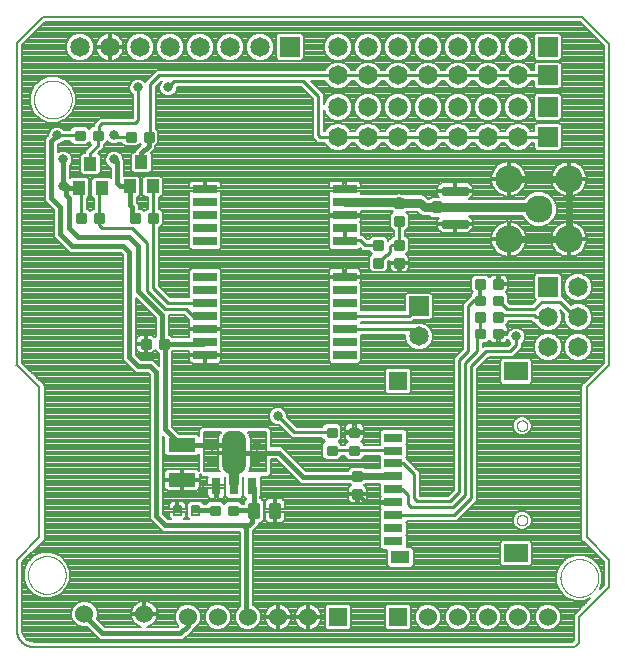
<source format=gtl>
G75*
%MOIN*%
%OFA0B0*%
%FSLAX25Y25*%
%IPPOS*%
%LPD*%
%AMOC8*
5,1,8,0,0,1.08239X$1,22.5*
%
%ADD10C,0.00800*%
%ADD11C,0.00000*%
%ADD12R,0.07874X0.03150*%
%ADD13R,0.06000X0.03000*%
%ADD14R,0.06000X0.04000*%
%ADD15R,0.08000X0.06000*%
%ADD16R,0.06000X0.06000*%
%ADD17R,0.06500X0.06500*%
%ADD18C,0.06500*%
%ADD19C,0.00875*%
%ADD20R,0.04000X0.04500*%
%ADD21R,0.03150X0.05512*%
%ADD22R,0.03150X0.07480*%
%ADD23C,0.06000*%
%ADD24C,0.01000*%
%ADD25R,0.09000X0.04500*%
%ADD26C,0.06000*%
%ADD27C,0.00750*%
%ADD28C,0.09055*%
%ADD29C,0.01500*%
%ADD30C,0.02000*%
%ADD31C,0.03181*%
%ADD32C,0.01200*%
%ADD33C,0.02400*%
%ADD34C,0.03200*%
%ADD35C,0.03000*%
%ADD36C,0.01600*%
D10*
X0004617Y0004914D02*
X0004041Y0006304D01*
X0003967Y0007057D01*
X0003967Y0029654D01*
X0011467Y0037154D01*
X0011467Y0088646D01*
X0010412Y0089700D01*
X0003967Y0096146D01*
X0003967Y0201904D01*
X0011662Y0209600D01*
X0189921Y0209600D01*
X0197867Y0201654D01*
X0197867Y0096146D01*
X0191421Y0089700D01*
X0190367Y0088646D01*
X0190367Y0037154D01*
X0191421Y0036100D01*
X0197867Y0029654D01*
X0197867Y0022146D01*
X0196501Y0020779D01*
X0197366Y0022869D01*
X0197366Y0025931D01*
X0196194Y0028761D01*
X0194028Y0030927D01*
X0191198Y0032099D01*
X0188135Y0032099D01*
X0185305Y0030927D01*
X0183140Y0028761D01*
X0181967Y0025931D01*
X0181967Y0022869D01*
X0183140Y0020039D01*
X0185305Y0017873D01*
X0188135Y0016701D01*
X0191198Y0016701D01*
X0193287Y0017566D01*
X0187867Y0012146D01*
X0187867Y0010654D01*
X0187867Y0003900D01*
X0187843Y0003719D01*
X0187662Y0003405D01*
X0187348Y0003224D01*
X0187167Y0003200D01*
X0007823Y0003200D01*
X0007071Y0003274D01*
X0005681Y0003850D01*
X0004617Y0004914D01*
X0004589Y0004981D02*
X0028475Y0004981D01*
X0028467Y0004989D02*
X0029755Y0003700D01*
X0057578Y0003700D01*
X0060078Y0006200D01*
X0061367Y0007489D01*
X0061367Y0007549D01*
X0061659Y0007670D01*
X0062897Y0008908D01*
X0063567Y0010525D01*
X0063567Y0012275D01*
X0062897Y0013892D01*
X0061659Y0015130D01*
X0060042Y0015800D01*
X0058291Y0015800D01*
X0056674Y0015130D01*
X0055437Y0013892D01*
X0054767Y0012275D01*
X0054767Y0010525D01*
X0055437Y0008908D01*
X0056000Y0008344D01*
X0055755Y0008100D01*
X0045644Y0008100D01*
X0045697Y0008108D01*
X0046356Y0008322D01*
X0046973Y0008637D01*
X0047533Y0009044D01*
X0048023Y0009534D01*
X0048430Y0010094D01*
X0048744Y0010711D01*
X0048958Y0011370D01*
X0049066Y0012050D01*
X0045017Y0012050D01*
X0045017Y0012750D01*
X0049066Y0012750D01*
X0048958Y0013430D01*
X0048744Y0014089D01*
X0048430Y0014706D01*
X0048023Y0015266D01*
X0047533Y0015756D01*
X0046973Y0016163D01*
X0046356Y0016478D01*
X0045697Y0016692D01*
X0045017Y0016799D01*
X0045017Y0012750D01*
X0044317Y0012750D01*
X0044317Y0016799D01*
X0043636Y0016692D01*
X0042978Y0016478D01*
X0042361Y0016163D01*
X0041800Y0015756D01*
X0041311Y0015266D01*
X0040903Y0014706D01*
X0040589Y0014089D01*
X0040375Y0013430D01*
X0040267Y0012750D01*
X0044317Y0012750D01*
X0044317Y0012050D01*
X0040267Y0012050D01*
X0040375Y0011370D01*
X0040589Y0010711D01*
X0040903Y0010094D01*
X0041311Y0009534D01*
X0041800Y0009044D01*
X0042361Y0008637D01*
X0042978Y0008322D01*
X0043636Y0008108D01*
X0043689Y0008100D01*
X0031578Y0008100D01*
X0028799Y0010879D01*
X0029067Y0011525D01*
X0029067Y0013275D01*
X0028397Y0014892D01*
X0027159Y0016130D01*
X0025542Y0016800D01*
X0023791Y0016800D01*
X0022174Y0016130D01*
X0020937Y0014892D01*
X0020267Y0013275D01*
X0020267Y0011525D01*
X0020937Y0009908D01*
X0022174Y0008670D01*
X0023791Y0008000D01*
X0025455Y0008000D01*
X0028467Y0004989D01*
X0028467Y0004989D01*
X0027676Y0005779D02*
X0004258Y0005779D01*
X0004014Y0006578D02*
X0026878Y0006578D01*
X0026079Y0007376D02*
X0003967Y0007376D01*
X0003967Y0008175D02*
X0023369Y0008175D01*
X0021871Y0008973D02*
X0003967Y0008973D01*
X0003967Y0009772D02*
X0021072Y0009772D01*
X0020662Y0010570D02*
X0003967Y0010570D01*
X0003967Y0011369D02*
X0020331Y0011369D01*
X0020267Y0012167D02*
X0003967Y0012167D01*
X0003967Y0012966D02*
X0020267Y0012966D01*
X0020469Y0013764D02*
X0003967Y0013764D01*
X0003967Y0014563D02*
X0020800Y0014563D01*
X0021406Y0015361D02*
X0003967Y0015361D01*
X0003967Y0016160D02*
X0022246Y0016160D01*
X0027087Y0016160D02*
X0042356Y0016160D01*
X0041406Y0015361D02*
X0027928Y0015361D01*
X0028533Y0014563D02*
X0040831Y0014563D01*
X0040484Y0013764D02*
X0028864Y0013764D01*
X0029067Y0012966D02*
X0040301Y0012966D01*
X0040375Y0011369D02*
X0029002Y0011369D01*
X0029067Y0012167D02*
X0044317Y0012167D01*
X0045017Y0012167D02*
X0054767Y0012167D01*
X0054767Y0011369D02*
X0048958Y0011369D01*
X0048673Y0010570D02*
X0054767Y0010570D01*
X0055078Y0009772D02*
X0048196Y0009772D01*
X0047436Y0008973D02*
X0055409Y0008973D01*
X0055830Y0008175D02*
X0045902Y0008175D01*
X0043431Y0008175D02*
X0031503Y0008175D01*
X0030705Y0008973D02*
X0041897Y0008973D01*
X0041137Y0009772D02*
X0029906Y0009772D01*
X0029107Y0010570D02*
X0040661Y0010570D01*
X0044317Y0012966D02*
X0045017Y0012966D01*
X0045017Y0013764D02*
X0044317Y0013764D01*
X0044317Y0014563D02*
X0045017Y0014563D01*
X0045017Y0015361D02*
X0044317Y0015361D01*
X0044317Y0016160D02*
X0045017Y0016160D01*
X0046977Y0016160D02*
X0076467Y0016160D01*
X0076467Y0016959D02*
X0003967Y0016959D01*
X0003967Y0017757D02*
X0010499Y0017757D01*
X0010635Y0017701D02*
X0013698Y0017701D01*
X0016528Y0018873D01*
X0018694Y0021039D01*
X0019866Y0023869D01*
X0019866Y0026931D01*
X0018694Y0029761D01*
X0016528Y0031927D01*
X0013698Y0033099D01*
X0010635Y0033099D01*
X0007805Y0031927D01*
X0005640Y0029761D01*
X0004467Y0026931D01*
X0004467Y0023869D01*
X0005640Y0021039D01*
X0007805Y0018873D01*
X0010635Y0017701D01*
X0008572Y0018556D02*
X0003967Y0018556D01*
X0003967Y0019354D02*
X0007324Y0019354D01*
X0006526Y0020153D02*
X0003967Y0020153D01*
X0003967Y0020951D02*
X0005727Y0020951D01*
X0005345Y0021750D02*
X0003967Y0021750D01*
X0003967Y0022548D02*
X0005014Y0022548D01*
X0004684Y0023347D02*
X0003967Y0023347D01*
X0003967Y0024145D02*
X0004467Y0024145D01*
X0004467Y0024944D02*
X0003967Y0024944D01*
X0003967Y0025742D02*
X0004467Y0025742D01*
X0004467Y0026541D02*
X0003967Y0026541D01*
X0003967Y0027339D02*
X0004636Y0027339D01*
X0004967Y0028138D02*
X0003967Y0028138D01*
X0003967Y0028936D02*
X0005298Y0028936D01*
X0005629Y0029735D02*
X0004047Y0029735D01*
X0004845Y0030533D02*
X0006412Y0030533D01*
X0005644Y0031332D02*
X0007210Y0031332D01*
X0006442Y0032130D02*
X0008296Y0032130D01*
X0007241Y0032929D02*
X0010224Y0032929D01*
X0008838Y0034526D02*
X0076467Y0034526D01*
X0076467Y0035324D02*
X0009637Y0035324D01*
X0010435Y0036123D02*
X0076467Y0036123D01*
X0076467Y0036921D02*
X0011234Y0036921D01*
X0011467Y0037720D02*
X0076467Y0037720D01*
X0076467Y0038518D02*
X0011467Y0038518D01*
X0011467Y0039317D02*
X0076467Y0039317D01*
X0076467Y0039700D02*
X0076467Y0014923D01*
X0075437Y0013892D01*
X0074767Y0012275D01*
X0074767Y0010525D01*
X0075437Y0008908D01*
X0076674Y0007670D01*
X0078291Y0007000D01*
X0080042Y0007000D01*
X0081659Y0007670D01*
X0082897Y0008908D01*
X0083567Y0010525D01*
X0083567Y0012275D01*
X0082897Y0013892D01*
X0081659Y0015130D01*
X0080867Y0015458D01*
X0080867Y0039989D01*
X0081578Y0040700D01*
X0082867Y0041989D01*
X0082867Y0042750D01*
X0083454Y0042750D01*
X0084567Y0043863D01*
X0084567Y0049937D01*
X0083454Y0051050D01*
X0083367Y0051050D01*
X0083367Y0051289D01*
X0083641Y0051564D01*
X0083641Y0058100D01*
X0085912Y0058100D01*
X0086967Y0059154D01*
X0086967Y0063901D01*
X0088555Y0063901D01*
X0096755Y0055700D01*
X0113143Y0055700D01*
X0113501Y0055342D01*
X0113226Y0055183D01*
X0112884Y0054841D01*
X0112642Y0054422D01*
X0112517Y0053954D01*
X0112517Y0052800D01*
X0115267Y0052800D01*
X0115267Y0052000D01*
X0116067Y0052000D01*
X0116067Y0052800D01*
X0118817Y0052800D01*
X0118817Y0053954D01*
X0118691Y0054422D01*
X0118450Y0054841D01*
X0118107Y0055183D01*
X0117832Y0055342D01*
X0118290Y0055800D01*
X0123267Y0055800D01*
X0123267Y0051820D01*
X0123404Y0051683D01*
X0123362Y0051610D01*
X0123267Y0051254D01*
X0123267Y0049919D01*
X0127317Y0049919D01*
X0127317Y0049219D01*
X0123267Y0049219D01*
X0123267Y0047885D01*
X0123362Y0047529D01*
X0123404Y0047456D01*
X0123267Y0047318D01*
X0123267Y0043159D01*
X0123352Y0043073D01*
X0123267Y0042988D01*
X0123267Y0038828D01*
X0123352Y0038743D01*
X0123267Y0038657D01*
X0123267Y0034497D01*
X0124087Y0033677D01*
X0125629Y0033677D01*
X0125629Y0028698D01*
X0126449Y0027878D01*
X0133609Y0027878D01*
X0134429Y0028698D01*
X0134429Y0033858D01*
X0133609Y0034678D01*
X0132067Y0034678D01*
X0132067Y0038657D01*
X0131981Y0038743D01*
X0132067Y0038828D01*
X0132067Y0042988D01*
X0131981Y0043073D01*
X0132067Y0043159D01*
X0132067Y0043339D01*
X0148792Y0043339D01*
X0155567Y0050113D01*
X0155567Y0094113D01*
X0159454Y0098000D01*
X0167454Y0098000D01*
X0169454Y0100000D01*
X0170567Y0101113D01*
X0170567Y0102571D01*
X0171202Y0103206D01*
X0171657Y0104305D01*
X0171657Y0105495D01*
X0171202Y0106594D01*
X0170361Y0107435D01*
X0169262Y0107891D01*
X0168072Y0107891D01*
X0166973Y0107435D01*
X0166131Y0106594D01*
X0165678Y0105500D01*
X0163067Y0105500D01*
X0163067Y0106300D01*
X0165817Y0106300D01*
X0165817Y0107454D01*
X0165691Y0107922D01*
X0165450Y0108341D01*
X0165140Y0108650D01*
X0165817Y0109326D01*
X0165817Y0110000D01*
X0173880Y0110000D01*
X0174380Y0109500D01*
X0174921Y0109500D01*
X0175225Y0108766D01*
X0176533Y0107458D01*
X0178242Y0106750D01*
X0180092Y0106750D01*
X0181801Y0107458D01*
X0183109Y0108766D01*
X0183817Y0110475D01*
X0183817Y0112325D01*
X0183295Y0113585D01*
X0184528Y0112352D01*
X0184517Y0112325D01*
X0184517Y0110475D01*
X0185225Y0108766D01*
X0186533Y0107458D01*
X0188242Y0106750D01*
X0190092Y0106750D01*
X0191801Y0107458D01*
X0193109Y0108766D01*
X0193817Y0110475D01*
X0193817Y0112325D01*
X0193109Y0114034D01*
X0191801Y0115342D01*
X0190092Y0116050D01*
X0188242Y0116050D01*
X0186801Y0115453D01*
X0185067Y0117187D01*
X0183954Y0118300D01*
X0183817Y0118300D01*
X0183817Y0125230D01*
X0182997Y0126050D01*
X0175337Y0126050D01*
X0174517Y0125230D01*
X0174517Y0117570D01*
X0175083Y0117004D01*
X0173880Y0115800D01*
X0166454Y0115800D01*
X0165817Y0116437D01*
X0165817Y0118974D01*
X0165140Y0119650D01*
X0165450Y0119959D01*
X0165691Y0120378D01*
X0165817Y0120846D01*
X0165817Y0122000D01*
X0163067Y0122000D01*
X0163067Y0122800D01*
X0165817Y0122800D01*
X0165817Y0123954D01*
X0165691Y0124422D01*
X0165450Y0124841D01*
X0165107Y0125183D01*
X0164688Y0125425D01*
X0164221Y0125550D01*
X0163067Y0125550D01*
X0163067Y0122800D01*
X0162267Y0122800D01*
X0162267Y0125550D01*
X0161112Y0125550D01*
X0160645Y0125425D01*
X0160226Y0125183D01*
X0159884Y0124841D01*
X0159725Y0124565D01*
X0158740Y0125550D01*
X0154593Y0125550D01*
X0153517Y0124474D01*
X0153517Y0120326D01*
X0154193Y0119650D01*
X0153517Y0118974D01*
X0153517Y0118437D01*
X0150767Y0115687D01*
X0150767Y0100687D01*
X0147767Y0097687D01*
X0147767Y0053687D01*
X0145880Y0051800D01*
X0136567Y0051800D01*
X0136567Y0059687D01*
X0135454Y0060800D01*
X0135454Y0060800D01*
X0132067Y0064187D01*
X0132067Y0064641D01*
X0131981Y0064727D01*
X0132067Y0064812D01*
X0132067Y0068972D01*
X0131981Y0069057D01*
X0132067Y0069143D01*
X0132067Y0073303D01*
X0131247Y0074123D01*
X0124087Y0074123D01*
X0123267Y0073303D01*
X0123267Y0069143D01*
X0123352Y0069057D01*
X0123267Y0068972D01*
X0123267Y0068800D01*
X0117817Y0068800D01*
X0117817Y0068974D01*
X0116832Y0069958D01*
X0117107Y0070117D01*
X0117450Y0070459D01*
X0117691Y0070878D01*
X0117817Y0071346D01*
X0117817Y0072500D01*
X0115067Y0072500D01*
X0115067Y0073300D01*
X0117817Y0073300D01*
X0117817Y0074454D01*
X0117691Y0074922D01*
X0117450Y0075341D01*
X0117107Y0075683D01*
X0116688Y0075925D01*
X0116221Y0076050D01*
X0115067Y0076050D01*
X0115067Y0073300D01*
X0114267Y0073300D01*
X0114267Y0076050D01*
X0113112Y0076050D01*
X0112645Y0075925D01*
X0112226Y0075683D01*
X0111884Y0075341D01*
X0111642Y0074922D01*
X0111517Y0074454D01*
X0111517Y0073300D01*
X0114267Y0073300D01*
X0114267Y0072500D01*
X0111517Y0072500D01*
X0111517Y0071346D01*
X0111642Y0070878D01*
X0111884Y0070459D01*
X0112226Y0070117D01*
X0112501Y0069958D01*
X0111517Y0068974D01*
X0111517Y0068800D01*
X0110317Y0068800D01*
X0110317Y0068974D01*
X0109390Y0069900D01*
X0110317Y0070826D01*
X0110317Y0074974D01*
X0109240Y0076050D01*
X0105093Y0076050D01*
X0104017Y0074974D01*
X0104017Y0074800D01*
X0095454Y0074800D01*
X0092157Y0078096D01*
X0092157Y0078995D01*
X0091702Y0080094D01*
X0090861Y0080935D01*
X0089762Y0081391D01*
X0088572Y0081391D01*
X0087473Y0080935D01*
X0086631Y0080094D01*
X0086176Y0078995D01*
X0086176Y0077805D01*
X0086631Y0076706D01*
X0087473Y0075865D01*
X0088572Y0075409D01*
X0089470Y0075409D01*
X0092767Y0072113D01*
X0093880Y0071000D01*
X0104017Y0071000D01*
X0104017Y0070826D01*
X0104943Y0069900D01*
X0104017Y0068974D01*
X0104017Y0064826D01*
X0105093Y0063750D01*
X0109240Y0063750D01*
X0110317Y0064826D01*
X0110317Y0065000D01*
X0111517Y0065000D01*
X0111517Y0064826D01*
X0112593Y0063750D01*
X0116740Y0063750D01*
X0117817Y0064826D01*
X0117817Y0065000D01*
X0123267Y0065000D01*
X0123267Y0064812D01*
X0123352Y0064727D01*
X0123267Y0064641D01*
X0123267Y0061000D01*
X0118290Y0061000D01*
X0117740Y0061550D01*
X0113593Y0061550D01*
X0112517Y0060474D01*
X0112517Y0060100D01*
X0098578Y0060100D01*
X0090377Y0068301D01*
X0086967Y0068301D01*
X0086967Y0073646D01*
X0085912Y0074700D01*
X0063921Y0074700D01*
X0062867Y0073646D01*
X0062867Y0071680D01*
X0062247Y0072300D01*
X0056378Y0072300D01*
X0053867Y0074811D01*
X0053867Y0099876D01*
X0054190Y0100200D01*
X0059617Y0100200D01*
X0059617Y0099169D01*
X0064567Y0099169D01*
X0064567Y0098394D01*
X0065341Y0098394D01*
X0065341Y0095807D01*
X0069075Y0095807D01*
X0069431Y0095902D01*
X0069751Y0096087D01*
X0070011Y0096347D01*
X0070196Y0096667D01*
X0070291Y0097023D01*
X0070291Y0098394D01*
X0065342Y0098394D01*
X0065342Y0099169D01*
X0070291Y0099169D01*
X0070291Y0100541D01*
X0070203Y0100870D01*
X0070291Y0100958D01*
X0070291Y0105267D01*
X0070203Y0105355D01*
X0070291Y0105684D01*
X0070291Y0107056D01*
X0065342Y0107056D01*
X0065342Y0107831D01*
X0070291Y0107831D01*
X0070291Y0109202D01*
X0070203Y0109531D01*
X0070291Y0109619D01*
X0070291Y0113929D01*
X0070280Y0113939D01*
X0070291Y0113950D01*
X0070291Y0118259D01*
X0070280Y0118270D01*
X0070291Y0118281D01*
X0070291Y0122590D01*
X0070280Y0122601D01*
X0070291Y0122611D01*
X0070291Y0126921D01*
X0069471Y0127741D01*
X0060437Y0127741D01*
X0059617Y0126921D01*
X0059617Y0122611D01*
X0059628Y0122601D01*
X0059617Y0122590D01*
X0059617Y0118281D01*
X0059628Y0118270D01*
X0059617Y0118259D01*
X0059617Y0118005D01*
X0053249Y0118005D01*
X0049567Y0121687D01*
X0049567Y0141250D01*
X0049740Y0141250D01*
X0050817Y0142326D01*
X0050817Y0146474D01*
X0049740Y0147550D01*
X0049567Y0147550D01*
X0049567Y0151250D01*
X0049987Y0151250D01*
X0050807Y0152070D01*
X0050807Y0157730D01*
X0049987Y0158550D01*
X0044827Y0158550D01*
X0044007Y0157730D01*
X0044007Y0152070D01*
X0044827Y0151250D01*
X0045767Y0151250D01*
X0045767Y0147550D01*
X0045593Y0147550D01*
X0044667Y0146624D01*
X0043740Y0147550D01*
X0042867Y0147550D01*
X0042867Y0148811D01*
X0042126Y0149551D01*
X0042126Y0151250D01*
X0042506Y0151250D01*
X0043326Y0152070D01*
X0043326Y0157730D01*
X0042506Y0158550D01*
X0037867Y0158550D01*
X0037867Y0163811D01*
X0037657Y0164021D01*
X0037657Y0164495D01*
X0037202Y0165594D01*
X0036361Y0166435D01*
X0035262Y0166891D01*
X0034072Y0166891D01*
X0032973Y0166435D01*
X0032131Y0165594D01*
X0031676Y0164495D01*
X0031676Y0163305D01*
X0032131Y0162206D01*
X0032973Y0161365D01*
X0033467Y0161160D01*
X0033467Y0157570D01*
X0032987Y0158050D01*
X0027827Y0158050D01*
X0027007Y0157230D01*
X0027007Y0151570D01*
X0027767Y0150810D01*
X0027767Y0147550D01*
X0027593Y0147550D01*
X0026667Y0146624D01*
X0025740Y0147550D01*
X0025567Y0147550D01*
X0025567Y0150810D01*
X0026326Y0151570D01*
X0026326Y0157230D01*
X0025506Y0158050D01*
X0020347Y0158050D01*
X0019867Y0157570D01*
X0019867Y0161871D01*
X0020202Y0162206D01*
X0020657Y0163305D01*
X0020657Y0164495D01*
X0020202Y0165594D01*
X0019361Y0166435D01*
X0018262Y0166891D01*
X0017072Y0166891D01*
X0015973Y0166435D01*
X0015867Y0166329D01*
X0015867Y0168909D01*
X0016262Y0168909D01*
X0017361Y0169365D01*
X0017996Y0170000D01*
X0020017Y0170000D01*
X0020017Y0169826D01*
X0021093Y0168750D01*
X0025240Y0168750D01*
X0026167Y0169676D01*
X0026961Y0168882D01*
X0024767Y0166687D01*
X0024767Y0166050D01*
X0024087Y0166050D01*
X0023267Y0165230D01*
X0023267Y0159570D01*
X0024087Y0158750D01*
X0029247Y0158750D01*
X0030067Y0159570D01*
X0030067Y0165230D01*
X0029375Y0165921D01*
X0031067Y0167613D01*
X0031067Y0168750D01*
X0031240Y0168750D01*
X0032317Y0169826D01*
X0032317Y0170021D01*
X0032973Y0169365D01*
X0034072Y0168909D01*
X0035262Y0168909D01*
X0036361Y0169365D01*
X0036496Y0169500D01*
X0037017Y0169500D01*
X0037017Y0169326D01*
X0038093Y0168250D01*
X0042240Y0168250D01*
X0043167Y0169176D01*
X0043499Y0168844D01*
X0041467Y0166811D01*
X0041467Y0166550D01*
X0041087Y0166550D01*
X0040267Y0165730D01*
X0040267Y0160070D01*
X0041087Y0159250D01*
X0046247Y0159250D01*
X0047067Y0160070D01*
X0047067Y0165730D01*
X0046837Y0165959D01*
X0048367Y0167489D01*
X0048367Y0168376D01*
X0049317Y0169326D01*
X0049317Y0173474D01*
X0048567Y0174224D01*
X0048567Y0188113D01*
X0050454Y0190000D01*
X0050537Y0190000D01*
X0050131Y0189594D01*
X0049676Y0188495D01*
X0049676Y0187305D01*
X0050131Y0186206D01*
X0050973Y0185365D01*
X0052072Y0184909D01*
X0053262Y0184909D01*
X0054361Y0185365D01*
X0055202Y0186206D01*
X0055657Y0187305D01*
X0055657Y0188000D01*
X0096880Y0188000D01*
X0100767Y0184113D01*
X0100767Y0171113D01*
X0101880Y0170000D01*
X0102380Y0169500D01*
X0104921Y0169500D01*
X0105225Y0168766D01*
X0106533Y0167458D01*
X0108242Y0166750D01*
X0110092Y0166750D01*
X0111801Y0167458D01*
X0113109Y0168766D01*
X0113413Y0169500D01*
X0114921Y0169500D01*
X0115225Y0168766D01*
X0116533Y0167458D01*
X0118242Y0166750D01*
X0120092Y0166750D01*
X0121801Y0167458D01*
X0123109Y0168766D01*
X0123413Y0169500D01*
X0124921Y0169500D01*
X0125225Y0168766D01*
X0126533Y0167458D01*
X0128242Y0166750D01*
X0130092Y0166750D01*
X0131801Y0167458D01*
X0133109Y0168766D01*
X0133413Y0169500D01*
X0134921Y0169500D01*
X0135225Y0168766D01*
X0136533Y0167458D01*
X0138242Y0166750D01*
X0140092Y0166750D01*
X0141801Y0167458D01*
X0143109Y0168766D01*
X0143413Y0169500D01*
X0144921Y0169500D01*
X0145225Y0168766D01*
X0146533Y0167458D01*
X0148242Y0166750D01*
X0150092Y0166750D01*
X0151801Y0167458D01*
X0153109Y0168766D01*
X0153413Y0169500D01*
X0154921Y0169500D01*
X0155225Y0168766D01*
X0156533Y0167458D01*
X0158242Y0166750D01*
X0160092Y0166750D01*
X0161801Y0167458D01*
X0163109Y0168766D01*
X0163413Y0169500D01*
X0164921Y0169500D01*
X0165225Y0168766D01*
X0166533Y0167458D01*
X0168242Y0166750D01*
X0170092Y0166750D01*
X0171801Y0167458D01*
X0173109Y0168766D01*
X0173413Y0169500D01*
X0174517Y0169500D01*
X0174517Y0167570D01*
X0175337Y0166750D01*
X0182997Y0166750D01*
X0183817Y0167570D01*
X0183817Y0175230D01*
X0182997Y0176050D01*
X0175337Y0176050D01*
X0174517Y0175230D01*
X0174517Y0173300D01*
X0173413Y0173300D01*
X0173109Y0174034D01*
X0171801Y0175342D01*
X0170092Y0176050D01*
X0168242Y0176050D01*
X0166533Y0175342D01*
X0165225Y0174034D01*
X0164921Y0173300D01*
X0163413Y0173300D01*
X0163109Y0174034D01*
X0161801Y0175342D01*
X0160092Y0176050D01*
X0158242Y0176050D01*
X0156533Y0175342D01*
X0155225Y0174034D01*
X0154921Y0173300D01*
X0153413Y0173300D01*
X0153109Y0174034D01*
X0151801Y0175342D01*
X0150092Y0176050D01*
X0148242Y0176050D01*
X0146533Y0175342D01*
X0145225Y0174034D01*
X0144921Y0173300D01*
X0143413Y0173300D01*
X0143109Y0174034D01*
X0141801Y0175342D01*
X0140092Y0176050D01*
X0138242Y0176050D01*
X0136533Y0175342D01*
X0135225Y0174034D01*
X0134921Y0173300D01*
X0133413Y0173300D01*
X0133109Y0174034D01*
X0131801Y0175342D01*
X0130092Y0176050D01*
X0128242Y0176050D01*
X0126533Y0175342D01*
X0125225Y0174034D01*
X0124921Y0173300D01*
X0123413Y0173300D01*
X0123109Y0174034D01*
X0121801Y0175342D01*
X0120092Y0176050D01*
X0118242Y0176050D01*
X0116533Y0175342D01*
X0115225Y0174034D01*
X0114921Y0173300D01*
X0113413Y0173300D01*
X0113109Y0174034D01*
X0111801Y0175342D01*
X0110092Y0176050D01*
X0108242Y0176050D01*
X0106533Y0175342D01*
X0105225Y0174034D01*
X0104921Y0173300D01*
X0104567Y0173300D01*
X0104567Y0180354D01*
X0105225Y0178766D01*
X0106533Y0177458D01*
X0108242Y0176750D01*
X0110092Y0176750D01*
X0111801Y0177458D01*
X0113109Y0178766D01*
X0113817Y0180475D01*
X0113817Y0182325D01*
X0113109Y0184034D01*
X0111801Y0185342D01*
X0110092Y0186050D01*
X0108242Y0186050D01*
X0106533Y0185342D01*
X0105225Y0184034D01*
X0104567Y0182446D01*
X0104567Y0185687D01*
X0100254Y0190000D01*
X0104921Y0190000D01*
X0105225Y0189266D01*
X0106533Y0187958D01*
X0108242Y0187250D01*
X0110092Y0187250D01*
X0111801Y0187958D01*
X0113109Y0189266D01*
X0113413Y0190000D01*
X0114921Y0190000D01*
X0115225Y0189266D01*
X0116533Y0187958D01*
X0118242Y0187250D01*
X0120092Y0187250D01*
X0121801Y0187958D01*
X0123109Y0189266D01*
X0123413Y0190000D01*
X0124921Y0190000D01*
X0125225Y0189266D01*
X0126533Y0187958D01*
X0128242Y0187250D01*
X0130092Y0187250D01*
X0131801Y0187958D01*
X0133109Y0189266D01*
X0133413Y0190000D01*
X0134921Y0190000D01*
X0135225Y0189266D01*
X0136533Y0187958D01*
X0138242Y0187250D01*
X0140092Y0187250D01*
X0141801Y0187958D01*
X0143109Y0189266D01*
X0143413Y0190000D01*
X0144921Y0190000D01*
X0145225Y0189266D01*
X0146533Y0187958D01*
X0148242Y0187250D01*
X0150092Y0187250D01*
X0151801Y0187958D01*
X0153109Y0189266D01*
X0153413Y0190000D01*
X0154921Y0190000D01*
X0155225Y0189266D01*
X0156533Y0187958D01*
X0158242Y0187250D01*
X0160092Y0187250D01*
X0161801Y0187958D01*
X0163109Y0189266D01*
X0163413Y0190000D01*
X0164921Y0190000D01*
X0165225Y0189266D01*
X0166533Y0187958D01*
X0168242Y0187250D01*
X0170092Y0187250D01*
X0171801Y0187958D01*
X0173109Y0189266D01*
X0173413Y0190000D01*
X0174517Y0190000D01*
X0174517Y0188070D01*
X0175337Y0187250D01*
X0182997Y0187250D01*
X0183817Y0188070D01*
X0183817Y0195730D01*
X0182997Y0196550D01*
X0175337Y0196550D01*
X0174517Y0195730D01*
X0174517Y0193800D01*
X0173413Y0193800D01*
X0173109Y0194534D01*
X0171801Y0195842D01*
X0170092Y0196550D01*
X0168242Y0196550D01*
X0166533Y0195842D01*
X0165225Y0194534D01*
X0164921Y0193800D01*
X0163413Y0193800D01*
X0163109Y0194534D01*
X0161801Y0195842D01*
X0160092Y0196550D01*
X0158242Y0196550D01*
X0156533Y0195842D01*
X0155225Y0194534D01*
X0154921Y0193800D01*
X0153413Y0193800D01*
X0153109Y0194534D01*
X0151801Y0195842D01*
X0150092Y0196550D01*
X0148242Y0196550D01*
X0146533Y0195842D01*
X0145225Y0194534D01*
X0144921Y0193800D01*
X0143413Y0193800D01*
X0143109Y0194534D01*
X0141801Y0195842D01*
X0140092Y0196550D01*
X0138242Y0196550D01*
X0136533Y0195842D01*
X0135225Y0194534D01*
X0134921Y0193800D01*
X0133413Y0193800D01*
X0133109Y0194534D01*
X0131801Y0195842D01*
X0130092Y0196550D01*
X0128242Y0196550D01*
X0126533Y0195842D01*
X0125225Y0194534D01*
X0124921Y0193800D01*
X0123413Y0193800D01*
X0123109Y0194534D01*
X0121801Y0195842D01*
X0120092Y0196550D01*
X0118242Y0196550D01*
X0116533Y0195842D01*
X0115225Y0194534D01*
X0114921Y0193800D01*
X0113413Y0193800D01*
X0113109Y0194534D01*
X0111801Y0195842D01*
X0110092Y0196550D01*
X0108242Y0196550D01*
X0106533Y0195842D01*
X0105225Y0194534D01*
X0104921Y0193800D01*
X0048880Y0193800D01*
X0045880Y0190800D01*
X0044938Y0189858D01*
X0044361Y0190435D01*
X0043262Y0190891D01*
X0042072Y0190891D01*
X0040973Y0190435D01*
X0040131Y0189594D01*
X0039676Y0188495D01*
X0039676Y0187305D01*
X0040131Y0186206D01*
X0040767Y0185571D01*
X0040767Y0177800D01*
X0029880Y0177800D01*
X0028880Y0176800D01*
X0027767Y0175687D01*
X0027767Y0175050D01*
X0027093Y0175050D01*
X0026167Y0174124D01*
X0025240Y0175050D01*
X0021093Y0175050D01*
X0020017Y0173974D01*
X0020017Y0173800D01*
X0017996Y0173800D01*
X0017361Y0174435D01*
X0016262Y0174891D01*
X0015072Y0174891D01*
X0013973Y0174435D01*
X0013131Y0173594D01*
X0012676Y0172495D01*
X0012676Y0172021D01*
X0011467Y0170811D01*
X0011467Y0149989D01*
X0014467Y0146989D01*
X0014467Y0137989D01*
X0015755Y0136700D01*
X0015755Y0136700D01*
X0018467Y0133989D01*
X0018467Y0133989D01*
X0019755Y0132700D01*
X0036755Y0132700D01*
X0037467Y0131989D01*
X0037467Y0096989D01*
X0040467Y0093989D01*
X0041755Y0092700D01*
X0045755Y0092700D01*
X0046467Y0091989D01*
X0046467Y0043989D01*
X0049467Y0040989D01*
X0050755Y0039700D01*
X0076467Y0039700D01*
X0080867Y0039317D02*
X0123267Y0039317D01*
X0123267Y0040115D02*
X0080993Y0040115D01*
X0081792Y0040914D02*
X0123267Y0040914D01*
X0123267Y0041712D02*
X0082590Y0041712D01*
X0082867Y0042511D02*
X0123267Y0042511D01*
X0123267Y0043309D02*
X0091013Y0043309D01*
X0091187Y0043483D02*
X0091437Y0043917D01*
X0091567Y0044400D01*
X0091567Y0046500D01*
X0088567Y0046500D01*
X0088567Y0047300D01*
X0091567Y0047300D01*
X0091567Y0049400D01*
X0091437Y0049883D01*
X0091187Y0050317D01*
X0090833Y0050670D01*
X0090400Y0050921D01*
X0089917Y0051050D01*
X0088567Y0051050D01*
X0088567Y0047300D01*
X0087767Y0047300D01*
X0087767Y0051050D01*
X0086417Y0051050D01*
X0085933Y0050921D01*
X0085500Y0050670D01*
X0085146Y0050317D01*
X0084896Y0049883D01*
X0084767Y0049400D01*
X0084767Y0047300D01*
X0087767Y0047300D01*
X0087767Y0046500D01*
X0088567Y0046500D01*
X0088567Y0042750D01*
X0089917Y0042750D01*
X0090400Y0042879D01*
X0090833Y0043130D01*
X0091187Y0043483D01*
X0091488Y0044108D02*
X0123267Y0044108D01*
X0123267Y0044906D02*
X0091567Y0044906D01*
X0091567Y0045705D02*
X0123267Y0045705D01*
X0123267Y0046503D02*
X0088567Y0046503D01*
X0088567Y0045705D02*
X0087767Y0045705D01*
X0087767Y0046500D02*
X0087767Y0042750D01*
X0086417Y0042750D01*
X0085933Y0042879D01*
X0085500Y0043130D01*
X0085146Y0043483D01*
X0084896Y0043917D01*
X0084767Y0044400D01*
X0084767Y0046500D01*
X0087767Y0046500D01*
X0087767Y0046503D02*
X0084567Y0046503D01*
X0084567Y0045705D02*
X0084767Y0045705D01*
X0084767Y0044906D02*
X0084567Y0044906D01*
X0084567Y0044108D02*
X0084845Y0044108D01*
X0085320Y0043309D02*
X0084013Y0043309D01*
X0087767Y0043309D02*
X0088567Y0043309D01*
X0088567Y0044108D02*
X0087767Y0044108D01*
X0087767Y0044906D02*
X0088567Y0044906D01*
X0088567Y0047302D02*
X0087767Y0047302D01*
X0087767Y0048100D02*
X0088567Y0048100D01*
X0088567Y0048899D02*
X0087767Y0048899D01*
X0087767Y0049697D02*
X0088567Y0049697D01*
X0088567Y0050496D02*
X0087767Y0050496D01*
X0085326Y0050496D02*
X0084008Y0050496D01*
X0084567Y0049697D02*
X0084846Y0049697D01*
X0084767Y0048899D02*
X0084567Y0048899D01*
X0084567Y0048100D02*
X0084767Y0048100D01*
X0084767Y0047302D02*
X0084567Y0047302D01*
X0083372Y0051295D02*
X0112517Y0051295D01*
X0112517Y0050846D02*
X0112517Y0052000D01*
X0115267Y0052000D01*
X0115267Y0049250D01*
X0114112Y0049250D01*
X0113645Y0049375D01*
X0113226Y0049617D01*
X0112884Y0049959D01*
X0112642Y0050378D01*
X0112517Y0050846D01*
X0112610Y0050496D02*
X0091008Y0050496D01*
X0091487Y0049697D02*
X0113146Y0049697D01*
X0115267Y0049697D02*
X0116067Y0049697D01*
X0116067Y0049250D02*
X0117221Y0049250D01*
X0117688Y0049375D01*
X0118107Y0049617D01*
X0118450Y0049959D01*
X0118691Y0050378D01*
X0118817Y0050846D01*
X0118817Y0052000D01*
X0116067Y0052000D01*
X0116067Y0049250D01*
X0116067Y0050496D02*
X0115267Y0050496D01*
X0115267Y0051295D02*
X0116067Y0051295D01*
X0116067Y0052093D02*
X0123267Y0052093D01*
X0123267Y0052892D02*
X0118817Y0052892D01*
X0118817Y0053690D02*
X0123267Y0053690D01*
X0123267Y0054489D02*
X0118653Y0054489D01*
X0117927Y0055287D02*
X0123267Y0055287D01*
X0123278Y0051295D02*
X0118817Y0051295D01*
X0118723Y0050496D02*
X0123267Y0050496D01*
X0123267Y0048899D02*
X0091567Y0048899D01*
X0091567Y0048100D02*
X0123267Y0048100D01*
X0123267Y0047302D02*
X0091567Y0047302D01*
X0083641Y0052093D02*
X0115267Y0052093D01*
X0112517Y0052892D02*
X0083641Y0052892D01*
X0083641Y0053690D02*
X0112517Y0053690D01*
X0112680Y0054489D02*
X0083641Y0054489D01*
X0083641Y0055287D02*
X0113406Y0055287D01*
X0118188Y0049697D02*
X0127317Y0049697D01*
X0132067Y0043309D02*
X0167430Y0043309D01*
X0167430Y0043037D02*
X0167910Y0041879D01*
X0168796Y0040993D01*
X0169953Y0040514D01*
X0171207Y0040514D01*
X0172364Y0040993D01*
X0173250Y0041879D01*
X0173730Y0043037D01*
X0173730Y0044290D01*
X0173250Y0045448D01*
X0172364Y0046334D01*
X0171207Y0046814D01*
X0169953Y0046814D01*
X0168796Y0046334D01*
X0167910Y0045448D01*
X0167430Y0044290D01*
X0167430Y0043037D01*
X0167648Y0042511D02*
X0132067Y0042511D01*
X0132067Y0041712D02*
X0168077Y0041712D01*
X0168988Y0040914D02*
X0132067Y0040914D01*
X0132067Y0040115D02*
X0190367Y0040115D01*
X0190367Y0039317D02*
X0132067Y0039317D01*
X0132067Y0038518D02*
X0190367Y0038518D01*
X0190367Y0037720D02*
X0132067Y0037720D01*
X0132067Y0036921D02*
X0163806Y0036921D01*
X0163925Y0037040D02*
X0163105Y0036220D01*
X0163105Y0029060D01*
X0163925Y0028240D01*
X0173085Y0028240D01*
X0173905Y0029060D01*
X0173905Y0036220D01*
X0173085Y0037040D01*
X0163925Y0037040D01*
X0163105Y0036123D02*
X0132067Y0036123D01*
X0132067Y0035324D02*
X0163105Y0035324D01*
X0163105Y0034526D02*
X0133761Y0034526D01*
X0134429Y0033727D02*
X0163105Y0033727D01*
X0163105Y0032929D02*
X0134429Y0032929D01*
X0134429Y0032130D02*
X0163105Y0032130D01*
X0163105Y0031332D02*
X0134429Y0031332D01*
X0134429Y0030533D02*
X0163105Y0030533D01*
X0163105Y0029735D02*
X0134429Y0029735D01*
X0134429Y0028936D02*
X0163229Y0028936D01*
X0173781Y0028936D02*
X0183315Y0028936D01*
X0182881Y0028138D02*
X0133868Y0028138D01*
X0126189Y0028138D02*
X0080867Y0028138D01*
X0080867Y0028936D02*
X0125629Y0028936D01*
X0125629Y0029735D02*
X0080867Y0029735D01*
X0080867Y0030533D02*
X0125629Y0030533D01*
X0125629Y0031332D02*
X0080867Y0031332D01*
X0080867Y0032130D02*
X0125629Y0032130D01*
X0125629Y0032929D02*
X0080867Y0032929D01*
X0080867Y0033727D02*
X0124037Y0033727D01*
X0123267Y0034526D02*
X0080867Y0034526D01*
X0080867Y0035324D02*
X0123267Y0035324D01*
X0123267Y0036123D02*
X0080867Y0036123D01*
X0080867Y0036921D02*
X0123267Y0036921D01*
X0123267Y0037720D02*
X0080867Y0037720D01*
X0080867Y0038518D02*
X0123267Y0038518D01*
X0136567Y0052093D02*
X0146173Y0052093D01*
X0146971Y0052892D02*
X0136567Y0052892D01*
X0136567Y0053690D02*
X0147767Y0053690D01*
X0147767Y0054489D02*
X0136567Y0054489D01*
X0136567Y0055287D02*
X0147767Y0055287D01*
X0147767Y0056086D02*
X0136567Y0056086D01*
X0136567Y0056884D02*
X0147767Y0056884D01*
X0147767Y0057683D02*
X0136567Y0057683D01*
X0136567Y0058481D02*
X0147767Y0058481D01*
X0147767Y0059280D02*
X0136567Y0059280D01*
X0136176Y0060078D02*
X0147767Y0060078D01*
X0147767Y0060877D02*
X0135377Y0060877D01*
X0134578Y0061675D02*
X0147767Y0061675D01*
X0147767Y0062474D02*
X0133780Y0062474D01*
X0132981Y0063272D02*
X0147767Y0063272D01*
X0147767Y0064071D02*
X0132183Y0064071D01*
X0132067Y0064869D02*
X0147767Y0064869D01*
X0147767Y0065668D02*
X0132067Y0065668D01*
X0132067Y0066466D02*
X0147767Y0066466D01*
X0147767Y0067265D02*
X0132067Y0067265D01*
X0132067Y0068063D02*
X0147767Y0068063D01*
X0147767Y0068862D02*
X0132067Y0068862D01*
X0132067Y0069660D02*
X0147767Y0069660D01*
X0147767Y0070459D02*
X0132067Y0070459D01*
X0132067Y0071257D02*
X0147767Y0071257D01*
X0147767Y0072056D02*
X0132067Y0072056D01*
X0132067Y0072854D02*
X0147767Y0072854D01*
X0147767Y0073653D02*
X0131717Y0073653D01*
X0123617Y0073653D02*
X0117817Y0073653D01*
X0117817Y0074451D02*
X0147767Y0074451D01*
X0147767Y0075250D02*
X0117502Y0075250D01*
X0116227Y0076048D02*
X0147767Y0076048D01*
X0147767Y0076847D02*
X0093407Y0076847D01*
X0094205Y0076048D02*
X0105091Y0076048D01*
X0104293Y0075250D02*
X0095004Y0075250D01*
X0092608Y0077645D02*
X0147767Y0077645D01*
X0147767Y0078444D02*
X0092157Y0078444D01*
X0092055Y0079242D02*
X0147767Y0079242D01*
X0147767Y0080041D02*
X0091724Y0080041D01*
X0090957Y0080839D02*
X0147767Y0080839D01*
X0147767Y0081638D02*
X0053867Y0081638D01*
X0053867Y0082436D02*
X0147767Y0082436D01*
X0147767Y0083235D02*
X0053867Y0083235D01*
X0053867Y0084033D02*
X0147767Y0084033D01*
X0147767Y0084832D02*
X0053867Y0084832D01*
X0053867Y0085630D02*
X0147767Y0085630D01*
X0147767Y0086429D02*
X0133573Y0086429D01*
X0133610Y0086466D02*
X0132790Y0085646D01*
X0125630Y0085646D01*
X0124810Y0086466D01*
X0124810Y0093626D01*
X0125630Y0094446D01*
X0132790Y0094446D01*
X0133610Y0093626D01*
X0133610Y0086466D01*
X0133610Y0087228D02*
X0147767Y0087228D01*
X0147767Y0088026D02*
X0133610Y0088026D01*
X0133610Y0088825D02*
X0147767Y0088825D01*
X0147767Y0089623D02*
X0133610Y0089623D01*
X0133610Y0090422D02*
X0147767Y0090422D01*
X0147767Y0091220D02*
X0133610Y0091220D01*
X0133610Y0092019D02*
X0147767Y0092019D01*
X0147767Y0092817D02*
X0133610Y0092817D01*
X0133610Y0093616D02*
X0147767Y0093616D01*
X0147767Y0094414D02*
X0132821Y0094414D01*
X0135242Y0100250D02*
X0137092Y0100250D01*
X0138801Y0100958D01*
X0140109Y0102266D01*
X0140817Y0103975D01*
X0140817Y0105825D01*
X0140109Y0107534D01*
X0138801Y0108842D01*
X0137092Y0109550D01*
X0135242Y0109550D01*
X0134508Y0109246D01*
X0134410Y0109343D01*
X0116748Y0109343D01*
X0116748Y0109598D01*
X0116737Y0109609D01*
X0116748Y0109619D01*
X0116748Y0109874D01*
X0133828Y0109874D01*
X0134204Y0110250D01*
X0139997Y0110250D01*
X0140817Y0111070D01*
X0140817Y0118730D01*
X0139997Y0119550D01*
X0132337Y0119550D01*
X0131517Y0118730D01*
X0131517Y0113674D01*
X0116748Y0113674D01*
X0116748Y0113929D01*
X0116737Y0113939D01*
X0116748Y0113950D01*
X0116748Y0118259D01*
X0116737Y0118270D01*
X0116748Y0118281D01*
X0116748Y0122590D01*
X0116660Y0122678D01*
X0116748Y0123007D01*
X0116748Y0124379D01*
X0111798Y0124379D01*
X0111798Y0125154D01*
X0111023Y0125154D01*
X0111023Y0127741D01*
X0107289Y0127741D01*
X0106933Y0127646D01*
X0106614Y0127461D01*
X0106353Y0127201D01*
X0106169Y0126881D01*
X0106074Y0126525D01*
X0106074Y0125154D01*
X0111023Y0125154D01*
X0111023Y0124379D01*
X0106074Y0124379D01*
X0106074Y0123007D01*
X0106162Y0122678D01*
X0106074Y0122590D01*
X0106074Y0118281D01*
X0106084Y0118270D01*
X0106074Y0118259D01*
X0106074Y0113950D01*
X0106084Y0113939D01*
X0106074Y0113929D01*
X0106074Y0109619D01*
X0106084Y0109609D01*
X0106074Y0109598D01*
X0106074Y0105289D01*
X0106084Y0105278D01*
X0106074Y0105267D01*
X0106074Y0100958D01*
X0106084Y0100947D01*
X0106074Y0100937D01*
X0106074Y0096627D01*
X0106894Y0095807D01*
X0115928Y0095807D01*
X0116748Y0096627D01*
X0116748Y0100937D01*
X0116737Y0100947D01*
X0116748Y0100958D01*
X0116748Y0105267D01*
X0116737Y0105278D01*
X0116748Y0105289D01*
X0116748Y0105543D01*
X0131517Y0105543D01*
X0131517Y0103975D01*
X0132225Y0102266D01*
X0133533Y0100958D01*
X0135242Y0100250D01*
X0133909Y0100802D02*
X0116748Y0100802D01*
X0116748Y0100004D02*
X0150083Y0100004D01*
X0150767Y0100802D02*
X0138425Y0100802D01*
X0139443Y0101601D02*
X0150767Y0101601D01*
X0150767Y0102399D02*
X0140164Y0102399D01*
X0140495Y0103198D02*
X0150767Y0103198D01*
X0150767Y0103996D02*
X0140817Y0103996D01*
X0140817Y0104795D02*
X0150767Y0104795D01*
X0150767Y0105593D02*
X0140817Y0105593D01*
X0140582Y0106392D02*
X0150767Y0106392D01*
X0150767Y0107190D02*
X0140251Y0107190D01*
X0139654Y0107989D02*
X0150767Y0107989D01*
X0150767Y0108787D02*
X0138855Y0108787D01*
X0140131Y0110384D02*
X0150767Y0110384D01*
X0150767Y0109586D02*
X0116748Y0109586D01*
X0116748Y0114377D02*
X0131517Y0114377D01*
X0131517Y0115175D02*
X0116748Y0115175D01*
X0116748Y0115974D02*
X0131517Y0115974D01*
X0131517Y0116772D02*
X0116748Y0116772D01*
X0116748Y0117571D02*
X0131517Y0117571D01*
X0131517Y0118369D02*
X0116748Y0118369D01*
X0116748Y0119168D02*
X0131955Y0119168D01*
X0140379Y0119168D02*
X0153711Y0119168D01*
X0153877Y0119966D02*
X0116748Y0119966D01*
X0116748Y0120765D02*
X0153517Y0120765D01*
X0153517Y0121563D02*
X0116748Y0121563D01*
X0116748Y0122362D02*
X0153517Y0122362D01*
X0153517Y0123161D02*
X0116748Y0123161D01*
X0116748Y0123959D02*
X0153517Y0123959D01*
X0153801Y0124758D02*
X0111798Y0124758D01*
X0111798Y0125154D02*
X0116748Y0125154D01*
X0116748Y0126525D01*
X0116652Y0126881D01*
X0116468Y0127201D01*
X0116207Y0127461D01*
X0115888Y0127646D01*
X0115532Y0127741D01*
X0111798Y0127741D01*
X0111798Y0125154D01*
X0111798Y0125556D02*
X0111023Y0125556D01*
X0111023Y0124758D02*
X0070291Y0124758D01*
X0070291Y0125556D02*
X0106074Y0125556D01*
X0106074Y0126355D02*
X0070291Y0126355D01*
X0070059Y0127153D02*
X0106326Y0127153D01*
X0106074Y0123959D02*
X0070291Y0123959D01*
X0070291Y0123161D02*
X0106074Y0123161D01*
X0106074Y0122362D02*
X0070291Y0122362D01*
X0070291Y0121563D02*
X0106074Y0121563D01*
X0106074Y0120765D02*
X0070291Y0120765D01*
X0070291Y0119966D02*
X0106074Y0119966D01*
X0106074Y0119168D02*
X0070291Y0119168D01*
X0070291Y0118369D02*
X0106074Y0118369D01*
X0106074Y0117571D02*
X0070291Y0117571D01*
X0070291Y0116772D02*
X0106074Y0116772D01*
X0106074Y0115974D02*
X0070291Y0115974D01*
X0070291Y0115175D02*
X0106074Y0115175D01*
X0106074Y0114377D02*
X0070291Y0114377D01*
X0070291Y0113578D02*
X0106074Y0113578D01*
X0106074Y0112780D02*
X0070291Y0112780D01*
X0070291Y0111981D02*
X0106074Y0111981D01*
X0106074Y0111183D02*
X0070291Y0111183D01*
X0070291Y0110384D02*
X0106074Y0110384D01*
X0106074Y0109586D02*
X0070258Y0109586D01*
X0070291Y0108787D02*
X0106074Y0108787D01*
X0106074Y0107989D02*
X0070291Y0107989D01*
X0070291Y0106392D02*
X0106074Y0106392D01*
X0106074Y0107190D02*
X0065342Y0107190D01*
X0064567Y0107190D02*
X0052867Y0107190D01*
X0052867Y0106392D02*
X0059617Y0106392D01*
X0059617Y0107056D02*
X0059617Y0105684D01*
X0059705Y0105355D01*
X0059617Y0105267D01*
X0059617Y0104600D01*
X0054190Y0104600D01*
X0053240Y0105550D01*
X0052867Y0105550D01*
X0052867Y0112000D01*
X0057880Y0112000D01*
X0059617Y0110263D01*
X0059617Y0109619D01*
X0059705Y0109531D01*
X0059617Y0109202D01*
X0059617Y0107831D01*
X0064567Y0107831D01*
X0064567Y0107056D01*
X0059617Y0107056D01*
X0059617Y0107989D02*
X0052867Y0107989D01*
X0052867Y0108787D02*
X0059617Y0108787D01*
X0059651Y0109586D02*
X0052867Y0109586D01*
X0052867Y0110384D02*
X0059495Y0110384D01*
X0058697Y0111183D02*
X0052867Y0111183D01*
X0052867Y0111981D02*
X0057898Y0111981D01*
X0059617Y0118369D02*
X0052884Y0118369D01*
X0052086Y0119168D02*
X0059617Y0119168D01*
X0059617Y0119966D02*
X0051287Y0119966D01*
X0050489Y0120765D02*
X0059617Y0120765D01*
X0059617Y0121563D02*
X0049690Y0121563D01*
X0049567Y0122362D02*
X0059617Y0122362D01*
X0059617Y0123161D02*
X0049567Y0123161D01*
X0049567Y0123959D02*
X0059617Y0123959D01*
X0059617Y0124758D02*
X0049567Y0124758D01*
X0049567Y0125556D02*
X0059617Y0125556D01*
X0059617Y0126355D02*
X0049567Y0126355D01*
X0049567Y0127153D02*
X0059849Y0127153D01*
X0060437Y0133602D02*
X0069471Y0133602D01*
X0070291Y0134422D01*
X0070291Y0138732D01*
X0070280Y0138743D01*
X0070291Y0138753D01*
X0070291Y0143063D01*
X0070280Y0143073D01*
X0070291Y0143084D01*
X0070291Y0147393D01*
X0070280Y0147404D01*
X0070291Y0147415D01*
X0070291Y0151724D01*
X0070203Y0151812D01*
X0070291Y0152141D01*
X0070291Y0153513D01*
X0065342Y0153513D01*
X0065342Y0154287D01*
X0070291Y0154287D01*
X0070291Y0155659D01*
X0070196Y0156015D01*
X0070011Y0156334D01*
X0069751Y0156595D01*
X0069431Y0156779D01*
X0069075Y0156875D01*
X0065341Y0156875D01*
X0065341Y0154287D01*
X0064567Y0154287D01*
X0064567Y0153513D01*
X0059617Y0153513D01*
X0059617Y0152141D01*
X0059705Y0151812D01*
X0059617Y0151724D01*
X0059617Y0147415D01*
X0059628Y0147404D01*
X0059617Y0147393D01*
X0059617Y0143084D01*
X0059628Y0143073D01*
X0059617Y0143063D01*
X0059617Y0138753D01*
X0059628Y0138743D01*
X0059617Y0138732D01*
X0059617Y0134422D01*
X0060437Y0133602D01*
X0059700Y0134340D02*
X0049567Y0134340D01*
X0049567Y0135138D02*
X0059617Y0135138D01*
X0059617Y0135937D02*
X0049567Y0135937D01*
X0049567Y0136735D02*
X0059617Y0136735D01*
X0059617Y0137534D02*
X0049567Y0137534D01*
X0049567Y0138332D02*
X0059617Y0138332D01*
X0059617Y0139131D02*
X0049567Y0139131D01*
X0049567Y0139929D02*
X0059617Y0139929D01*
X0059617Y0140728D02*
X0049567Y0140728D01*
X0050017Y0141526D02*
X0059617Y0141526D01*
X0059617Y0142325D02*
X0050815Y0142325D01*
X0050817Y0143123D02*
X0059617Y0143123D01*
X0059617Y0143922D02*
X0050817Y0143922D01*
X0050817Y0144720D02*
X0059617Y0144720D01*
X0059617Y0145519D02*
X0050817Y0145519D01*
X0050817Y0146317D02*
X0059617Y0146317D01*
X0059617Y0147116D02*
X0050174Y0147116D01*
X0049567Y0147914D02*
X0059617Y0147914D01*
X0059617Y0148713D02*
X0049567Y0148713D01*
X0049567Y0149511D02*
X0059617Y0149511D01*
X0059617Y0150310D02*
X0049567Y0150310D01*
X0049567Y0151108D02*
X0059617Y0151108D01*
X0059680Y0151907D02*
X0050644Y0151907D01*
X0050807Y0152705D02*
X0059617Y0152705D01*
X0059617Y0153504D02*
X0050807Y0153504D01*
X0050807Y0154302D02*
X0059617Y0154302D01*
X0059617Y0154287D02*
X0064567Y0154287D01*
X0064567Y0156875D01*
X0060833Y0156875D01*
X0060477Y0156779D01*
X0060157Y0156595D01*
X0059897Y0156334D01*
X0059712Y0156015D01*
X0059617Y0155659D01*
X0059617Y0154287D01*
X0059617Y0155101D02*
X0050807Y0155101D01*
X0050807Y0155899D02*
X0059681Y0155899D01*
X0060336Y0156698D02*
X0050807Y0156698D01*
X0050807Y0157497D02*
X0165727Y0157497D01*
X0165727Y0157839D02*
X0165727Y0157039D01*
X0166527Y0157039D01*
X0166527Y0151512D01*
X0166594Y0151512D01*
X0167515Y0151658D01*
X0168403Y0151946D01*
X0169234Y0152370D01*
X0169989Y0152918D01*
X0170649Y0153578D01*
X0171197Y0154333D01*
X0171621Y0155164D01*
X0171909Y0156051D01*
X0172055Y0156973D01*
X0172055Y0157039D01*
X0166527Y0157039D01*
X0166527Y0157839D01*
X0172055Y0157839D01*
X0172055Y0157906D01*
X0171909Y0158827D01*
X0171621Y0159715D01*
X0171197Y0160546D01*
X0170649Y0161301D01*
X0169989Y0161961D01*
X0169234Y0162509D01*
X0168403Y0162933D01*
X0167515Y0163221D01*
X0166594Y0163367D01*
X0166527Y0163367D01*
X0166527Y0157839D01*
X0165727Y0157839D01*
X0160200Y0157839D01*
X0160200Y0157906D01*
X0160346Y0158827D01*
X0160634Y0159715D01*
X0161058Y0160546D01*
X0161606Y0161301D01*
X0162266Y0161961D01*
X0163021Y0162509D01*
X0163852Y0162933D01*
X0164739Y0163221D01*
X0165661Y0163367D01*
X0165727Y0163367D01*
X0165727Y0157839D01*
X0165727Y0158295D02*
X0166527Y0158295D01*
X0166527Y0157497D02*
X0185806Y0157497D01*
X0185806Y0157839D02*
X0185806Y0157039D01*
X0186606Y0157039D01*
X0186606Y0151512D01*
X0186673Y0151512D01*
X0187594Y0151658D01*
X0188481Y0151946D01*
X0189313Y0152370D01*
X0190068Y0152918D01*
X0190727Y0153578D01*
X0191276Y0154333D01*
X0191699Y0155164D01*
X0191988Y0156051D01*
X0192134Y0156973D01*
X0192134Y0157039D01*
X0186606Y0157039D01*
X0186606Y0157839D01*
X0192134Y0157839D01*
X0192134Y0157906D01*
X0191988Y0158827D01*
X0191699Y0159715D01*
X0191276Y0160546D01*
X0190727Y0161301D01*
X0190068Y0161961D01*
X0189313Y0162509D01*
X0188481Y0162933D01*
X0187594Y0163221D01*
X0186673Y0163367D01*
X0186606Y0163367D01*
X0186606Y0157839D01*
X0185806Y0157839D01*
X0180278Y0157839D01*
X0180278Y0157906D01*
X0180424Y0158827D01*
X0180713Y0159715D01*
X0181136Y0160546D01*
X0181685Y0161301D01*
X0182344Y0161961D01*
X0183099Y0162509D01*
X0183931Y0162933D01*
X0184818Y0163221D01*
X0185740Y0163367D01*
X0185806Y0163367D01*
X0185806Y0157839D01*
X0185806Y0158295D02*
X0186606Y0158295D01*
X0186606Y0157497D02*
X0197867Y0157497D01*
X0197867Y0158295D02*
X0192072Y0158295D01*
X0191901Y0159094D02*
X0197867Y0159094D01*
X0197867Y0159892D02*
X0191609Y0159892D01*
X0191171Y0160691D02*
X0197867Y0160691D01*
X0197867Y0161489D02*
X0190539Y0161489D01*
X0189618Y0162288D02*
X0197867Y0162288D01*
X0197867Y0163086D02*
X0188009Y0163086D01*
X0186606Y0163086D02*
X0185806Y0163086D01*
X0185806Y0162288D02*
X0186606Y0162288D01*
X0186606Y0161489D02*
X0185806Y0161489D01*
X0185806Y0160691D02*
X0186606Y0160691D01*
X0186606Y0159892D02*
X0185806Y0159892D01*
X0185806Y0159094D02*
X0186606Y0159094D01*
X0185806Y0157039D02*
X0180278Y0157039D01*
X0180278Y0156973D01*
X0180424Y0156051D01*
X0180713Y0155164D01*
X0181136Y0154333D01*
X0181685Y0153578D01*
X0182344Y0152918D01*
X0183099Y0152370D01*
X0183931Y0151946D01*
X0184818Y0151658D01*
X0185740Y0151512D01*
X0185806Y0151512D01*
X0185806Y0157039D01*
X0185806Y0156698D02*
X0186606Y0156698D01*
X0186606Y0155899D02*
X0185806Y0155899D01*
X0185806Y0155101D02*
X0186606Y0155101D01*
X0186606Y0154302D02*
X0185806Y0154302D01*
X0185806Y0153504D02*
X0186606Y0153504D01*
X0186606Y0152705D02*
X0185806Y0152705D01*
X0185806Y0151907D02*
X0186606Y0151907D01*
X0188361Y0151907D02*
X0197867Y0151907D01*
X0197867Y0152705D02*
X0189775Y0152705D01*
X0190653Y0153504D02*
X0197867Y0153504D01*
X0197867Y0154302D02*
X0191254Y0154302D01*
X0191667Y0155101D02*
X0197867Y0155101D01*
X0197867Y0155899D02*
X0191938Y0155899D01*
X0192090Y0156698D02*
X0197867Y0156698D01*
X0197867Y0151108D02*
X0180841Y0151108D01*
X0181192Y0150758D02*
X0179524Y0152425D01*
X0177346Y0153328D01*
X0174988Y0153328D01*
X0172809Y0152425D01*
X0171184Y0150800D01*
X0153012Y0150800D01*
X0153237Y0150930D01*
X0153637Y0151330D01*
X0153920Y0151820D01*
X0154067Y0152367D01*
X0154067Y0153050D01*
X0148517Y0153050D01*
X0148517Y0153750D01*
X0154067Y0153750D01*
X0154067Y0154433D01*
X0153920Y0154980D01*
X0153637Y0155470D01*
X0153237Y0155870D01*
X0152747Y0156153D01*
X0152200Y0156300D01*
X0148517Y0156300D01*
X0148517Y0153750D01*
X0147817Y0153750D01*
X0147817Y0156300D01*
X0144134Y0156300D01*
X0143587Y0156153D01*
X0143097Y0155870D01*
X0142696Y0155470D01*
X0142413Y0154980D01*
X0142267Y0154433D01*
X0142267Y0153750D01*
X0147817Y0153750D01*
X0147817Y0153050D01*
X0142267Y0153050D01*
X0142267Y0152367D01*
X0142413Y0151820D01*
X0142696Y0151330D01*
X0142726Y0151300D01*
X0140689Y0151300D01*
X0139807Y0150935D01*
X0139673Y0150800D01*
X0139368Y0150800D01*
X0138309Y0151858D01*
X0137244Y0152300D01*
X0131990Y0152300D01*
X0131740Y0152550D01*
X0130310Y0152550D01*
X0130263Y0152569D01*
X0129070Y0152569D01*
X0129023Y0152550D01*
X0127593Y0152550D01*
X0127512Y0152469D01*
X0116748Y0152469D01*
X0116748Y0153513D01*
X0111798Y0153513D01*
X0111798Y0154287D01*
X0116748Y0154287D01*
X0116748Y0155659D01*
X0116652Y0156015D01*
X0116468Y0156334D01*
X0116207Y0156595D01*
X0115888Y0156779D01*
X0115532Y0156875D01*
X0111798Y0156875D01*
X0111798Y0154287D01*
X0111023Y0154287D01*
X0111023Y0153513D01*
X0106074Y0153513D01*
X0106074Y0152141D01*
X0106162Y0151812D01*
X0106074Y0151724D01*
X0106074Y0147415D01*
X0106162Y0147326D01*
X0106074Y0146998D01*
X0106074Y0145626D01*
X0111023Y0145626D01*
X0111023Y0144851D01*
X0106074Y0144851D01*
X0106074Y0143479D01*
X0106162Y0143151D01*
X0106074Y0143063D01*
X0106074Y0138753D01*
X0106084Y0138743D01*
X0106074Y0138732D01*
X0106074Y0134422D01*
X0106894Y0133602D01*
X0115928Y0133602D01*
X0116602Y0134277D01*
X0117380Y0133500D01*
X0119517Y0133500D01*
X0119517Y0133326D01*
X0120443Y0132400D01*
X0119517Y0131474D01*
X0119517Y0127326D01*
X0120593Y0126250D01*
X0124740Y0126250D01*
X0125817Y0127326D01*
X0125817Y0129863D01*
X0125954Y0130000D01*
X0126454Y0130000D01*
X0126517Y0130063D01*
X0126517Y0129800D01*
X0129267Y0129800D01*
X0129267Y0129000D01*
X0130067Y0129000D01*
X0130067Y0129800D01*
X0132817Y0129800D01*
X0132817Y0130954D01*
X0132691Y0131422D01*
X0132450Y0131841D01*
X0132107Y0132183D01*
X0131832Y0132342D01*
X0132817Y0133326D01*
X0132817Y0137474D01*
X0131740Y0138550D01*
X0131567Y0138550D01*
X0131567Y0140250D01*
X0131740Y0140250D01*
X0132817Y0141326D01*
X0132817Y0145474D01*
X0131890Y0146400D01*
X0131990Y0146500D01*
X0135465Y0146500D01*
X0135708Y0146257D01*
X0136524Y0145441D01*
X0137590Y0145000D01*
X0139673Y0145000D01*
X0139807Y0144865D01*
X0140689Y0144500D01*
X0142726Y0144500D01*
X0142696Y0144470D01*
X0142413Y0143980D01*
X0142267Y0143433D01*
X0142267Y0142750D01*
X0147817Y0142750D01*
X0147817Y0142050D01*
X0148517Y0142050D01*
X0148517Y0142750D01*
X0154067Y0142750D01*
X0154067Y0143433D01*
X0153920Y0143980D01*
X0153637Y0144470D01*
X0153237Y0144870D01*
X0153012Y0145000D01*
X0170745Y0145000D01*
X0171142Y0144042D01*
X0172809Y0142375D01*
X0174988Y0141472D01*
X0177346Y0141472D01*
X0179524Y0142375D01*
X0181192Y0144042D01*
X0182094Y0146221D01*
X0182094Y0148579D01*
X0181192Y0150758D01*
X0181377Y0150310D02*
X0197867Y0150310D01*
X0197867Y0149511D02*
X0181708Y0149511D01*
X0182039Y0148713D02*
X0197867Y0148713D01*
X0197867Y0147914D02*
X0182094Y0147914D01*
X0182094Y0147116D02*
X0197867Y0147116D01*
X0197867Y0146317D02*
X0182094Y0146317D01*
X0181803Y0145519D02*
X0197867Y0145519D01*
X0197867Y0144720D02*
X0181473Y0144720D01*
X0181071Y0143922D02*
X0197867Y0143922D01*
X0197867Y0143123D02*
X0187652Y0143123D01*
X0187594Y0143142D02*
X0186673Y0143288D01*
X0186606Y0143288D01*
X0186606Y0137761D01*
X0185806Y0137761D01*
X0185806Y0143288D01*
X0185740Y0143288D01*
X0184818Y0143142D01*
X0183931Y0142854D01*
X0183099Y0142430D01*
X0182344Y0141882D01*
X0181685Y0141222D01*
X0181136Y0140467D01*
X0180713Y0139636D01*
X0180424Y0138749D01*
X0180278Y0137827D01*
X0180278Y0137761D01*
X0185806Y0137761D01*
X0185806Y0136961D01*
X0180278Y0136961D01*
X0180278Y0136894D01*
X0180424Y0135973D01*
X0180713Y0135085D01*
X0181136Y0134254D01*
X0181685Y0133499D01*
X0182344Y0132839D01*
X0183099Y0132291D01*
X0183931Y0131867D01*
X0184818Y0131579D01*
X0185740Y0131433D01*
X0185806Y0131433D01*
X0185806Y0136961D01*
X0186606Y0136961D01*
X0186606Y0137761D01*
X0192134Y0137761D01*
X0192134Y0137827D01*
X0191988Y0138749D01*
X0191699Y0139636D01*
X0191276Y0140467D01*
X0190727Y0141222D01*
X0190068Y0141882D01*
X0189313Y0142430D01*
X0188481Y0142854D01*
X0187594Y0143142D01*
X0186606Y0143123D02*
X0185806Y0143123D01*
X0185806Y0142325D02*
X0186606Y0142325D01*
X0186606Y0141526D02*
X0185806Y0141526D01*
X0185806Y0140728D02*
X0186606Y0140728D01*
X0186606Y0139929D02*
X0185806Y0139929D01*
X0185806Y0139131D02*
X0186606Y0139131D01*
X0186606Y0138332D02*
X0185806Y0138332D01*
X0185806Y0137534D02*
X0166527Y0137534D01*
X0166527Y0137761D02*
X0172055Y0137761D01*
X0172055Y0137827D01*
X0171909Y0138749D01*
X0171621Y0139636D01*
X0171197Y0140467D01*
X0170649Y0141222D01*
X0169989Y0141882D01*
X0169234Y0142430D01*
X0168403Y0142854D01*
X0167515Y0143142D01*
X0166594Y0143288D01*
X0166527Y0143288D01*
X0166527Y0137761D01*
X0165727Y0137761D01*
X0165727Y0143288D01*
X0165661Y0143288D01*
X0164739Y0143142D01*
X0163852Y0142854D01*
X0163021Y0142430D01*
X0162266Y0141882D01*
X0161606Y0141222D01*
X0161058Y0140467D01*
X0160634Y0139636D01*
X0160346Y0138749D01*
X0160200Y0137827D01*
X0160200Y0137761D01*
X0165727Y0137761D01*
X0165727Y0136961D01*
X0160200Y0136961D01*
X0160200Y0136894D01*
X0160346Y0135973D01*
X0160634Y0135085D01*
X0161058Y0134254D01*
X0161606Y0133499D01*
X0162266Y0132839D01*
X0163021Y0132291D01*
X0163852Y0131867D01*
X0164739Y0131579D01*
X0165661Y0131433D01*
X0165727Y0131433D01*
X0165727Y0136961D01*
X0166527Y0136961D01*
X0166527Y0137761D01*
X0166527Y0138332D02*
X0165727Y0138332D01*
X0165727Y0137534D02*
X0132757Y0137534D01*
X0132817Y0136735D02*
X0160225Y0136735D01*
X0160357Y0135937D02*
X0132817Y0135937D01*
X0132817Y0135138D02*
X0160617Y0135138D01*
X0161014Y0134340D02*
X0132817Y0134340D01*
X0132817Y0133541D02*
X0161575Y0133541D01*
X0162399Y0132743D02*
X0132233Y0132743D01*
X0132346Y0131944D02*
X0163701Y0131944D01*
X0165727Y0131944D02*
X0166527Y0131944D01*
X0166527Y0131433D02*
X0166594Y0131433D01*
X0167515Y0131579D01*
X0168403Y0131867D01*
X0169234Y0132291D01*
X0169989Y0132839D01*
X0170649Y0133499D01*
X0171197Y0134254D01*
X0171621Y0135085D01*
X0171909Y0135973D01*
X0172055Y0136894D01*
X0172055Y0136961D01*
X0166527Y0136961D01*
X0166527Y0131433D01*
X0166527Y0132743D02*
X0165727Y0132743D01*
X0165727Y0133541D02*
X0166527Y0133541D01*
X0166527Y0134340D02*
X0165727Y0134340D01*
X0165727Y0135138D02*
X0166527Y0135138D01*
X0166527Y0135937D02*
X0165727Y0135937D01*
X0165727Y0136735D02*
X0166527Y0136735D01*
X0166527Y0139131D02*
X0165727Y0139131D01*
X0165727Y0139929D02*
X0166527Y0139929D01*
X0166527Y0140728D02*
X0165727Y0140728D01*
X0165727Y0141526D02*
X0166527Y0141526D01*
X0166527Y0142325D02*
X0165727Y0142325D01*
X0165727Y0143123D02*
X0166527Y0143123D01*
X0167574Y0143123D02*
X0172061Y0143123D01*
X0171262Y0143922D02*
X0153936Y0143922D01*
X0154067Y0143123D02*
X0164681Y0143123D01*
X0162875Y0142325D02*
X0148517Y0142325D01*
X0148517Y0142050D02*
X0154067Y0142050D01*
X0154067Y0141367D01*
X0153920Y0140820D01*
X0153637Y0140330D01*
X0153237Y0139930D01*
X0152747Y0139647D01*
X0152200Y0139500D01*
X0148517Y0139500D01*
X0148517Y0142050D01*
X0148517Y0141526D02*
X0147817Y0141526D01*
X0147817Y0142050D02*
X0147817Y0139500D01*
X0144134Y0139500D01*
X0143587Y0139647D01*
X0143097Y0139930D01*
X0142696Y0140330D01*
X0142413Y0140820D01*
X0142267Y0141367D01*
X0142267Y0142050D01*
X0147817Y0142050D01*
X0147817Y0142325D02*
X0132817Y0142325D01*
X0132817Y0143123D02*
X0142267Y0143123D01*
X0142398Y0143922D02*
X0132817Y0143922D01*
X0132817Y0144720D02*
X0140157Y0144720D01*
X0136447Y0145519D02*
X0132771Y0145519D01*
X0131973Y0146317D02*
X0135648Y0146317D01*
X0132817Y0141526D02*
X0142267Y0141526D01*
X0142466Y0140728D02*
X0132218Y0140728D01*
X0131567Y0139929D02*
X0143097Y0139929D01*
X0147817Y0139929D02*
X0148517Y0139929D01*
X0148517Y0140728D02*
X0147817Y0140728D01*
X0153236Y0139929D02*
X0160783Y0139929D01*
X0160470Y0139131D02*
X0131567Y0139131D01*
X0131958Y0138332D02*
X0160280Y0138332D01*
X0161247Y0140728D02*
X0153867Y0140728D01*
X0154067Y0141526D02*
X0161910Y0141526D01*
X0169379Y0142325D02*
X0172930Y0142325D01*
X0174858Y0141526D02*
X0170344Y0141526D01*
X0171008Y0140728D02*
X0181326Y0140728D01*
X0180862Y0139929D02*
X0171471Y0139929D01*
X0171785Y0139131D02*
X0180549Y0139131D01*
X0180358Y0138332D02*
X0171975Y0138332D01*
X0172030Y0136735D02*
X0180304Y0136735D01*
X0180436Y0135937D02*
X0171897Y0135937D01*
X0171638Y0135138D02*
X0180696Y0135138D01*
X0181093Y0134340D02*
X0171241Y0134340D01*
X0170679Y0133541D02*
X0181654Y0133541D01*
X0182478Y0132743D02*
X0169856Y0132743D01*
X0168553Y0131944D02*
X0183780Y0131944D01*
X0185806Y0131944D02*
X0186606Y0131944D01*
X0186606Y0131433D02*
X0186673Y0131433D01*
X0187594Y0131579D01*
X0188481Y0131867D01*
X0189313Y0132291D01*
X0190068Y0132839D01*
X0190727Y0133499D01*
X0191276Y0134254D01*
X0191699Y0135085D01*
X0191988Y0135973D01*
X0192134Y0136894D01*
X0192134Y0136961D01*
X0186606Y0136961D01*
X0186606Y0131433D01*
X0186606Y0132743D02*
X0185806Y0132743D01*
X0185806Y0133541D02*
X0186606Y0133541D01*
X0186606Y0134340D02*
X0185806Y0134340D01*
X0185806Y0135138D02*
X0186606Y0135138D01*
X0186606Y0135937D02*
X0185806Y0135937D01*
X0185806Y0136735D02*
X0186606Y0136735D01*
X0186606Y0137534D02*
X0197867Y0137534D01*
X0197867Y0138332D02*
X0192054Y0138332D01*
X0191863Y0139131D02*
X0197867Y0139131D01*
X0197867Y0139929D02*
X0191550Y0139929D01*
X0191087Y0140728D02*
X0197867Y0140728D01*
X0197867Y0141526D02*
X0190423Y0141526D01*
X0189458Y0142325D02*
X0197867Y0142325D01*
X0197867Y0136735D02*
X0192108Y0136735D01*
X0191976Y0135937D02*
X0197867Y0135937D01*
X0197867Y0135138D02*
X0191716Y0135138D01*
X0191319Y0134340D02*
X0197867Y0134340D01*
X0197867Y0133541D02*
X0190758Y0133541D01*
X0189934Y0132743D02*
X0197867Y0132743D01*
X0197867Y0131944D02*
X0188632Y0131944D01*
X0188242Y0126050D02*
X0186533Y0125342D01*
X0185225Y0124034D01*
X0184517Y0122325D01*
X0184517Y0120475D01*
X0185225Y0118766D01*
X0186533Y0117458D01*
X0188242Y0116750D01*
X0190092Y0116750D01*
X0191801Y0117458D01*
X0193109Y0118766D01*
X0193817Y0120475D01*
X0193817Y0122325D01*
X0193109Y0124034D01*
X0191801Y0125342D01*
X0190092Y0126050D01*
X0188242Y0126050D01*
X0187049Y0125556D02*
X0183490Y0125556D01*
X0183817Y0124758D02*
X0185948Y0124758D01*
X0185194Y0123959D02*
X0183817Y0123959D01*
X0183817Y0123161D02*
X0184863Y0123161D01*
X0184532Y0122362D02*
X0183817Y0122362D01*
X0183817Y0121563D02*
X0184517Y0121563D01*
X0184517Y0120765D02*
X0183817Y0120765D01*
X0183817Y0119966D02*
X0184727Y0119966D01*
X0185058Y0119168D02*
X0183817Y0119168D01*
X0183817Y0118369D02*
X0185621Y0118369D01*
X0186420Y0117571D02*
X0184683Y0117571D01*
X0185481Y0116772D02*
X0188188Y0116772D01*
X0188058Y0115974D02*
X0186280Y0115974D01*
X0183301Y0113578D02*
X0183297Y0113578D01*
X0183628Y0112780D02*
X0184100Y0112780D01*
X0183817Y0111981D02*
X0184517Y0111981D01*
X0184517Y0111183D02*
X0183817Y0111183D01*
X0183779Y0110384D02*
X0184554Y0110384D01*
X0184885Y0109586D02*
X0183448Y0109586D01*
X0183118Y0108787D02*
X0185216Y0108787D01*
X0186002Y0107989D02*
X0182332Y0107989D01*
X0181155Y0107190D02*
X0187179Y0107190D01*
X0188242Y0106050D02*
X0186533Y0105342D01*
X0185225Y0104034D01*
X0184517Y0102325D01*
X0184517Y0100475D01*
X0185225Y0098766D01*
X0186533Y0097458D01*
X0188242Y0096750D01*
X0190092Y0096750D01*
X0191801Y0097458D01*
X0193109Y0098766D01*
X0193817Y0100475D01*
X0193817Y0102325D01*
X0193109Y0104034D01*
X0191801Y0105342D01*
X0190092Y0106050D01*
X0188242Y0106050D01*
X0187139Y0105593D02*
X0181194Y0105593D01*
X0181801Y0105342D02*
X0180092Y0106050D01*
X0178242Y0106050D01*
X0176533Y0105342D01*
X0175225Y0104034D01*
X0174517Y0102325D01*
X0174517Y0100475D01*
X0175225Y0098766D01*
X0176533Y0097458D01*
X0178242Y0096750D01*
X0180092Y0096750D01*
X0181801Y0097458D01*
X0183109Y0098766D01*
X0183817Y0100475D01*
X0183817Y0102325D01*
X0183109Y0104034D01*
X0181801Y0105342D01*
X0182348Y0104795D02*
X0185985Y0104795D01*
X0185209Y0103996D02*
X0183124Y0103996D01*
X0183455Y0103198D02*
X0184878Y0103198D01*
X0184547Y0102399D02*
X0183786Y0102399D01*
X0183817Y0101601D02*
X0184517Y0101601D01*
X0184517Y0100802D02*
X0183817Y0100802D01*
X0183621Y0100004D02*
X0184712Y0100004D01*
X0185043Y0099205D02*
X0183291Y0099205D01*
X0182749Y0098407D02*
X0185584Y0098407D01*
X0186382Y0097608D02*
X0181951Y0097608D01*
X0180236Y0096810D02*
X0188098Y0096810D01*
X0190236Y0096810D02*
X0197867Y0096810D01*
X0197867Y0097608D02*
X0191951Y0097608D01*
X0192749Y0098407D02*
X0197867Y0098407D01*
X0197867Y0099205D02*
X0193291Y0099205D01*
X0193621Y0100004D02*
X0197867Y0100004D01*
X0197867Y0100802D02*
X0193817Y0100802D01*
X0193817Y0101601D02*
X0197867Y0101601D01*
X0197867Y0102399D02*
X0193786Y0102399D01*
X0193455Y0103198D02*
X0197867Y0103198D01*
X0197867Y0103996D02*
X0193124Y0103996D01*
X0192348Y0104795D02*
X0197867Y0104795D01*
X0197867Y0105593D02*
X0191194Y0105593D01*
X0191155Y0107190D02*
X0197867Y0107190D01*
X0197867Y0106392D02*
X0171286Y0106392D01*
X0171616Y0105593D02*
X0177139Y0105593D01*
X0175985Y0104795D02*
X0171657Y0104795D01*
X0171529Y0103996D02*
X0175209Y0103996D01*
X0174878Y0103198D02*
X0171194Y0103198D01*
X0170567Y0102399D02*
X0174547Y0102399D01*
X0174517Y0101601D02*
X0170567Y0101601D01*
X0170256Y0100802D02*
X0174517Y0100802D01*
X0174712Y0100004D02*
X0169457Y0100004D01*
X0168659Y0099205D02*
X0175043Y0099205D01*
X0175584Y0098407D02*
X0167860Y0098407D01*
X0165880Y0101800D02*
X0157880Y0101800D01*
X0157567Y0101487D01*
X0157567Y0102750D01*
X0158740Y0102750D01*
X0159725Y0103735D01*
X0159884Y0103459D01*
X0160226Y0103117D01*
X0160645Y0102875D01*
X0161112Y0102750D01*
X0162267Y0102750D01*
X0162267Y0105500D01*
X0163067Y0105500D01*
X0163067Y0102750D01*
X0164221Y0102750D01*
X0164688Y0102875D01*
X0165107Y0103117D01*
X0165450Y0103459D01*
X0165691Y0103878D01*
X0165755Y0104115D01*
X0166131Y0103206D01*
X0166709Y0102629D01*
X0165880Y0101800D01*
X0166479Y0102399D02*
X0157567Y0102399D01*
X0157567Y0101601D02*
X0157680Y0101601D01*
X0159188Y0103198D02*
X0160145Y0103198D01*
X0162267Y0103198D02*
X0163067Y0103198D01*
X0163067Y0103996D02*
X0162267Y0103996D01*
X0162267Y0104795D02*
X0163067Y0104795D01*
X0163067Y0105593D02*
X0165717Y0105593D01*
X0165817Y0106392D02*
X0166048Y0106392D01*
X0165817Y0107190D02*
X0166728Y0107190D01*
X0165653Y0107989D02*
X0176002Y0107989D01*
X0175216Y0108787D02*
X0165278Y0108787D01*
X0165817Y0109586D02*
X0174294Y0109586D01*
X0177179Y0107190D02*
X0170606Y0107190D01*
X0165804Y0103996D02*
X0165723Y0103996D01*
X0166140Y0103198D02*
X0165188Y0103198D01*
X0163925Y0097670D02*
X0163105Y0096850D01*
X0163105Y0089690D01*
X0163925Y0088870D01*
X0173085Y0088870D01*
X0173905Y0089690D01*
X0173905Y0096850D01*
X0173085Y0097670D01*
X0163925Y0097670D01*
X0163863Y0097608D02*
X0159062Y0097608D01*
X0158263Y0096810D02*
X0163105Y0096810D01*
X0163105Y0096011D02*
X0157465Y0096011D01*
X0156666Y0095213D02*
X0163105Y0095213D01*
X0163105Y0094414D02*
X0155868Y0094414D01*
X0155567Y0093616D02*
X0163105Y0093616D01*
X0163105Y0092817D02*
X0155567Y0092817D01*
X0155567Y0092019D02*
X0163105Y0092019D01*
X0163105Y0091220D02*
X0155567Y0091220D01*
X0155567Y0090422D02*
X0163105Y0090422D01*
X0163172Y0089623D02*
X0155567Y0089623D01*
X0155567Y0088825D02*
X0190546Y0088825D01*
X0190367Y0088026D02*
X0155567Y0088026D01*
X0155567Y0087228D02*
X0190367Y0087228D01*
X0190367Y0086429D02*
X0155567Y0086429D01*
X0155567Y0085630D02*
X0190367Y0085630D01*
X0190367Y0084832D02*
X0155567Y0084832D01*
X0155567Y0084033D02*
X0190367Y0084033D01*
X0190367Y0083235D02*
X0155567Y0083235D01*
X0155567Y0082436D02*
X0190367Y0082436D01*
X0190367Y0081638D02*
X0155567Y0081638D01*
X0155567Y0080839D02*
X0190367Y0080839D01*
X0190367Y0080041D02*
X0155567Y0080041D01*
X0155567Y0079242D02*
X0190367Y0079242D01*
X0190367Y0078444D02*
X0155567Y0078444D01*
X0155567Y0077645D02*
X0168611Y0077645D01*
X0168796Y0077830D02*
X0167910Y0076944D01*
X0167430Y0075786D01*
X0167430Y0074533D01*
X0167910Y0073376D01*
X0168796Y0072489D01*
X0169953Y0072010D01*
X0171207Y0072010D01*
X0172364Y0072489D01*
X0173250Y0073376D01*
X0173730Y0074533D01*
X0173730Y0075786D01*
X0173250Y0076944D01*
X0172364Y0077830D01*
X0171207Y0078310D01*
X0169953Y0078310D01*
X0168796Y0077830D01*
X0167869Y0076847D02*
X0155567Y0076847D01*
X0155567Y0076048D02*
X0167539Y0076048D01*
X0167430Y0075250D02*
X0155567Y0075250D01*
X0155567Y0074451D02*
X0167464Y0074451D01*
X0167795Y0073653D02*
X0155567Y0073653D01*
X0155567Y0072854D02*
X0168431Y0072854D01*
X0169843Y0072056D02*
X0155567Y0072056D01*
X0155567Y0071257D02*
X0190367Y0071257D01*
X0190367Y0070459D02*
X0155567Y0070459D01*
X0155567Y0069660D02*
X0190367Y0069660D01*
X0190367Y0068862D02*
X0155567Y0068862D01*
X0155567Y0068063D02*
X0190367Y0068063D01*
X0190367Y0067265D02*
X0155567Y0067265D01*
X0155567Y0066466D02*
X0190367Y0066466D01*
X0190367Y0065668D02*
X0155567Y0065668D01*
X0155567Y0064869D02*
X0190367Y0064869D01*
X0190367Y0064071D02*
X0155567Y0064071D01*
X0155567Y0063272D02*
X0190367Y0063272D01*
X0190367Y0062474D02*
X0155567Y0062474D01*
X0155567Y0061675D02*
X0190367Y0061675D01*
X0190367Y0060877D02*
X0155567Y0060877D01*
X0155567Y0060078D02*
X0190367Y0060078D01*
X0190367Y0059280D02*
X0155567Y0059280D01*
X0155567Y0058481D02*
X0190367Y0058481D01*
X0190367Y0057683D02*
X0155567Y0057683D01*
X0155567Y0056884D02*
X0190367Y0056884D01*
X0190367Y0056086D02*
X0155567Y0056086D01*
X0155567Y0055287D02*
X0190367Y0055287D01*
X0190367Y0054489D02*
X0155567Y0054489D01*
X0155567Y0053690D02*
X0190367Y0053690D01*
X0190367Y0052892D02*
X0155567Y0052892D01*
X0155567Y0052093D02*
X0190367Y0052093D01*
X0190367Y0051295D02*
X0155567Y0051295D01*
X0155567Y0050496D02*
X0190367Y0050496D01*
X0190367Y0049697D02*
X0155151Y0049697D01*
X0154353Y0048899D02*
X0190367Y0048899D01*
X0190367Y0048100D02*
X0153554Y0048100D01*
X0152756Y0047302D02*
X0190367Y0047302D01*
X0190367Y0046503D02*
X0171956Y0046503D01*
X0172994Y0045705D02*
X0190367Y0045705D01*
X0190367Y0044906D02*
X0173475Y0044906D01*
X0173730Y0044108D02*
X0190367Y0044108D01*
X0190367Y0043309D02*
X0173730Y0043309D01*
X0173512Y0042511D02*
X0190367Y0042511D01*
X0190367Y0041712D02*
X0173083Y0041712D01*
X0172172Y0040914D02*
X0190367Y0040914D01*
X0192167Y0037900D02*
X0192167Y0087900D01*
X0199667Y0095400D01*
X0199667Y0202400D01*
X0190667Y0211400D01*
X0010917Y0211400D01*
X0002167Y0202650D01*
X0002167Y0095400D01*
X0009667Y0087900D01*
X0009667Y0037900D01*
X0002167Y0030400D01*
X0002167Y0021400D01*
X0002167Y0021150D02*
X0002167Y0007057D01*
X0005348Y0004182D02*
X0029273Y0004182D01*
X0015762Y0018556D02*
X0076467Y0018556D01*
X0076467Y0019354D02*
X0017009Y0019354D01*
X0017808Y0020153D02*
X0076467Y0020153D01*
X0076467Y0020951D02*
X0018606Y0020951D01*
X0018988Y0021750D02*
X0076467Y0021750D01*
X0076467Y0022548D02*
X0019319Y0022548D01*
X0019650Y0023347D02*
X0076467Y0023347D01*
X0076467Y0024145D02*
X0019866Y0024145D01*
X0019866Y0024944D02*
X0076467Y0024944D01*
X0076467Y0025742D02*
X0019866Y0025742D01*
X0019866Y0026541D02*
X0076467Y0026541D01*
X0076467Y0027339D02*
X0019697Y0027339D01*
X0019366Y0028138D02*
X0076467Y0028138D01*
X0076467Y0028936D02*
X0019035Y0028936D01*
X0018705Y0029735D02*
X0076467Y0029735D01*
X0076467Y0030533D02*
X0017922Y0030533D01*
X0017123Y0031332D02*
X0076467Y0031332D01*
X0076467Y0032130D02*
X0016037Y0032130D01*
X0014110Y0032929D02*
X0076467Y0032929D01*
X0076467Y0033727D02*
X0008039Y0033727D01*
X0011467Y0040115D02*
X0050340Y0040115D01*
X0049542Y0040914D02*
X0011467Y0040914D01*
X0011467Y0041712D02*
X0048743Y0041712D01*
X0047945Y0042511D02*
X0011467Y0042511D01*
X0011467Y0043309D02*
X0047146Y0043309D01*
X0046467Y0044108D02*
X0011467Y0044108D01*
X0011467Y0044906D02*
X0046467Y0044906D01*
X0046467Y0045705D02*
X0011467Y0045705D01*
X0011467Y0046503D02*
X0046467Y0046503D01*
X0046467Y0047302D02*
X0011467Y0047302D01*
X0011467Y0048100D02*
X0046467Y0048100D01*
X0046467Y0048899D02*
X0011467Y0048899D01*
X0011467Y0049697D02*
X0046467Y0049697D01*
X0046467Y0050496D02*
X0011467Y0050496D01*
X0011467Y0051295D02*
X0046467Y0051295D01*
X0046467Y0052093D02*
X0011467Y0052093D01*
X0011467Y0052892D02*
X0046467Y0052892D01*
X0046467Y0053690D02*
X0011467Y0053690D01*
X0011467Y0054489D02*
X0046467Y0054489D01*
X0046467Y0055287D02*
X0011467Y0055287D01*
X0011467Y0056086D02*
X0046467Y0056086D01*
X0046467Y0056884D02*
X0011467Y0056884D01*
X0011467Y0057683D02*
X0046467Y0057683D01*
X0046467Y0058481D02*
X0011467Y0058481D01*
X0011467Y0059280D02*
X0046467Y0059280D01*
X0046467Y0060078D02*
X0011467Y0060078D01*
X0011467Y0060877D02*
X0046467Y0060877D01*
X0046467Y0061675D02*
X0011467Y0061675D01*
X0011467Y0062474D02*
X0046467Y0062474D01*
X0046467Y0063272D02*
X0011467Y0063272D01*
X0011467Y0064071D02*
X0046467Y0064071D01*
X0046467Y0064869D02*
X0011467Y0064869D01*
X0011467Y0065668D02*
X0046467Y0065668D01*
X0046467Y0066466D02*
X0011467Y0066466D01*
X0011467Y0067265D02*
X0046467Y0067265D01*
X0046467Y0068063D02*
X0011467Y0068063D01*
X0011467Y0068862D02*
X0046467Y0068862D01*
X0046467Y0069660D02*
X0011467Y0069660D01*
X0011467Y0070459D02*
X0046467Y0070459D01*
X0046467Y0071257D02*
X0011467Y0071257D01*
X0011467Y0072056D02*
X0046467Y0072056D01*
X0046467Y0072854D02*
X0011467Y0072854D01*
X0011467Y0073653D02*
X0046467Y0073653D01*
X0046467Y0074451D02*
X0011467Y0074451D01*
X0011467Y0075250D02*
X0046467Y0075250D01*
X0046467Y0076048D02*
X0011467Y0076048D01*
X0011467Y0076847D02*
X0046467Y0076847D01*
X0046467Y0077645D02*
X0011467Y0077645D01*
X0011467Y0078444D02*
X0046467Y0078444D01*
X0046467Y0079242D02*
X0011467Y0079242D01*
X0011467Y0080041D02*
X0046467Y0080041D01*
X0046467Y0080839D02*
X0011467Y0080839D01*
X0011467Y0081638D02*
X0046467Y0081638D01*
X0046467Y0082436D02*
X0011467Y0082436D01*
X0011467Y0083235D02*
X0046467Y0083235D01*
X0046467Y0084033D02*
X0011467Y0084033D01*
X0011467Y0084832D02*
X0046467Y0084832D01*
X0046467Y0085630D02*
X0011467Y0085630D01*
X0011467Y0086429D02*
X0046467Y0086429D01*
X0046467Y0087228D02*
X0011467Y0087228D01*
X0011467Y0088026D02*
X0046467Y0088026D01*
X0046467Y0088825D02*
X0011288Y0088825D01*
X0010489Y0089623D02*
X0046467Y0089623D01*
X0046467Y0090422D02*
X0009691Y0090422D01*
X0008892Y0091220D02*
X0046467Y0091220D01*
X0046437Y0092019D02*
X0008094Y0092019D01*
X0007295Y0092817D02*
X0041638Y0092817D01*
X0040840Y0093616D02*
X0006497Y0093616D01*
X0005698Y0094414D02*
X0040041Y0094414D01*
X0039243Y0095213D02*
X0004900Y0095213D01*
X0004101Y0096011D02*
X0038444Y0096011D01*
X0037646Y0096810D02*
X0003967Y0096810D01*
X0003967Y0097608D02*
X0037467Y0097608D01*
X0037467Y0098407D02*
X0003967Y0098407D01*
X0003967Y0099205D02*
X0037467Y0099205D01*
X0037467Y0100004D02*
X0003967Y0100004D01*
X0003967Y0100802D02*
X0037467Y0100802D01*
X0037467Y0101601D02*
X0003967Y0101601D01*
X0003967Y0102399D02*
X0037467Y0102399D01*
X0037467Y0103198D02*
X0003967Y0103198D01*
X0003967Y0103996D02*
X0037467Y0103996D01*
X0037467Y0104795D02*
X0003967Y0104795D01*
X0003967Y0105593D02*
X0037467Y0105593D01*
X0037467Y0106392D02*
X0003967Y0106392D01*
X0003967Y0107190D02*
X0037467Y0107190D01*
X0037467Y0107989D02*
X0003967Y0107989D01*
X0003967Y0108787D02*
X0037467Y0108787D01*
X0037467Y0109586D02*
X0003967Y0109586D01*
X0003967Y0110384D02*
X0037467Y0110384D01*
X0037467Y0111183D02*
X0003967Y0111183D01*
X0003967Y0111981D02*
X0037467Y0111981D01*
X0037467Y0112780D02*
X0003967Y0112780D01*
X0003967Y0113578D02*
X0037467Y0113578D01*
X0037467Y0114377D02*
X0003967Y0114377D01*
X0003967Y0115175D02*
X0037467Y0115175D01*
X0037467Y0115974D02*
X0003967Y0115974D01*
X0003967Y0116772D02*
X0037467Y0116772D01*
X0037467Y0117571D02*
X0003967Y0117571D01*
X0003967Y0118369D02*
X0037467Y0118369D01*
X0037467Y0119168D02*
X0003967Y0119168D01*
X0003967Y0119966D02*
X0037467Y0119966D01*
X0037467Y0120765D02*
X0003967Y0120765D01*
X0003967Y0121563D02*
X0037467Y0121563D01*
X0037467Y0122362D02*
X0003967Y0122362D01*
X0003967Y0123161D02*
X0037467Y0123161D01*
X0037467Y0123959D02*
X0003967Y0123959D01*
X0003967Y0124758D02*
X0037467Y0124758D01*
X0037467Y0125556D02*
X0003967Y0125556D01*
X0003967Y0126355D02*
X0037467Y0126355D01*
X0037467Y0127153D02*
X0003967Y0127153D01*
X0003967Y0127952D02*
X0037467Y0127952D01*
X0037467Y0128750D02*
X0003967Y0128750D01*
X0003967Y0129549D02*
X0037467Y0129549D01*
X0037467Y0130347D02*
X0003967Y0130347D01*
X0003967Y0131146D02*
X0037467Y0131146D01*
X0037467Y0131944D02*
X0003967Y0131944D01*
X0003967Y0132743D02*
X0019713Y0132743D01*
X0018914Y0133541D02*
X0003967Y0133541D01*
X0003967Y0134340D02*
X0018116Y0134340D01*
X0017317Y0135138D02*
X0003967Y0135138D01*
X0003967Y0135937D02*
X0016519Y0135937D01*
X0015720Y0136735D02*
X0003967Y0136735D01*
X0003967Y0137534D02*
X0014922Y0137534D01*
X0014467Y0138332D02*
X0003967Y0138332D01*
X0003967Y0139131D02*
X0014467Y0139131D01*
X0014467Y0139929D02*
X0003967Y0139929D01*
X0003967Y0140728D02*
X0014467Y0140728D01*
X0014467Y0141526D02*
X0003967Y0141526D01*
X0003967Y0142325D02*
X0014467Y0142325D01*
X0014467Y0143123D02*
X0003967Y0143123D01*
X0003967Y0143922D02*
X0014467Y0143922D01*
X0014467Y0144720D02*
X0003967Y0144720D01*
X0003967Y0145519D02*
X0014467Y0145519D01*
X0014467Y0146317D02*
X0003967Y0146317D01*
X0003967Y0147116D02*
X0014340Y0147116D01*
X0013541Y0147914D02*
X0003967Y0147914D01*
X0003967Y0148713D02*
X0012742Y0148713D01*
X0011944Y0149511D02*
X0003967Y0149511D01*
X0003967Y0150310D02*
X0011467Y0150310D01*
X0011467Y0151108D02*
X0003967Y0151108D01*
X0003967Y0151907D02*
X0011467Y0151907D01*
X0011467Y0152705D02*
X0003967Y0152705D01*
X0003967Y0153504D02*
X0011467Y0153504D01*
X0011467Y0154302D02*
X0003967Y0154302D01*
X0003967Y0155101D02*
X0011467Y0155101D01*
X0011467Y0155899D02*
X0003967Y0155899D01*
X0003967Y0156698D02*
X0011467Y0156698D01*
X0011467Y0157497D02*
X0003967Y0157497D01*
X0003967Y0158295D02*
X0011467Y0158295D01*
X0011467Y0159094D02*
X0003967Y0159094D01*
X0003967Y0159892D02*
X0011467Y0159892D01*
X0011467Y0160691D02*
X0003967Y0160691D01*
X0003967Y0161489D02*
X0011467Y0161489D01*
X0011467Y0162288D02*
X0003967Y0162288D01*
X0003967Y0163086D02*
X0011467Y0163086D01*
X0011467Y0163885D02*
X0003967Y0163885D01*
X0003967Y0164683D02*
X0011467Y0164683D01*
X0011467Y0165482D02*
X0003967Y0165482D01*
X0003967Y0166280D02*
X0011467Y0166280D01*
X0011467Y0167079D02*
X0003967Y0167079D01*
X0003967Y0167877D02*
X0011467Y0167877D01*
X0011467Y0168676D02*
X0003967Y0168676D01*
X0003967Y0169474D02*
X0011467Y0169474D01*
X0011467Y0170273D02*
X0003967Y0170273D01*
X0003967Y0171071D02*
X0011727Y0171071D01*
X0012525Y0171870D02*
X0003967Y0171870D01*
X0003967Y0172668D02*
X0012748Y0172668D01*
X0013079Y0173467D02*
X0003967Y0173467D01*
X0003967Y0174265D02*
X0013803Y0174265D01*
X0012635Y0176201D02*
X0015698Y0176201D01*
X0018528Y0177373D01*
X0020694Y0179539D01*
X0021866Y0182369D01*
X0021866Y0185431D01*
X0020694Y0188261D01*
X0018528Y0190427D01*
X0015698Y0191599D01*
X0012635Y0191599D01*
X0009805Y0190427D01*
X0007640Y0188261D01*
X0006467Y0185431D01*
X0006467Y0182369D01*
X0007640Y0179539D01*
X0009805Y0177373D01*
X0012635Y0176201D01*
X0011525Y0176661D02*
X0003967Y0176661D01*
X0003967Y0177459D02*
X0009719Y0177459D01*
X0008921Y0178258D02*
X0003967Y0178258D01*
X0003967Y0179056D02*
X0008122Y0179056D01*
X0007509Y0179855D02*
X0003967Y0179855D01*
X0003967Y0180653D02*
X0007178Y0180653D01*
X0006847Y0181452D02*
X0003967Y0181452D01*
X0003967Y0182250D02*
X0006516Y0182250D01*
X0006467Y0183049D02*
X0003967Y0183049D01*
X0003967Y0183847D02*
X0006467Y0183847D01*
X0006467Y0184646D02*
X0003967Y0184646D01*
X0003967Y0185444D02*
X0006473Y0185444D01*
X0006804Y0186243D02*
X0003967Y0186243D01*
X0003967Y0187041D02*
X0007134Y0187041D01*
X0007465Y0187840D02*
X0003967Y0187840D01*
X0003967Y0188638D02*
X0008017Y0188638D01*
X0008815Y0189437D02*
X0003967Y0189437D01*
X0003967Y0190235D02*
X0009614Y0190235D01*
X0011271Y0191034D02*
X0003967Y0191034D01*
X0003967Y0191832D02*
X0046912Y0191832D01*
X0046114Y0191034D02*
X0017063Y0191034D01*
X0018720Y0190235D02*
X0040773Y0190235D01*
X0040066Y0189437D02*
X0019518Y0189437D01*
X0020317Y0188638D02*
X0039736Y0188638D01*
X0039676Y0187840D02*
X0020868Y0187840D01*
X0021199Y0187041D02*
X0039785Y0187041D01*
X0040116Y0186243D02*
X0021530Y0186243D01*
X0021861Y0185444D02*
X0040767Y0185444D01*
X0040767Y0184646D02*
X0021866Y0184646D01*
X0021866Y0183847D02*
X0040767Y0183847D01*
X0040767Y0183049D02*
X0021866Y0183049D01*
X0021817Y0182250D02*
X0040767Y0182250D01*
X0040767Y0181452D02*
X0021486Y0181452D01*
X0021155Y0180653D02*
X0040767Y0180653D01*
X0040767Y0179855D02*
X0020825Y0179855D01*
X0020211Y0179056D02*
X0040767Y0179056D01*
X0040767Y0178258D02*
X0019413Y0178258D01*
X0018614Y0177459D02*
X0029539Y0177459D01*
X0028740Y0176661D02*
X0016809Y0176661D01*
X0017531Y0174265D02*
X0020308Y0174265D01*
X0020369Y0169474D02*
X0017470Y0169474D01*
X0015867Y0168676D02*
X0026755Y0168676D01*
X0026369Y0169474D02*
X0025964Y0169474D01*
X0025957Y0167877D02*
X0015867Y0167877D01*
X0015867Y0167079D02*
X0025158Y0167079D01*
X0024767Y0166280D02*
X0019516Y0166280D01*
X0020248Y0165482D02*
X0023518Y0165482D01*
X0023267Y0164683D02*
X0020579Y0164683D01*
X0020657Y0163885D02*
X0023267Y0163885D01*
X0023267Y0163086D02*
X0020566Y0163086D01*
X0020236Y0162288D02*
X0023267Y0162288D01*
X0023267Y0161489D02*
X0019867Y0161489D01*
X0019867Y0160691D02*
X0023267Y0160691D01*
X0023267Y0159892D02*
X0019867Y0159892D01*
X0019867Y0159094D02*
X0023743Y0159094D01*
X0026060Y0157497D02*
X0027273Y0157497D01*
X0027007Y0156698D02*
X0026326Y0156698D01*
X0026326Y0155899D02*
X0027007Y0155899D01*
X0027007Y0155101D02*
X0026326Y0155101D01*
X0026326Y0154302D02*
X0027007Y0154302D01*
X0027007Y0153504D02*
X0026326Y0153504D01*
X0026326Y0152705D02*
X0027007Y0152705D01*
X0027007Y0151907D02*
X0026326Y0151907D01*
X0025865Y0151108D02*
X0027468Y0151108D01*
X0027767Y0150310D02*
X0025567Y0150310D01*
X0025567Y0149511D02*
X0027767Y0149511D01*
X0027767Y0148713D02*
X0025567Y0148713D01*
X0025567Y0147914D02*
X0027767Y0147914D01*
X0027159Y0147116D02*
X0026174Y0147116D01*
X0029590Y0159094D02*
X0033467Y0159094D01*
X0033467Y0159892D02*
X0030067Y0159892D01*
X0030067Y0160691D02*
X0033467Y0160691D01*
X0032848Y0161489D02*
X0030067Y0161489D01*
X0030067Y0162288D02*
X0032098Y0162288D01*
X0031767Y0163086D02*
X0030067Y0163086D01*
X0030067Y0163885D02*
X0031676Y0163885D01*
X0031754Y0164683D02*
X0030067Y0164683D01*
X0029815Y0165482D02*
X0032085Y0165482D01*
X0032818Y0166280D02*
X0029734Y0166280D01*
X0030532Y0167079D02*
X0041734Y0167079D01*
X0042533Y0167877D02*
X0031067Y0167877D01*
X0031067Y0168676D02*
X0037667Y0168676D01*
X0037017Y0169474D02*
X0036470Y0169474D01*
X0032863Y0169474D02*
X0031964Y0169474D01*
X0036516Y0166280D02*
X0040817Y0166280D01*
X0040267Y0165482D02*
X0037248Y0165482D01*
X0037579Y0164683D02*
X0040267Y0164683D01*
X0040267Y0163885D02*
X0037793Y0163885D01*
X0037867Y0163086D02*
X0040267Y0163086D01*
X0040267Y0162288D02*
X0037867Y0162288D01*
X0037867Y0161489D02*
X0040267Y0161489D01*
X0040267Y0160691D02*
X0037867Y0160691D01*
X0037867Y0159892D02*
X0040445Y0159892D01*
X0037867Y0159094D02*
X0160432Y0159094D01*
X0160261Y0158295D02*
X0050242Y0158295D01*
X0046889Y0159892D02*
X0160724Y0159892D01*
X0161163Y0160691D02*
X0047067Y0160691D01*
X0047067Y0161489D02*
X0161794Y0161489D01*
X0162716Y0162288D02*
X0047067Y0162288D01*
X0047067Y0163086D02*
X0164324Y0163086D01*
X0165727Y0163086D02*
X0166527Y0163086D01*
X0166527Y0162288D02*
X0165727Y0162288D01*
X0165727Y0161489D02*
X0166527Y0161489D01*
X0166527Y0160691D02*
X0165727Y0160691D01*
X0165727Y0159892D02*
X0166527Y0159892D01*
X0166527Y0159094D02*
X0165727Y0159094D01*
X0165727Y0157039D02*
X0160200Y0157039D01*
X0160200Y0156973D01*
X0160346Y0156051D01*
X0160634Y0155164D01*
X0161058Y0154333D01*
X0161606Y0153578D01*
X0162266Y0152918D01*
X0163021Y0152370D01*
X0163852Y0151946D01*
X0164739Y0151658D01*
X0165661Y0151512D01*
X0165727Y0151512D01*
X0165727Y0157039D01*
X0165727Y0156698D02*
X0166527Y0156698D01*
X0166527Y0155899D02*
X0165727Y0155899D01*
X0165727Y0155101D02*
X0166527Y0155101D01*
X0166527Y0154302D02*
X0165727Y0154302D01*
X0165727Y0153504D02*
X0166527Y0153504D01*
X0166527Y0152705D02*
X0165727Y0152705D01*
X0165727Y0151907D02*
X0166527Y0151907D01*
X0168282Y0151907D02*
X0172291Y0151907D01*
X0171492Y0151108D02*
X0153416Y0151108D01*
X0153943Y0151907D02*
X0163972Y0151907D01*
X0162558Y0152705D02*
X0154067Y0152705D01*
X0154067Y0154302D02*
X0161080Y0154302D01*
X0160666Y0155101D02*
X0153850Y0155101D01*
X0153186Y0155899D02*
X0160395Y0155899D01*
X0160243Y0156698D02*
X0116029Y0156698D01*
X0116683Y0155899D02*
X0143147Y0155899D01*
X0142483Y0155101D02*
X0116748Y0155101D01*
X0116748Y0154302D02*
X0142267Y0154302D01*
X0142267Y0152705D02*
X0116748Y0152705D01*
X0116748Y0153504D02*
X0147817Y0153504D01*
X0148517Y0153504D02*
X0161680Y0153504D01*
X0169696Y0152705D02*
X0173486Y0152705D01*
X0171175Y0154302D02*
X0181158Y0154302D01*
X0180745Y0155101D02*
X0171588Y0155101D01*
X0171860Y0155899D02*
X0180474Y0155899D01*
X0180322Y0156698D02*
X0172011Y0156698D01*
X0171993Y0158295D02*
X0180340Y0158295D01*
X0180511Y0159094D02*
X0171822Y0159094D01*
X0171530Y0159892D02*
X0180803Y0159892D01*
X0181241Y0160691D02*
X0171092Y0160691D01*
X0170460Y0161489D02*
X0181873Y0161489D01*
X0182794Y0162288D02*
X0169539Y0162288D01*
X0167930Y0163086D02*
X0184403Y0163086D01*
X0183325Y0167079D02*
X0197867Y0167079D01*
X0197867Y0167877D02*
X0183817Y0167877D01*
X0183817Y0168676D02*
X0197867Y0168676D01*
X0197867Y0169474D02*
X0183817Y0169474D01*
X0183817Y0170273D02*
X0197867Y0170273D01*
X0197867Y0171071D02*
X0183817Y0171071D01*
X0183817Y0171870D02*
X0197867Y0171870D01*
X0197867Y0172668D02*
X0183817Y0172668D01*
X0183817Y0173467D02*
X0197867Y0173467D01*
X0197867Y0174265D02*
X0183817Y0174265D01*
X0183817Y0175064D02*
X0197867Y0175064D01*
X0197867Y0175862D02*
X0183184Y0175862D01*
X0182997Y0176750D02*
X0183817Y0177570D01*
X0183817Y0185230D01*
X0182997Y0186050D01*
X0175337Y0186050D01*
X0174517Y0185230D01*
X0174517Y0177570D01*
X0175337Y0176750D01*
X0182997Y0176750D01*
X0183706Y0177459D02*
X0197867Y0177459D01*
X0197867Y0176661D02*
X0104567Y0176661D01*
X0104567Y0177459D02*
X0106531Y0177459D01*
X0105733Y0178258D02*
X0104567Y0178258D01*
X0104567Y0179056D02*
X0105104Y0179056D01*
X0104774Y0179855D02*
X0104567Y0179855D01*
X0104567Y0183049D02*
X0104817Y0183049D01*
X0104567Y0183847D02*
X0105147Y0183847D01*
X0104567Y0184646D02*
X0105836Y0184646D01*
X0106780Y0185444D02*
X0104567Y0185444D01*
X0104011Y0186243D02*
X0197867Y0186243D01*
X0197867Y0187041D02*
X0103212Y0187041D01*
X0102414Y0187840D02*
X0106817Y0187840D01*
X0105852Y0188638D02*
X0101615Y0188638D01*
X0100817Y0189437D02*
X0105154Y0189437D01*
X0100234Y0184646D02*
X0048567Y0184646D01*
X0048567Y0185444D02*
X0050893Y0185444D01*
X0050116Y0186243D02*
X0048567Y0186243D01*
X0048567Y0187041D02*
X0049785Y0187041D01*
X0049676Y0187840D02*
X0048567Y0187840D01*
X0049092Y0188638D02*
X0049736Y0188638D01*
X0049891Y0189437D02*
X0050066Y0189437D01*
X0047711Y0192631D02*
X0003967Y0192631D01*
X0003967Y0193430D02*
X0048509Y0193430D01*
X0050533Y0197458D02*
X0052242Y0196750D01*
X0054092Y0196750D01*
X0055801Y0197458D01*
X0057109Y0198766D01*
X0057817Y0200475D01*
X0057817Y0202325D01*
X0057109Y0204034D01*
X0055801Y0205342D01*
X0054092Y0206050D01*
X0052242Y0206050D01*
X0050533Y0205342D01*
X0049225Y0204034D01*
X0048517Y0202325D01*
X0048517Y0200475D01*
X0049225Y0198766D01*
X0050533Y0197458D01*
X0050619Y0197422D02*
X0045714Y0197422D01*
X0045801Y0197458D02*
X0047109Y0198766D01*
X0047817Y0200475D01*
X0047817Y0202325D01*
X0047109Y0204034D01*
X0045801Y0205342D01*
X0044092Y0206050D01*
X0042242Y0206050D01*
X0040533Y0205342D01*
X0039225Y0204034D01*
X0038517Y0202325D01*
X0038517Y0200475D01*
X0039225Y0198766D01*
X0040533Y0197458D01*
X0042242Y0196750D01*
X0044092Y0196750D01*
X0045801Y0197458D01*
X0046563Y0198221D02*
X0049770Y0198221D01*
X0049120Y0199019D02*
X0047214Y0199019D01*
X0047544Y0199818D02*
X0048789Y0199818D01*
X0048517Y0200616D02*
X0047817Y0200616D01*
X0047817Y0201415D02*
X0048517Y0201415D01*
X0048517Y0202213D02*
X0047817Y0202213D01*
X0047532Y0203012D02*
X0048801Y0203012D01*
X0049132Y0203810D02*
X0047201Y0203810D01*
X0046534Y0204609D02*
X0049799Y0204609D01*
X0050690Y0205407D02*
X0045643Y0205407D01*
X0040690Y0205407D02*
X0035545Y0205407D01*
X0035604Y0205377D02*
X0034952Y0205709D01*
X0034256Y0205935D01*
X0033567Y0206045D01*
X0033567Y0201800D01*
X0037811Y0201800D01*
X0037702Y0202489D01*
X0037476Y0203185D01*
X0037144Y0203837D01*
X0036713Y0204429D01*
X0036196Y0204947D01*
X0035604Y0205377D01*
X0036534Y0204609D02*
X0039799Y0204609D01*
X0039132Y0203810D02*
X0037157Y0203810D01*
X0037532Y0203012D02*
X0038801Y0203012D01*
X0038517Y0202213D02*
X0037746Y0202213D01*
X0038517Y0201415D02*
X0033567Y0201415D01*
X0033567Y0201800D02*
X0033567Y0201000D01*
X0037811Y0201000D01*
X0037702Y0200311D01*
X0037476Y0199615D01*
X0037144Y0198963D01*
X0036713Y0198371D01*
X0036196Y0197853D01*
X0035604Y0197423D01*
X0034952Y0197091D01*
X0034256Y0196864D01*
X0033567Y0196755D01*
X0033567Y0201000D01*
X0032767Y0201000D01*
X0032767Y0196755D01*
X0032078Y0196864D01*
X0031382Y0197091D01*
X0030730Y0197423D01*
X0030137Y0197853D01*
X0029620Y0198371D01*
X0029190Y0198963D01*
X0028857Y0199615D01*
X0028631Y0200311D01*
X0028522Y0201000D01*
X0032767Y0201000D01*
X0032767Y0201800D01*
X0032767Y0206045D01*
X0032078Y0205935D01*
X0031382Y0205709D01*
X0030730Y0205377D01*
X0030137Y0204947D01*
X0029620Y0204429D01*
X0029190Y0203837D01*
X0028857Y0203185D01*
X0028631Y0202489D01*
X0028522Y0201800D01*
X0032767Y0201800D01*
X0033567Y0201800D01*
X0033567Y0202213D02*
X0032767Y0202213D01*
X0032767Y0201415D02*
X0027817Y0201415D01*
X0027817Y0202213D02*
X0028587Y0202213D01*
X0027817Y0202325D02*
X0027109Y0204034D01*
X0025801Y0205342D01*
X0024092Y0206050D01*
X0022242Y0206050D01*
X0020533Y0205342D01*
X0019225Y0204034D01*
X0018517Y0202325D01*
X0018517Y0200475D01*
X0019225Y0198766D01*
X0020533Y0197458D01*
X0022242Y0196750D01*
X0024092Y0196750D01*
X0025801Y0197458D01*
X0027109Y0198766D01*
X0027817Y0200475D01*
X0027817Y0202325D01*
X0027532Y0203012D02*
X0028801Y0203012D01*
X0029176Y0203810D02*
X0027201Y0203810D01*
X0026534Y0204609D02*
X0029799Y0204609D01*
X0030789Y0205407D02*
X0025643Y0205407D01*
X0027817Y0200616D02*
X0028583Y0200616D01*
X0028791Y0199818D02*
X0027544Y0199818D01*
X0027214Y0199019D02*
X0029161Y0199019D01*
X0029770Y0198221D02*
X0026563Y0198221D01*
X0025714Y0197422D02*
X0030731Y0197422D01*
X0032767Y0197422D02*
X0033567Y0197422D01*
X0033567Y0198221D02*
X0032767Y0198221D01*
X0032767Y0199019D02*
X0033567Y0199019D01*
X0033567Y0199818D02*
X0032767Y0199818D01*
X0032767Y0200616D02*
X0033567Y0200616D01*
X0033567Y0203012D02*
X0032767Y0203012D01*
X0032767Y0203810D02*
X0033567Y0203810D01*
X0033567Y0204609D02*
X0032767Y0204609D01*
X0032767Y0205407D02*
X0033567Y0205407D01*
X0037750Y0200616D02*
X0038517Y0200616D01*
X0038789Y0199818D02*
X0037542Y0199818D01*
X0037172Y0199019D02*
X0039120Y0199019D01*
X0039770Y0198221D02*
X0036563Y0198221D01*
X0035602Y0197422D02*
X0040619Y0197422D01*
X0044560Y0190235D02*
X0045315Y0190235D01*
X0048567Y0183847D02*
X0100767Y0183847D01*
X0100767Y0183049D02*
X0048567Y0183049D01*
X0048567Y0182250D02*
X0100767Y0182250D01*
X0100767Y0181452D02*
X0048567Y0181452D01*
X0048567Y0180653D02*
X0100767Y0180653D01*
X0100767Y0179855D02*
X0048567Y0179855D01*
X0048567Y0179056D02*
X0100767Y0179056D01*
X0100767Y0178258D02*
X0048567Y0178258D01*
X0048567Y0177459D02*
X0100767Y0177459D01*
X0100767Y0176661D02*
X0048567Y0176661D01*
X0048567Y0175862D02*
X0100767Y0175862D01*
X0100767Y0175064D02*
X0048567Y0175064D01*
X0048567Y0174265D02*
X0100767Y0174265D01*
X0100767Y0173467D02*
X0049317Y0173467D01*
X0049317Y0172668D02*
X0100767Y0172668D01*
X0100767Y0171870D02*
X0049317Y0171870D01*
X0049317Y0171071D02*
X0100808Y0171071D01*
X0101607Y0170273D02*
X0049317Y0170273D01*
X0049317Y0169474D02*
X0104931Y0169474D01*
X0105315Y0168676D02*
X0048666Y0168676D01*
X0048367Y0167877D02*
X0106113Y0167877D01*
X0107448Y0167079D02*
X0047957Y0167079D01*
X0047158Y0166280D02*
X0197867Y0166280D01*
X0197867Y0165482D02*
X0047067Y0165482D01*
X0047067Y0164683D02*
X0197867Y0164683D01*
X0197867Y0163885D02*
X0047067Y0163885D01*
X0044572Y0158295D02*
X0042761Y0158295D01*
X0043326Y0157497D02*
X0044007Y0157497D01*
X0044007Y0156698D02*
X0043326Y0156698D01*
X0043326Y0155899D02*
X0044007Y0155899D01*
X0044007Y0155101D02*
X0043326Y0155101D01*
X0043326Y0154302D02*
X0044007Y0154302D01*
X0044007Y0153504D02*
X0043326Y0153504D01*
X0043326Y0152705D02*
X0044007Y0152705D01*
X0044170Y0151907D02*
X0043163Y0151907D01*
X0042126Y0151108D02*
X0045767Y0151108D01*
X0045767Y0150310D02*
X0042126Y0150310D01*
X0042167Y0149511D02*
X0045767Y0149511D01*
X0045767Y0148713D02*
X0042867Y0148713D01*
X0042867Y0147914D02*
X0045767Y0147914D01*
X0045159Y0147116D02*
X0044174Y0147116D01*
X0049567Y0133541D02*
X0117338Y0133541D01*
X0119517Y0131146D02*
X0049567Y0131146D01*
X0049567Y0131944D02*
X0119987Y0131944D01*
X0120100Y0132743D02*
X0049567Y0132743D01*
X0049567Y0130347D02*
X0119517Y0130347D01*
X0119517Y0129549D02*
X0049567Y0129549D01*
X0049567Y0128750D02*
X0119517Y0128750D01*
X0119517Y0127952D02*
X0049567Y0127952D01*
X0041867Y0117589D02*
X0048467Y0110989D01*
X0048467Y0104924D01*
X0048108Y0104565D01*
X0047950Y0104841D01*
X0047607Y0105183D01*
X0047188Y0105425D01*
X0046721Y0105550D01*
X0045567Y0105550D01*
X0045567Y0102800D01*
X0044767Y0102800D01*
X0044767Y0105550D01*
X0043612Y0105550D01*
X0043145Y0105425D01*
X0042726Y0105183D01*
X0042384Y0104841D01*
X0042142Y0104422D01*
X0042017Y0103954D01*
X0042017Y0102800D01*
X0044767Y0102800D01*
X0044767Y0102000D01*
X0045567Y0102000D01*
X0045567Y0099250D01*
X0046721Y0099250D01*
X0047188Y0099375D01*
X0047607Y0099617D01*
X0047950Y0099959D01*
X0048108Y0100235D01*
X0049093Y0099250D01*
X0049467Y0099250D01*
X0049467Y0095211D01*
X0047578Y0097100D01*
X0043578Y0097100D01*
X0041867Y0098811D01*
X0041867Y0117589D01*
X0041867Y0117571D02*
X0041884Y0117571D01*
X0041867Y0116772D02*
X0042683Y0116772D01*
X0043481Y0115974D02*
X0041867Y0115974D01*
X0041867Y0115175D02*
X0044280Y0115175D01*
X0045078Y0114377D02*
X0041867Y0114377D01*
X0041867Y0113578D02*
X0045877Y0113578D01*
X0046676Y0112780D02*
X0041867Y0112780D01*
X0041867Y0111981D02*
X0047474Y0111981D01*
X0048273Y0111183D02*
X0041867Y0111183D01*
X0041867Y0110384D02*
X0048467Y0110384D01*
X0048467Y0109586D02*
X0041867Y0109586D01*
X0041867Y0108787D02*
X0048467Y0108787D01*
X0048467Y0107989D02*
X0041867Y0107989D01*
X0041867Y0107190D02*
X0048467Y0107190D01*
X0048467Y0106392D02*
X0041867Y0106392D01*
X0041867Y0105593D02*
X0048467Y0105593D01*
X0048338Y0104795D02*
X0047976Y0104795D01*
X0045567Y0104795D02*
X0044767Y0104795D01*
X0044767Y0103996D02*
X0045567Y0103996D01*
X0045567Y0103198D02*
X0044767Y0103198D01*
X0044767Y0102399D02*
X0041867Y0102399D01*
X0042017Y0102000D02*
X0042017Y0100846D01*
X0042142Y0100378D01*
X0042384Y0099959D01*
X0042726Y0099617D01*
X0043145Y0099375D01*
X0043612Y0099250D01*
X0044767Y0099250D01*
X0044767Y0102000D01*
X0042017Y0102000D01*
X0042017Y0101601D02*
X0041867Y0101601D01*
X0041867Y0100802D02*
X0042028Y0100802D01*
X0041867Y0100004D02*
X0042358Y0100004D01*
X0041867Y0099205D02*
X0049467Y0099205D01*
X0049467Y0098407D02*
X0042271Y0098407D01*
X0043070Y0097608D02*
X0049467Y0097608D01*
X0049467Y0096810D02*
X0047868Y0096810D01*
X0048667Y0096011D02*
X0049467Y0096011D01*
X0049465Y0095213D02*
X0049467Y0095213D01*
X0053867Y0095213D02*
X0147767Y0095213D01*
X0147767Y0096011D02*
X0116132Y0096011D01*
X0116748Y0096810D02*
X0147767Y0096810D01*
X0147767Y0097608D02*
X0116748Y0097608D01*
X0116748Y0098407D02*
X0148486Y0098407D01*
X0149285Y0099205D02*
X0116748Y0099205D01*
X0116748Y0101601D02*
X0132890Y0101601D01*
X0132169Y0102399D02*
X0116748Y0102399D01*
X0116748Y0103198D02*
X0131839Y0103198D01*
X0131517Y0103996D02*
X0116748Y0103996D01*
X0116748Y0104795D02*
X0131517Y0104795D01*
X0140817Y0111183D02*
X0150767Y0111183D01*
X0150767Y0111981D02*
X0140817Y0111981D01*
X0140817Y0112780D02*
X0150767Y0112780D01*
X0150767Y0113578D02*
X0140817Y0113578D01*
X0140817Y0114377D02*
X0150767Y0114377D01*
X0150767Y0115175D02*
X0140817Y0115175D01*
X0140817Y0115974D02*
X0151054Y0115974D01*
X0151852Y0116772D02*
X0140817Y0116772D01*
X0140817Y0117571D02*
X0152651Y0117571D01*
X0153449Y0118369D02*
X0140817Y0118369D01*
X0132450Y0126959D02*
X0132691Y0127378D01*
X0132817Y0127846D01*
X0132817Y0129000D01*
X0130067Y0129000D01*
X0130067Y0126250D01*
X0131221Y0126250D01*
X0131688Y0126375D01*
X0132107Y0126617D01*
X0132450Y0126959D01*
X0132561Y0127153D02*
X0197867Y0127153D01*
X0197867Y0126355D02*
X0131611Y0126355D01*
X0130067Y0126355D02*
X0129267Y0126355D01*
X0129267Y0126250D02*
X0129267Y0129000D01*
X0126517Y0129000D01*
X0126517Y0127846D01*
X0126642Y0127378D01*
X0126884Y0126959D01*
X0127226Y0126617D01*
X0127645Y0126375D01*
X0128112Y0126250D01*
X0129267Y0126250D01*
X0129267Y0127153D02*
X0130067Y0127153D01*
X0130067Y0127952D02*
X0129267Y0127952D01*
X0129267Y0128750D02*
X0130067Y0128750D01*
X0130067Y0129549D02*
X0197867Y0129549D01*
X0197867Y0130347D02*
X0132817Y0130347D01*
X0132765Y0131146D02*
X0197867Y0131146D01*
X0197867Y0128750D02*
X0132817Y0128750D01*
X0132817Y0127952D02*
X0197867Y0127952D01*
X0197867Y0125556D02*
X0191284Y0125556D01*
X0192385Y0124758D02*
X0197867Y0124758D01*
X0197867Y0123959D02*
X0193140Y0123959D01*
X0193471Y0123161D02*
X0197867Y0123161D01*
X0197867Y0122362D02*
X0193801Y0122362D01*
X0193817Y0121563D02*
X0197867Y0121563D01*
X0197867Y0120765D02*
X0193817Y0120765D01*
X0193606Y0119966D02*
X0197867Y0119966D01*
X0197867Y0119168D02*
X0193275Y0119168D01*
X0192712Y0118369D02*
X0197867Y0118369D01*
X0197867Y0117571D02*
X0191914Y0117571D01*
X0190146Y0116772D02*
X0197867Y0116772D01*
X0197867Y0115974D02*
X0190275Y0115974D01*
X0191967Y0115175D02*
X0197867Y0115175D01*
X0197867Y0114377D02*
X0192766Y0114377D01*
X0193297Y0113578D02*
X0197867Y0113578D01*
X0197867Y0112780D02*
X0193628Y0112780D01*
X0193817Y0111981D02*
X0197867Y0111981D01*
X0197867Y0111183D02*
X0193817Y0111183D01*
X0193779Y0110384D02*
X0197867Y0110384D01*
X0197867Y0109586D02*
X0193448Y0109586D01*
X0193118Y0108787D02*
X0197867Y0108787D01*
X0197867Y0107989D02*
X0192332Y0107989D01*
X0197732Y0096011D02*
X0173905Y0096011D01*
X0173905Y0095213D02*
X0196934Y0095213D01*
X0196135Y0094414D02*
X0173905Y0094414D01*
X0173905Y0093616D02*
X0195337Y0093616D01*
X0194538Y0092817D02*
X0173905Y0092817D01*
X0173905Y0092019D02*
X0193740Y0092019D01*
X0192941Y0091220D02*
X0173905Y0091220D01*
X0173905Y0090422D02*
X0192143Y0090422D01*
X0191344Y0089623D02*
X0173838Y0089623D01*
X0173905Y0096810D02*
X0178098Y0096810D01*
X0176382Y0097608D02*
X0173147Y0097608D01*
X0174054Y0115974D02*
X0166280Y0115974D01*
X0165817Y0116772D02*
X0174852Y0116772D01*
X0174517Y0117571D02*
X0165817Y0117571D01*
X0165817Y0118369D02*
X0174517Y0118369D01*
X0174517Y0119168D02*
X0165622Y0119168D01*
X0165454Y0119966D02*
X0174517Y0119966D01*
X0174517Y0120765D02*
X0165795Y0120765D01*
X0165817Y0121563D02*
X0174517Y0121563D01*
X0174517Y0122362D02*
X0163067Y0122362D01*
X0163067Y0123161D02*
X0162267Y0123161D01*
X0162267Y0123959D02*
X0163067Y0123959D01*
X0163067Y0124758D02*
X0162267Y0124758D01*
X0159836Y0124758D02*
X0159533Y0124758D01*
X0165498Y0124758D02*
X0174517Y0124758D01*
X0174517Y0123959D02*
X0165815Y0123959D01*
X0165817Y0123161D02*
X0174517Y0123161D01*
X0174843Y0125556D02*
X0116748Y0125556D01*
X0116748Y0126355D02*
X0120488Y0126355D01*
X0119690Y0127153D02*
X0116495Y0127153D01*
X0111798Y0127153D02*
X0111023Y0127153D01*
X0111023Y0126355D02*
X0111798Y0126355D01*
X0106157Y0134340D02*
X0070208Y0134340D01*
X0070291Y0135138D02*
X0106074Y0135138D01*
X0106074Y0135937D02*
X0070291Y0135937D01*
X0070291Y0136735D02*
X0106074Y0136735D01*
X0106074Y0137534D02*
X0070291Y0137534D01*
X0070291Y0138332D02*
X0106074Y0138332D01*
X0106074Y0139131D02*
X0070291Y0139131D01*
X0070291Y0139929D02*
X0106074Y0139929D01*
X0106074Y0140728D02*
X0070291Y0140728D01*
X0070291Y0141526D02*
X0106074Y0141526D01*
X0106074Y0142325D02*
X0070291Y0142325D01*
X0070291Y0143123D02*
X0106134Y0143123D01*
X0106074Y0143922D02*
X0070291Y0143922D01*
X0070291Y0144720D02*
X0106074Y0144720D01*
X0106074Y0146317D02*
X0070291Y0146317D01*
X0070291Y0145519D02*
X0111023Y0145519D01*
X0111798Y0145519D02*
X0126562Y0145519D01*
X0126517Y0145474D02*
X0126517Y0141326D01*
X0127593Y0140250D01*
X0127767Y0140250D01*
X0127767Y0138550D01*
X0127593Y0138550D01*
X0126517Y0137474D01*
X0126517Y0137300D01*
X0126380Y0137300D01*
X0125880Y0136800D01*
X0125817Y0136737D01*
X0125817Y0137474D01*
X0124740Y0138550D01*
X0120593Y0138550D01*
X0119517Y0137474D01*
X0119517Y0137300D01*
X0118954Y0137300D01*
X0118567Y0137687D01*
X0117454Y0138800D01*
X0116748Y0138800D01*
X0116748Y0143063D01*
X0116660Y0143151D01*
X0116748Y0143479D01*
X0116748Y0144851D01*
X0111798Y0144851D01*
X0111798Y0145626D01*
X0116748Y0145626D01*
X0116748Y0146669D01*
X0127174Y0146669D01*
X0127443Y0146400D01*
X0126517Y0145474D01*
X0126517Y0144720D02*
X0116748Y0144720D01*
X0116748Y0143922D02*
X0126517Y0143922D01*
X0126517Y0143123D02*
X0116687Y0143123D01*
X0116748Y0142325D02*
X0126517Y0142325D01*
X0126517Y0141526D02*
X0116748Y0141526D01*
X0116748Y0140728D02*
X0127115Y0140728D01*
X0127767Y0139929D02*
X0116748Y0139929D01*
X0116748Y0139131D02*
X0127767Y0139131D01*
X0127375Y0138332D02*
X0124958Y0138332D01*
X0125757Y0137534D02*
X0126577Y0137534D01*
X0120375Y0138332D02*
X0117921Y0138332D01*
X0118720Y0137534D02*
X0119577Y0137534D01*
X0116748Y0146317D02*
X0127360Y0146317D01*
X0138192Y0151907D02*
X0142390Y0151907D01*
X0140227Y0151108D02*
X0139059Y0151108D01*
X0147817Y0154302D02*
X0148517Y0154302D01*
X0148517Y0155101D02*
X0147817Y0155101D01*
X0147817Y0155899D02*
X0148517Y0155899D01*
X0147448Y0167079D02*
X0140885Y0167079D01*
X0142220Y0167877D02*
X0146113Y0167877D01*
X0145315Y0168676D02*
X0143018Y0168676D01*
X0143402Y0169474D02*
X0144931Y0169474D01*
X0144990Y0173467D02*
X0143344Y0173467D01*
X0142877Y0174265D02*
X0145456Y0174265D01*
X0146254Y0175064D02*
X0142079Y0175064D01*
X0140545Y0175862D02*
X0147789Y0175862D01*
X0148242Y0176750D02*
X0150092Y0176750D01*
X0151801Y0177458D01*
X0153109Y0178766D01*
X0153817Y0180475D01*
X0153817Y0182325D01*
X0153109Y0184034D01*
X0151801Y0185342D01*
X0150092Y0186050D01*
X0148242Y0186050D01*
X0146533Y0185342D01*
X0145225Y0184034D01*
X0144517Y0182325D01*
X0144517Y0180475D01*
X0145225Y0178766D01*
X0146533Y0177458D01*
X0148242Y0176750D01*
X0146531Y0177459D02*
X0141802Y0177459D01*
X0141801Y0177458D02*
X0143109Y0178766D01*
X0143817Y0180475D01*
X0143817Y0182325D01*
X0143109Y0184034D01*
X0141801Y0185342D01*
X0140092Y0186050D01*
X0138242Y0186050D01*
X0136533Y0185342D01*
X0135225Y0184034D01*
X0134517Y0182325D01*
X0134517Y0180475D01*
X0135225Y0178766D01*
X0136533Y0177458D01*
X0138242Y0176750D01*
X0140092Y0176750D01*
X0141801Y0177458D01*
X0142601Y0178258D02*
X0145733Y0178258D01*
X0145104Y0179056D02*
X0143229Y0179056D01*
X0143560Y0179855D02*
X0144774Y0179855D01*
X0144517Y0180653D02*
X0143817Y0180653D01*
X0143817Y0181452D02*
X0144517Y0181452D01*
X0144517Y0182250D02*
X0143817Y0182250D01*
X0143517Y0183049D02*
X0144817Y0183049D01*
X0145147Y0183847D02*
X0143186Y0183847D01*
X0142497Y0184646D02*
X0145836Y0184646D01*
X0146780Y0185444D02*
X0141554Y0185444D01*
X0141516Y0187840D02*
X0146817Y0187840D01*
X0145852Y0188638D02*
X0142481Y0188638D01*
X0143180Y0189437D02*
X0145154Y0189437D01*
X0145098Y0194228D02*
X0143235Y0194228D01*
X0142616Y0195027D02*
X0145717Y0195027D01*
X0146516Y0195825D02*
X0141818Y0195825D01*
X0141714Y0197422D02*
X0146619Y0197422D01*
X0146533Y0197458D02*
X0148242Y0196750D01*
X0150092Y0196750D01*
X0151801Y0197458D01*
X0153109Y0198766D01*
X0153817Y0200475D01*
X0153817Y0202325D01*
X0153109Y0204034D01*
X0151801Y0205342D01*
X0150092Y0206050D01*
X0148242Y0206050D01*
X0146533Y0205342D01*
X0145225Y0204034D01*
X0144517Y0202325D01*
X0144517Y0200475D01*
X0145225Y0198766D01*
X0146533Y0197458D01*
X0145770Y0198221D02*
X0142563Y0198221D01*
X0143109Y0198766D02*
X0141801Y0197458D01*
X0140092Y0196750D01*
X0138242Y0196750D01*
X0136533Y0197458D01*
X0135225Y0198766D01*
X0134517Y0200475D01*
X0134517Y0202325D01*
X0135225Y0204034D01*
X0136533Y0205342D01*
X0138242Y0206050D01*
X0140092Y0206050D01*
X0141801Y0205342D01*
X0143109Y0204034D01*
X0143817Y0202325D01*
X0143817Y0200475D01*
X0143109Y0198766D01*
X0143214Y0199019D02*
X0145120Y0199019D01*
X0144789Y0199818D02*
X0143544Y0199818D01*
X0143817Y0200616D02*
X0144517Y0200616D01*
X0144517Y0201415D02*
X0143817Y0201415D01*
X0143817Y0202213D02*
X0144517Y0202213D01*
X0144801Y0203012D02*
X0143532Y0203012D01*
X0143201Y0203810D02*
X0145132Y0203810D01*
X0145799Y0204609D02*
X0142534Y0204609D01*
X0141643Y0205407D02*
X0146690Y0205407D01*
X0151643Y0205407D02*
X0156690Y0205407D01*
X0156533Y0205342D02*
X0155225Y0204034D01*
X0154517Y0202325D01*
X0154517Y0200475D01*
X0155225Y0198766D01*
X0156533Y0197458D01*
X0158242Y0196750D01*
X0160092Y0196750D01*
X0161801Y0197458D01*
X0163109Y0198766D01*
X0163817Y0200475D01*
X0163817Y0202325D01*
X0163109Y0204034D01*
X0161801Y0205342D01*
X0160092Y0206050D01*
X0158242Y0206050D01*
X0156533Y0205342D01*
X0155799Y0204609D02*
X0152534Y0204609D01*
X0153201Y0203810D02*
X0155132Y0203810D01*
X0154801Y0203012D02*
X0153532Y0203012D01*
X0153817Y0202213D02*
X0154517Y0202213D01*
X0154517Y0201415D02*
X0153817Y0201415D01*
X0153817Y0200616D02*
X0154517Y0200616D01*
X0154789Y0199818D02*
X0153544Y0199818D01*
X0153214Y0199019D02*
X0155120Y0199019D01*
X0155770Y0198221D02*
X0152563Y0198221D01*
X0151714Y0197422D02*
X0156619Y0197422D01*
X0156516Y0195825D02*
X0151818Y0195825D01*
X0152616Y0195027D02*
X0155717Y0195027D01*
X0155098Y0194228D02*
X0153235Y0194228D01*
X0153180Y0189437D02*
X0155154Y0189437D01*
X0155852Y0188638D02*
X0152481Y0188638D01*
X0151516Y0187840D02*
X0156817Y0187840D01*
X0158242Y0186050D02*
X0156533Y0185342D01*
X0155225Y0184034D01*
X0154517Y0182325D01*
X0154517Y0180475D01*
X0155225Y0178766D01*
X0156533Y0177458D01*
X0158242Y0176750D01*
X0160092Y0176750D01*
X0161801Y0177458D01*
X0163109Y0178766D01*
X0163817Y0180475D01*
X0163817Y0182325D01*
X0163109Y0184034D01*
X0161801Y0185342D01*
X0160092Y0186050D01*
X0158242Y0186050D01*
X0156780Y0185444D02*
X0151554Y0185444D01*
X0152497Y0184646D02*
X0155836Y0184646D01*
X0155147Y0183847D02*
X0153186Y0183847D01*
X0153517Y0183049D02*
X0154817Y0183049D01*
X0154517Y0182250D02*
X0153817Y0182250D01*
X0153817Y0181452D02*
X0154517Y0181452D01*
X0154517Y0180653D02*
X0153817Y0180653D01*
X0153560Y0179855D02*
X0154774Y0179855D01*
X0155104Y0179056D02*
X0153229Y0179056D01*
X0152601Y0178258D02*
X0155733Y0178258D01*
X0156531Y0177459D02*
X0151802Y0177459D01*
X0150545Y0175862D02*
X0157789Y0175862D01*
X0156254Y0175064D02*
X0152079Y0175064D01*
X0152877Y0174265D02*
X0155456Y0174265D01*
X0154990Y0173467D02*
X0153344Y0173467D01*
X0153402Y0169474D02*
X0154931Y0169474D01*
X0155315Y0168676D02*
X0153018Y0168676D01*
X0152220Y0167877D02*
X0156113Y0167877D01*
X0157448Y0167079D02*
X0150885Y0167079D01*
X0160885Y0167079D02*
X0167448Y0167079D01*
X0166113Y0167877D02*
X0162220Y0167877D01*
X0163018Y0168676D02*
X0165315Y0168676D01*
X0164931Y0169474D02*
X0163402Y0169474D01*
X0163344Y0173467D02*
X0164990Y0173467D01*
X0165456Y0174265D02*
X0162877Y0174265D01*
X0162079Y0175064D02*
X0166254Y0175064D01*
X0167789Y0175862D02*
X0160545Y0175862D01*
X0161802Y0177459D02*
X0166531Y0177459D01*
X0166533Y0177458D02*
X0168242Y0176750D01*
X0170092Y0176750D01*
X0171801Y0177458D01*
X0173109Y0178766D01*
X0173817Y0180475D01*
X0173817Y0182325D01*
X0173109Y0184034D01*
X0171801Y0185342D01*
X0170092Y0186050D01*
X0168242Y0186050D01*
X0166533Y0185342D01*
X0165225Y0184034D01*
X0164517Y0182325D01*
X0164517Y0180475D01*
X0165225Y0178766D01*
X0166533Y0177458D01*
X0165733Y0178258D02*
X0162601Y0178258D01*
X0163229Y0179056D02*
X0165104Y0179056D01*
X0164774Y0179855D02*
X0163560Y0179855D01*
X0163817Y0180653D02*
X0164517Y0180653D01*
X0164517Y0181452D02*
X0163817Y0181452D01*
X0163817Y0182250D02*
X0164517Y0182250D01*
X0164817Y0183049D02*
X0163517Y0183049D01*
X0163186Y0183847D02*
X0165147Y0183847D01*
X0165836Y0184646D02*
X0162497Y0184646D01*
X0161554Y0185444D02*
X0166780Y0185444D01*
X0166817Y0187840D02*
X0161516Y0187840D01*
X0162481Y0188638D02*
X0165852Y0188638D01*
X0165154Y0189437D02*
X0163180Y0189437D01*
X0163235Y0194228D02*
X0165098Y0194228D01*
X0165717Y0195027D02*
X0162616Y0195027D01*
X0161818Y0195825D02*
X0166516Y0195825D01*
X0166619Y0197422D02*
X0161714Y0197422D01*
X0162563Y0198221D02*
X0165770Y0198221D01*
X0165225Y0198766D02*
X0166533Y0197458D01*
X0168242Y0196750D01*
X0170092Y0196750D01*
X0171801Y0197458D01*
X0173109Y0198766D01*
X0173817Y0200475D01*
X0173817Y0202325D01*
X0173109Y0204034D01*
X0171801Y0205342D01*
X0170092Y0206050D01*
X0168242Y0206050D01*
X0166533Y0205342D01*
X0165225Y0204034D01*
X0164517Y0202325D01*
X0164517Y0200475D01*
X0165225Y0198766D01*
X0165120Y0199019D02*
X0163214Y0199019D01*
X0163544Y0199818D02*
X0164789Y0199818D01*
X0164517Y0200616D02*
X0163817Y0200616D01*
X0163817Y0201415D02*
X0164517Y0201415D01*
X0164517Y0202213D02*
X0163817Y0202213D01*
X0163532Y0203012D02*
X0164801Y0203012D01*
X0165132Y0203810D02*
X0163201Y0203810D01*
X0162534Y0204609D02*
X0165799Y0204609D01*
X0166690Y0205407D02*
X0161643Y0205407D01*
X0171643Y0205407D02*
X0174694Y0205407D01*
X0174517Y0205230D02*
X0174517Y0197570D01*
X0175337Y0196750D01*
X0182997Y0196750D01*
X0183817Y0197570D01*
X0183817Y0205230D01*
X0182997Y0206050D01*
X0175337Y0206050D01*
X0174517Y0205230D01*
X0174517Y0204609D02*
X0172534Y0204609D01*
X0173201Y0203810D02*
X0174517Y0203810D01*
X0174517Y0203012D02*
X0173532Y0203012D01*
X0173817Y0202213D02*
X0174517Y0202213D01*
X0174517Y0201415D02*
X0173817Y0201415D01*
X0173817Y0200616D02*
X0174517Y0200616D01*
X0174517Y0199818D02*
X0173544Y0199818D01*
X0173214Y0199019D02*
X0174517Y0199019D01*
X0174517Y0198221D02*
X0172563Y0198221D01*
X0171714Y0197422D02*
X0174665Y0197422D01*
X0174612Y0195825D02*
X0171818Y0195825D01*
X0172616Y0195027D02*
X0174517Y0195027D01*
X0174517Y0194228D02*
X0173235Y0194228D01*
X0173180Y0189437D02*
X0174517Y0189437D01*
X0174517Y0188638D02*
X0172481Y0188638D01*
X0171516Y0187840D02*
X0174747Y0187840D01*
X0174731Y0185444D02*
X0171554Y0185444D01*
X0172497Y0184646D02*
X0174517Y0184646D01*
X0174517Y0183847D02*
X0173186Y0183847D01*
X0173517Y0183049D02*
X0174517Y0183049D01*
X0174517Y0182250D02*
X0173817Y0182250D01*
X0173817Y0181452D02*
X0174517Y0181452D01*
X0174517Y0180653D02*
X0173817Y0180653D01*
X0173560Y0179855D02*
X0174517Y0179855D01*
X0174517Y0179056D02*
X0173229Y0179056D01*
X0172601Y0178258D02*
X0174517Y0178258D01*
X0174627Y0177459D02*
X0171802Y0177459D01*
X0170545Y0175862D02*
X0175149Y0175862D01*
X0174517Y0175064D02*
X0172079Y0175064D01*
X0172877Y0174265D02*
X0174517Y0174265D01*
X0174517Y0173467D02*
X0173344Y0173467D01*
X0173402Y0169474D02*
X0174517Y0169474D01*
X0174517Y0168676D02*
X0173018Y0168676D01*
X0172220Y0167877D02*
X0174517Y0167877D01*
X0175008Y0167079D02*
X0170885Y0167079D01*
X0183817Y0178258D02*
X0197867Y0178258D01*
X0197867Y0179056D02*
X0183817Y0179056D01*
X0183817Y0179855D02*
X0197867Y0179855D01*
X0197867Y0180653D02*
X0183817Y0180653D01*
X0183817Y0181452D02*
X0197867Y0181452D01*
X0197867Y0182250D02*
X0183817Y0182250D01*
X0183817Y0183049D02*
X0197867Y0183049D01*
X0197867Y0183847D02*
X0183817Y0183847D01*
X0183817Y0184646D02*
X0197867Y0184646D01*
X0197867Y0185444D02*
X0183602Y0185444D01*
X0183586Y0187840D02*
X0197867Y0187840D01*
X0197867Y0188638D02*
X0183817Y0188638D01*
X0183817Y0189437D02*
X0197867Y0189437D01*
X0197867Y0190235D02*
X0183817Y0190235D01*
X0183817Y0191034D02*
X0197867Y0191034D01*
X0197867Y0191832D02*
X0183817Y0191832D01*
X0183817Y0192631D02*
X0197867Y0192631D01*
X0197867Y0193430D02*
X0183817Y0193430D01*
X0183817Y0194228D02*
X0197867Y0194228D01*
X0197867Y0195027D02*
X0183817Y0195027D01*
X0183721Y0195825D02*
X0197867Y0195825D01*
X0197867Y0196624D02*
X0003967Y0196624D01*
X0003967Y0197422D02*
X0020619Y0197422D01*
X0019770Y0198221D02*
X0003967Y0198221D01*
X0003967Y0199019D02*
X0019120Y0199019D01*
X0018789Y0199818D02*
X0003967Y0199818D01*
X0003967Y0200616D02*
X0018517Y0200616D01*
X0018517Y0201415D02*
X0003967Y0201415D01*
X0004275Y0202213D02*
X0018517Y0202213D01*
X0018801Y0203012D02*
X0005074Y0203012D01*
X0005872Y0203810D02*
X0019132Y0203810D01*
X0019799Y0204609D02*
X0006671Y0204609D01*
X0007469Y0205407D02*
X0020690Y0205407D01*
X0011462Y0209400D02*
X0190121Y0209400D01*
X0190920Y0208601D02*
X0010663Y0208601D01*
X0009865Y0207803D02*
X0191718Y0207803D01*
X0192517Y0207004D02*
X0009066Y0207004D01*
X0008268Y0206206D02*
X0193315Y0206206D01*
X0194114Y0205407D02*
X0183639Y0205407D01*
X0183817Y0204609D02*
X0194912Y0204609D01*
X0195711Y0203810D02*
X0183817Y0203810D01*
X0183817Y0203012D02*
X0196509Y0203012D01*
X0197308Y0202213D02*
X0183817Y0202213D01*
X0183817Y0201415D02*
X0197867Y0201415D01*
X0197867Y0200616D02*
X0183817Y0200616D01*
X0183817Y0199818D02*
X0197867Y0199818D01*
X0197867Y0199019D02*
X0183817Y0199019D01*
X0183817Y0198221D02*
X0197867Y0198221D01*
X0197867Y0197422D02*
X0183669Y0197422D01*
X0136619Y0197422D02*
X0131714Y0197422D01*
X0131801Y0197458D02*
X0133109Y0198766D01*
X0133817Y0200475D01*
X0133817Y0202325D01*
X0133109Y0204034D01*
X0131801Y0205342D01*
X0130092Y0206050D01*
X0128242Y0206050D01*
X0126533Y0205342D01*
X0125225Y0204034D01*
X0124517Y0202325D01*
X0124517Y0200475D01*
X0125225Y0198766D01*
X0126533Y0197458D01*
X0128242Y0196750D01*
X0130092Y0196750D01*
X0131801Y0197458D01*
X0132563Y0198221D02*
X0135770Y0198221D01*
X0135120Y0199019D02*
X0133214Y0199019D01*
X0133544Y0199818D02*
X0134789Y0199818D01*
X0134517Y0200616D02*
X0133817Y0200616D01*
X0133817Y0201415D02*
X0134517Y0201415D01*
X0134517Y0202213D02*
X0133817Y0202213D01*
X0133532Y0203012D02*
X0134801Y0203012D01*
X0135132Y0203810D02*
X0133201Y0203810D01*
X0132534Y0204609D02*
X0135799Y0204609D01*
X0136690Y0205407D02*
X0131643Y0205407D01*
X0126690Y0205407D02*
X0121643Y0205407D01*
X0121801Y0205342D02*
X0120092Y0206050D01*
X0118242Y0206050D01*
X0116533Y0205342D01*
X0115225Y0204034D01*
X0114517Y0202325D01*
X0114517Y0200475D01*
X0115225Y0198766D01*
X0116533Y0197458D01*
X0118242Y0196750D01*
X0120092Y0196750D01*
X0121801Y0197458D01*
X0123109Y0198766D01*
X0123817Y0200475D01*
X0123817Y0202325D01*
X0123109Y0204034D01*
X0121801Y0205342D01*
X0122534Y0204609D02*
X0125799Y0204609D01*
X0125132Y0203810D02*
X0123201Y0203810D01*
X0123532Y0203012D02*
X0124801Y0203012D01*
X0124517Y0202213D02*
X0123817Y0202213D01*
X0123817Y0201415D02*
X0124517Y0201415D01*
X0124517Y0200616D02*
X0123817Y0200616D01*
X0123544Y0199818D02*
X0124789Y0199818D01*
X0125120Y0199019D02*
X0123214Y0199019D01*
X0122563Y0198221D02*
X0125770Y0198221D01*
X0126619Y0197422D02*
X0121714Y0197422D01*
X0121818Y0195825D02*
X0126516Y0195825D01*
X0125717Y0195027D02*
X0122616Y0195027D01*
X0123235Y0194228D02*
X0125098Y0194228D01*
X0125154Y0189437D02*
X0123180Y0189437D01*
X0122481Y0188638D02*
X0125852Y0188638D01*
X0126817Y0187840D02*
X0121516Y0187840D01*
X0120092Y0186050D02*
X0118242Y0186050D01*
X0116533Y0185342D01*
X0115225Y0184034D01*
X0114517Y0182325D01*
X0114517Y0180475D01*
X0115225Y0178766D01*
X0116533Y0177458D01*
X0118242Y0176750D01*
X0120092Y0176750D01*
X0121801Y0177458D01*
X0123109Y0178766D01*
X0123817Y0180475D01*
X0123817Y0182325D01*
X0123109Y0184034D01*
X0121801Y0185342D01*
X0120092Y0186050D01*
X0121554Y0185444D02*
X0126780Y0185444D01*
X0126533Y0185342D02*
X0125225Y0184034D01*
X0124517Y0182325D01*
X0124517Y0180475D01*
X0125225Y0178766D01*
X0126533Y0177458D01*
X0128242Y0176750D01*
X0130092Y0176750D01*
X0131801Y0177458D01*
X0133109Y0178766D01*
X0133817Y0180475D01*
X0133817Y0182325D01*
X0133109Y0184034D01*
X0131801Y0185342D01*
X0130092Y0186050D01*
X0128242Y0186050D01*
X0126533Y0185342D01*
X0125836Y0184646D02*
X0122497Y0184646D01*
X0123186Y0183847D02*
X0125147Y0183847D01*
X0124817Y0183049D02*
X0123517Y0183049D01*
X0123817Y0182250D02*
X0124517Y0182250D01*
X0124517Y0181452D02*
X0123817Y0181452D01*
X0123817Y0180653D02*
X0124517Y0180653D01*
X0124774Y0179855D02*
X0123560Y0179855D01*
X0123229Y0179056D02*
X0125104Y0179056D01*
X0125733Y0178258D02*
X0122601Y0178258D01*
X0121802Y0177459D02*
X0126531Y0177459D01*
X0127789Y0175862D02*
X0120545Y0175862D01*
X0122079Y0175064D02*
X0126254Y0175064D01*
X0125456Y0174265D02*
X0122877Y0174265D01*
X0123344Y0173467D02*
X0124990Y0173467D01*
X0124931Y0169474D02*
X0123402Y0169474D01*
X0123018Y0168676D02*
X0125315Y0168676D01*
X0126113Y0167877D02*
X0122220Y0167877D01*
X0120885Y0167079D02*
X0127448Y0167079D01*
X0130885Y0167079D02*
X0137448Y0167079D01*
X0136113Y0167877D02*
X0132220Y0167877D01*
X0133018Y0168676D02*
X0135315Y0168676D01*
X0134931Y0169474D02*
X0133402Y0169474D01*
X0133344Y0173467D02*
X0134990Y0173467D01*
X0135456Y0174265D02*
X0132877Y0174265D01*
X0132079Y0175064D02*
X0136254Y0175064D01*
X0137789Y0175862D02*
X0130545Y0175862D01*
X0131802Y0177459D02*
X0136531Y0177459D01*
X0135733Y0178258D02*
X0132601Y0178258D01*
X0133229Y0179056D02*
X0135104Y0179056D01*
X0134774Y0179855D02*
X0133560Y0179855D01*
X0133817Y0180653D02*
X0134517Y0180653D01*
X0134517Y0181452D02*
X0133817Y0181452D01*
X0133817Y0182250D02*
X0134517Y0182250D01*
X0134817Y0183049D02*
X0133517Y0183049D01*
X0133186Y0183847D02*
X0135147Y0183847D01*
X0135836Y0184646D02*
X0132497Y0184646D01*
X0131554Y0185444D02*
X0136780Y0185444D01*
X0136817Y0187840D02*
X0131516Y0187840D01*
X0132481Y0188638D02*
X0135852Y0188638D01*
X0135154Y0189437D02*
X0133180Y0189437D01*
X0133235Y0194228D02*
X0135098Y0194228D01*
X0135717Y0195027D02*
X0132616Y0195027D01*
X0131818Y0195825D02*
X0136516Y0195825D01*
X0116619Y0197422D02*
X0111714Y0197422D01*
X0111801Y0197458D02*
X0113109Y0198766D01*
X0113817Y0200475D01*
X0113817Y0202325D01*
X0113109Y0204034D01*
X0111801Y0205342D01*
X0110092Y0206050D01*
X0108242Y0206050D01*
X0106533Y0205342D01*
X0105225Y0204034D01*
X0104517Y0202325D01*
X0104517Y0200475D01*
X0105225Y0198766D01*
X0106533Y0197458D01*
X0108242Y0196750D01*
X0110092Y0196750D01*
X0111801Y0197458D01*
X0112563Y0198221D02*
X0115770Y0198221D01*
X0115120Y0199019D02*
X0113214Y0199019D01*
X0113544Y0199818D02*
X0114789Y0199818D01*
X0114517Y0200616D02*
X0113817Y0200616D01*
X0113817Y0201415D02*
X0114517Y0201415D01*
X0114517Y0202213D02*
X0113817Y0202213D01*
X0113532Y0203012D02*
X0114801Y0203012D01*
X0115132Y0203810D02*
X0113201Y0203810D01*
X0112534Y0204609D02*
X0115799Y0204609D01*
X0116690Y0205407D02*
X0111643Y0205407D01*
X0106690Y0205407D02*
X0097639Y0205407D01*
X0097817Y0205230D02*
X0096997Y0206050D01*
X0089337Y0206050D01*
X0088517Y0205230D01*
X0088517Y0197570D01*
X0089337Y0196750D01*
X0096997Y0196750D01*
X0097817Y0197570D01*
X0097817Y0205230D01*
X0097817Y0204609D02*
X0105799Y0204609D01*
X0105132Y0203810D02*
X0097817Y0203810D01*
X0097817Y0203012D02*
X0104801Y0203012D01*
X0104517Y0202213D02*
X0097817Y0202213D01*
X0097817Y0201415D02*
X0104517Y0201415D01*
X0104517Y0200616D02*
X0097817Y0200616D01*
X0097817Y0199818D02*
X0104789Y0199818D01*
X0105120Y0199019D02*
X0097817Y0199019D01*
X0097817Y0198221D02*
X0105770Y0198221D01*
X0106619Y0197422D02*
X0097669Y0197422D01*
X0105098Y0194228D02*
X0003967Y0194228D01*
X0003967Y0195027D02*
X0105717Y0195027D01*
X0106516Y0195825D02*
X0003967Y0195825D01*
X0003967Y0175862D02*
X0027942Y0175862D01*
X0027767Y0175064D02*
X0003967Y0175064D01*
X0019867Y0158295D02*
X0033467Y0158295D01*
X0042666Y0168676D02*
X0043331Y0168676D01*
X0026308Y0174265D02*
X0026025Y0174265D01*
X0054440Y0185444D02*
X0099435Y0185444D01*
X0098637Y0186243D02*
X0055217Y0186243D01*
X0055548Y0187041D02*
X0097838Y0187041D01*
X0097040Y0187840D02*
X0055657Y0187840D01*
X0055714Y0197422D02*
X0060619Y0197422D01*
X0060533Y0197458D02*
X0062242Y0196750D01*
X0064092Y0196750D01*
X0065801Y0197458D01*
X0067109Y0198766D01*
X0067817Y0200475D01*
X0067817Y0202325D01*
X0067109Y0204034D01*
X0065801Y0205342D01*
X0064092Y0206050D01*
X0062242Y0206050D01*
X0060533Y0205342D01*
X0059225Y0204034D01*
X0058517Y0202325D01*
X0058517Y0200475D01*
X0059225Y0198766D01*
X0060533Y0197458D01*
X0059770Y0198221D02*
X0056563Y0198221D01*
X0057214Y0199019D02*
X0059120Y0199019D01*
X0058789Y0199818D02*
X0057544Y0199818D01*
X0057817Y0200616D02*
X0058517Y0200616D01*
X0058517Y0201415D02*
X0057817Y0201415D01*
X0057817Y0202213D02*
X0058517Y0202213D01*
X0058801Y0203012D02*
X0057532Y0203012D01*
X0057201Y0203810D02*
X0059132Y0203810D01*
X0059799Y0204609D02*
X0056534Y0204609D01*
X0055643Y0205407D02*
X0060690Y0205407D01*
X0065643Y0205407D02*
X0070690Y0205407D01*
X0070533Y0205342D02*
X0069225Y0204034D01*
X0068517Y0202325D01*
X0068517Y0200475D01*
X0069225Y0198766D01*
X0070533Y0197458D01*
X0072242Y0196750D01*
X0074092Y0196750D01*
X0075801Y0197458D01*
X0077109Y0198766D01*
X0077817Y0200475D01*
X0077817Y0202325D01*
X0077109Y0204034D01*
X0075801Y0205342D01*
X0074092Y0206050D01*
X0072242Y0206050D01*
X0070533Y0205342D01*
X0069799Y0204609D02*
X0066534Y0204609D01*
X0067201Y0203810D02*
X0069132Y0203810D01*
X0068801Y0203012D02*
X0067532Y0203012D01*
X0067817Y0202213D02*
X0068517Y0202213D01*
X0068517Y0201415D02*
X0067817Y0201415D01*
X0067817Y0200616D02*
X0068517Y0200616D01*
X0068789Y0199818D02*
X0067544Y0199818D01*
X0067214Y0199019D02*
X0069120Y0199019D01*
X0069770Y0198221D02*
X0066563Y0198221D01*
X0065714Y0197422D02*
X0070619Y0197422D01*
X0075714Y0197422D02*
X0080619Y0197422D01*
X0080533Y0197458D02*
X0082242Y0196750D01*
X0084092Y0196750D01*
X0085801Y0197458D01*
X0087109Y0198766D01*
X0087817Y0200475D01*
X0087817Y0202325D01*
X0087109Y0204034D01*
X0085801Y0205342D01*
X0084092Y0206050D01*
X0082242Y0206050D01*
X0080533Y0205342D01*
X0079225Y0204034D01*
X0078517Y0202325D01*
X0078517Y0200475D01*
X0079225Y0198766D01*
X0080533Y0197458D01*
X0079770Y0198221D02*
X0076563Y0198221D01*
X0077214Y0199019D02*
X0079120Y0199019D01*
X0078789Y0199818D02*
X0077544Y0199818D01*
X0077817Y0200616D02*
X0078517Y0200616D01*
X0078517Y0201415D02*
X0077817Y0201415D01*
X0077817Y0202213D02*
X0078517Y0202213D01*
X0078801Y0203012D02*
X0077532Y0203012D01*
X0077201Y0203810D02*
X0079132Y0203810D01*
X0079799Y0204609D02*
X0076534Y0204609D01*
X0075643Y0205407D02*
X0080690Y0205407D01*
X0085643Y0205407D02*
X0088694Y0205407D01*
X0088517Y0204609D02*
X0086534Y0204609D01*
X0087201Y0203810D02*
X0088517Y0203810D01*
X0088517Y0203012D02*
X0087532Y0203012D01*
X0087817Y0202213D02*
X0088517Y0202213D01*
X0088517Y0201415D02*
X0087817Y0201415D01*
X0087817Y0200616D02*
X0088517Y0200616D01*
X0088517Y0199818D02*
X0087544Y0199818D01*
X0087214Y0199019D02*
X0088517Y0199019D01*
X0088517Y0198221D02*
X0086563Y0198221D01*
X0085714Y0197422D02*
X0088665Y0197422D01*
X0111818Y0195825D02*
X0116516Y0195825D01*
X0115717Y0195027D02*
X0112616Y0195027D01*
X0113235Y0194228D02*
X0115098Y0194228D01*
X0115154Y0189437D02*
X0113180Y0189437D01*
X0112481Y0188638D02*
X0115852Y0188638D01*
X0116817Y0187840D02*
X0111516Y0187840D01*
X0111554Y0185444D02*
X0116780Y0185444D01*
X0115836Y0184646D02*
X0112497Y0184646D01*
X0113186Y0183847D02*
X0115147Y0183847D01*
X0114817Y0183049D02*
X0113517Y0183049D01*
X0113817Y0182250D02*
X0114517Y0182250D01*
X0114517Y0181452D02*
X0113817Y0181452D01*
X0113817Y0180653D02*
X0114517Y0180653D01*
X0114774Y0179855D02*
X0113560Y0179855D01*
X0113229Y0179056D02*
X0115104Y0179056D01*
X0115733Y0178258D02*
X0112601Y0178258D01*
X0111802Y0177459D02*
X0116531Y0177459D01*
X0117789Y0175862D02*
X0110545Y0175862D01*
X0112079Y0175064D02*
X0116254Y0175064D01*
X0115456Y0174265D02*
X0112877Y0174265D01*
X0113344Y0173467D02*
X0114990Y0173467D01*
X0114931Y0169474D02*
X0113402Y0169474D01*
X0113018Y0168676D02*
X0115315Y0168676D01*
X0116113Y0167877D02*
X0112220Y0167877D01*
X0110885Y0167079D02*
X0117448Y0167079D01*
X0107789Y0175862D02*
X0104567Y0175862D01*
X0104567Y0175064D02*
X0106254Y0175064D01*
X0105456Y0174265D02*
X0104567Y0174265D01*
X0104567Y0173467D02*
X0104990Y0173467D01*
X0107289Y0156875D02*
X0106933Y0156779D01*
X0106614Y0156595D01*
X0106353Y0156334D01*
X0106169Y0156015D01*
X0106074Y0155659D01*
X0106074Y0154287D01*
X0111023Y0154287D01*
X0111023Y0156875D01*
X0107289Y0156875D01*
X0106792Y0156698D02*
X0069572Y0156698D01*
X0070227Y0155899D02*
X0106138Y0155899D01*
X0106074Y0155101D02*
X0070291Y0155101D01*
X0070291Y0154302D02*
X0106074Y0154302D01*
X0106074Y0153504D02*
X0070291Y0153504D01*
X0070291Y0152705D02*
X0106074Y0152705D01*
X0106136Y0151907D02*
X0070228Y0151907D01*
X0070291Y0151108D02*
X0106074Y0151108D01*
X0106074Y0150310D02*
X0070291Y0150310D01*
X0070291Y0149511D02*
X0106074Y0149511D01*
X0106074Y0148713D02*
X0070291Y0148713D01*
X0070291Y0147914D02*
X0106074Y0147914D01*
X0106105Y0147116D02*
X0070291Y0147116D01*
X0065341Y0154302D02*
X0064567Y0154302D01*
X0064567Y0155101D02*
X0065341Y0155101D01*
X0065341Y0155899D02*
X0064567Y0155899D01*
X0064567Y0156698D02*
X0065341Y0156698D01*
X0111023Y0156698D02*
X0111798Y0156698D01*
X0111798Y0155899D02*
X0111023Y0155899D01*
X0111023Y0155101D02*
X0111798Y0155101D01*
X0111798Y0154302D02*
X0111023Y0154302D01*
X0125817Y0129549D02*
X0129267Y0129549D01*
X0127722Y0126355D02*
X0124845Y0126355D01*
X0125643Y0127153D02*
X0126772Y0127153D01*
X0126517Y0127952D02*
X0125817Y0127952D01*
X0125817Y0128750D02*
X0126517Y0128750D01*
X0106074Y0105593D02*
X0070267Y0105593D01*
X0070291Y0104795D02*
X0106074Y0104795D01*
X0106074Y0103996D02*
X0070291Y0103996D01*
X0070291Y0103198D02*
X0106074Y0103198D01*
X0106074Y0102399D02*
X0070291Y0102399D01*
X0070291Y0101601D02*
X0106074Y0101601D01*
X0106074Y0100802D02*
X0070221Y0100802D01*
X0070291Y0100004D02*
X0106074Y0100004D01*
X0106074Y0099205D02*
X0070291Y0099205D01*
X0070291Y0097608D02*
X0106074Y0097608D01*
X0106074Y0096810D02*
X0070234Y0096810D01*
X0069620Y0096011D02*
X0106690Y0096011D01*
X0106074Y0098407D02*
X0065342Y0098407D01*
X0064567Y0098407D02*
X0053867Y0098407D01*
X0053867Y0099205D02*
X0059617Y0099205D01*
X0059617Y0100004D02*
X0053994Y0100004D01*
X0053867Y0097608D02*
X0059617Y0097608D01*
X0059617Y0097023D02*
X0059712Y0096667D01*
X0059897Y0096347D01*
X0060157Y0096087D01*
X0060477Y0095902D01*
X0060833Y0095807D01*
X0064567Y0095807D01*
X0064567Y0098394D01*
X0059617Y0098394D01*
X0059617Y0097023D01*
X0059674Y0096810D02*
X0053867Y0096810D01*
X0053867Y0096011D02*
X0060288Y0096011D01*
X0064567Y0096011D02*
X0065341Y0096011D01*
X0065341Y0096810D02*
X0064567Y0096810D01*
X0064567Y0097608D02*
X0065341Y0097608D01*
X0059617Y0104795D02*
X0053995Y0104795D01*
X0052867Y0105593D02*
X0059641Y0105593D01*
X0053867Y0094414D02*
X0125599Y0094414D01*
X0124810Y0093616D02*
X0053867Y0093616D01*
X0053867Y0092817D02*
X0124810Y0092817D01*
X0124810Y0092019D02*
X0053867Y0092019D01*
X0053867Y0091220D02*
X0124810Y0091220D01*
X0124810Y0090422D02*
X0053867Y0090422D01*
X0053867Y0089623D02*
X0124810Y0089623D01*
X0124810Y0088825D02*
X0053867Y0088825D01*
X0053867Y0088026D02*
X0124810Y0088026D01*
X0124810Y0087228D02*
X0053867Y0087228D01*
X0053867Y0086429D02*
X0124847Y0086429D01*
X0115067Y0076048D02*
X0114267Y0076048D01*
X0114267Y0075250D02*
X0115067Y0075250D01*
X0115067Y0074451D02*
X0114267Y0074451D01*
X0114267Y0073653D02*
X0115067Y0073653D01*
X0115067Y0072854D02*
X0123267Y0072854D01*
X0123267Y0072056D02*
X0117817Y0072056D01*
X0117793Y0071257D02*
X0123267Y0071257D01*
X0123267Y0070459D02*
X0117449Y0070459D01*
X0117130Y0069660D02*
X0123267Y0069660D01*
X0123267Y0068862D02*
X0117817Y0068862D01*
X0117817Y0064869D02*
X0123267Y0064869D01*
X0123267Y0064071D02*
X0117061Y0064071D01*
X0112272Y0064071D02*
X0109561Y0064071D01*
X0110317Y0064869D02*
X0111517Y0064869D01*
X0111517Y0068862D02*
X0110317Y0068862D01*
X0109630Y0069660D02*
X0112203Y0069660D01*
X0111884Y0070459D02*
X0109949Y0070459D01*
X0110317Y0071257D02*
X0111540Y0071257D01*
X0111517Y0072056D02*
X0110317Y0072056D01*
X0110317Y0072854D02*
X0114267Y0072854D01*
X0111517Y0073653D02*
X0110317Y0073653D01*
X0110317Y0074451D02*
X0111517Y0074451D01*
X0111831Y0075250D02*
X0110040Y0075250D01*
X0109242Y0076048D02*
X0113106Y0076048D01*
X0104384Y0070459D02*
X0086967Y0070459D01*
X0086967Y0071257D02*
X0093622Y0071257D01*
X0092824Y0072056D02*
X0086967Y0072056D01*
X0086967Y0072854D02*
X0092025Y0072854D01*
X0091227Y0073653D02*
X0086959Y0073653D01*
X0086161Y0074451D02*
X0090428Y0074451D01*
X0089630Y0075250D02*
X0053867Y0075250D01*
X0053867Y0076048D02*
X0087289Y0076048D01*
X0086573Y0076847D02*
X0053867Y0076847D01*
X0053867Y0077645D02*
X0086242Y0077645D01*
X0086176Y0078444D02*
X0053867Y0078444D01*
X0053867Y0079242D02*
X0086279Y0079242D01*
X0086609Y0080041D02*
X0053867Y0080041D01*
X0053867Y0080839D02*
X0087377Y0080839D01*
X0085167Y0072900D02*
X0079206Y0072900D01*
X0079430Y0072592D01*
X0079744Y0071975D01*
X0079958Y0071316D01*
X0080067Y0070632D01*
X0080067Y0066501D01*
X0075067Y0066501D01*
X0075067Y0065701D01*
X0080067Y0065701D01*
X0080067Y0061569D01*
X0079958Y0060885D01*
X0079744Y0060227D01*
X0079578Y0059900D01*
X0085167Y0059900D01*
X0085167Y0072900D01*
X0085167Y0072854D02*
X0079239Y0072854D01*
X0079703Y0072056D02*
X0085167Y0072056D01*
X0085167Y0071257D02*
X0079968Y0071257D01*
X0080067Y0070459D02*
X0085167Y0070459D01*
X0085167Y0069660D02*
X0080067Y0069660D01*
X0080067Y0068862D02*
X0085167Y0068862D01*
X0085167Y0068063D02*
X0080067Y0068063D01*
X0080067Y0067265D02*
X0085167Y0067265D01*
X0085167Y0066466D02*
X0075067Y0066466D01*
X0075067Y0066501D02*
X0074267Y0066501D01*
X0074267Y0072900D01*
X0075067Y0072900D01*
X0075067Y0066501D01*
X0075067Y0067265D02*
X0074267Y0067265D01*
X0074267Y0066501D02*
X0074267Y0065701D01*
X0069267Y0065701D01*
X0069267Y0061569D01*
X0069375Y0060885D01*
X0069589Y0060227D01*
X0069756Y0059900D01*
X0064667Y0059900D01*
X0064667Y0072900D01*
X0070127Y0072900D01*
X0069903Y0072592D01*
X0069589Y0071975D01*
X0069375Y0071316D01*
X0069267Y0070632D01*
X0069267Y0066501D01*
X0074267Y0066501D01*
X0074267Y0066466D02*
X0064667Y0066466D01*
X0064667Y0065668D02*
X0069267Y0065668D01*
X0069267Y0064869D02*
X0064667Y0064869D01*
X0064667Y0064071D02*
X0069267Y0064071D01*
X0069267Y0063272D02*
X0064667Y0063272D01*
X0064667Y0062474D02*
X0069267Y0062474D01*
X0069267Y0061675D02*
X0064667Y0061675D01*
X0064667Y0060877D02*
X0069378Y0060877D01*
X0069665Y0060078D02*
X0064667Y0060078D01*
X0062867Y0060121D02*
X0062787Y0060260D01*
X0062526Y0060520D01*
X0062207Y0060705D01*
X0061851Y0060800D01*
X0057567Y0060800D01*
X0057567Y0057550D01*
X0063067Y0057550D01*
X0063067Y0058954D01*
X0063921Y0058100D01*
X0065761Y0058100D01*
X0065692Y0057840D01*
X0065692Y0055287D01*
X0068279Y0055287D01*
X0063067Y0055287D01*
X0063067Y0054716D02*
X0063067Y0056750D01*
X0057567Y0056750D01*
X0057567Y0057550D01*
X0056767Y0057550D01*
X0056767Y0060800D01*
X0052482Y0060800D01*
X0052126Y0060705D01*
X0051807Y0060520D01*
X0051546Y0060260D01*
X0051362Y0059940D01*
X0051267Y0059584D01*
X0051267Y0057550D01*
X0056767Y0057550D01*
X0056767Y0056750D01*
X0057567Y0056750D01*
X0057567Y0053500D01*
X0061851Y0053500D01*
X0062207Y0053595D01*
X0062526Y0053780D01*
X0062787Y0054040D01*
X0062971Y0054360D01*
X0063067Y0054716D01*
X0063006Y0054489D02*
X0065692Y0054489D01*
X0065692Y0054513D02*
X0065692Y0051960D01*
X0065787Y0051604D01*
X0065972Y0051284D01*
X0066232Y0051024D01*
X0066551Y0050840D01*
X0066908Y0050744D01*
X0068279Y0050744D01*
X0068279Y0054513D01*
X0065692Y0054513D01*
X0065692Y0053690D02*
X0062371Y0053690D01*
X0063067Y0056086D02*
X0065692Y0056086D01*
X0065692Y0056884D02*
X0057567Y0056884D01*
X0057567Y0056086D02*
X0056767Y0056086D01*
X0056767Y0056750D02*
X0056767Y0053500D01*
X0052482Y0053500D01*
X0052126Y0053595D01*
X0051807Y0053780D01*
X0051546Y0054040D01*
X0051362Y0054360D01*
X0051267Y0054716D01*
X0051267Y0056750D01*
X0056767Y0056750D01*
X0056767Y0056884D02*
X0050867Y0056884D01*
X0050867Y0056086D02*
X0051267Y0056086D01*
X0051267Y0055287D02*
X0050867Y0055287D01*
X0050867Y0054489D02*
X0051328Y0054489D01*
X0050867Y0053690D02*
X0051962Y0053690D01*
X0050867Y0052892D02*
X0065692Y0052892D01*
X0065692Y0052093D02*
X0050867Y0052093D01*
X0050867Y0051295D02*
X0065966Y0051295D01*
X0066093Y0050050D02*
X0065143Y0049100D01*
X0064477Y0049100D01*
X0063527Y0050050D01*
X0059806Y0050050D01*
X0058767Y0049010D01*
X0058767Y0044790D01*
X0059456Y0044100D01*
X0057873Y0044100D01*
X0057882Y0044105D01*
X0058212Y0044435D01*
X0058446Y0044840D01*
X0058567Y0045291D01*
X0058567Y0046550D01*
X0056017Y0046550D01*
X0056017Y0047250D01*
X0058567Y0047250D01*
X0058567Y0048509D01*
X0058446Y0048960D01*
X0058212Y0049365D01*
X0057882Y0049695D01*
X0057477Y0049929D01*
X0057025Y0050050D01*
X0056017Y0050050D01*
X0056017Y0047250D01*
X0055317Y0047250D01*
X0055317Y0050050D01*
X0054308Y0050050D01*
X0053857Y0049929D01*
X0053452Y0049695D01*
X0053121Y0049365D01*
X0052888Y0048960D01*
X0052767Y0048509D01*
X0052767Y0047250D01*
X0055317Y0047250D01*
X0055317Y0046550D01*
X0052767Y0046550D01*
X0052767Y0045291D01*
X0052888Y0044840D01*
X0053121Y0044435D01*
X0053452Y0044105D01*
X0053460Y0044100D01*
X0052578Y0044100D01*
X0050867Y0045811D01*
X0050867Y0071589D01*
X0051267Y0071189D01*
X0051267Y0065820D01*
X0052087Y0065000D01*
X0062247Y0065000D01*
X0062867Y0065620D01*
X0062867Y0060121D01*
X0062867Y0060877D02*
X0050867Y0060877D01*
X0050867Y0061675D02*
X0062867Y0061675D01*
X0062867Y0062474D02*
X0050867Y0062474D01*
X0050867Y0063272D02*
X0062867Y0063272D01*
X0062867Y0064071D02*
X0050867Y0064071D01*
X0050867Y0064869D02*
X0062867Y0064869D01*
X0064667Y0067265D02*
X0069267Y0067265D01*
X0069267Y0068063D02*
X0064667Y0068063D01*
X0064667Y0068862D02*
X0069267Y0068862D01*
X0069267Y0069660D02*
X0064667Y0069660D01*
X0064667Y0070459D02*
X0069267Y0070459D01*
X0069366Y0071257D02*
X0064667Y0071257D01*
X0064667Y0072056D02*
X0069630Y0072056D01*
X0070094Y0072854D02*
X0064667Y0072854D01*
X0062867Y0072854D02*
X0055824Y0072854D01*
X0055025Y0073653D02*
X0062874Y0073653D01*
X0063672Y0074451D02*
X0054227Y0074451D01*
X0051198Y0071257D02*
X0050867Y0071257D01*
X0050867Y0070459D02*
X0051267Y0070459D01*
X0051267Y0069660D02*
X0050867Y0069660D01*
X0050867Y0068862D02*
X0051267Y0068862D01*
X0051267Y0068063D02*
X0050867Y0068063D01*
X0050867Y0067265D02*
X0051267Y0067265D01*
X0051267Y0066466D02*
X0050867Y0066466D01*
X0050867Y0065668D02*
X0051419Y0065668D01*
X0051442Y0060078D02*
X0050867Y0060078D01*
X0050867Y0059280D02*
X0051267Y0059280D01*
X0051267Y0058481D02*
X0050867Y0058481D01*
X0050867Y0057683D02*
X0051267Y0057683D01*
X0056767Y0057683D02*
X0057567Y0057683D01*
X0057567Y0058481D02*
X0056767Y0058481D01*
X0056767Y0059280D02*
X0057567Y0059280D01*
X0057567Y0060078D02*
X0056767Y0060078D01*
X0056767Y0055287D02*
X0057567Y0055287D01*
X0057567Y0054489D02*
X0056767Y0054489D01*
X0056767Y0053690D02*
X0057567Y0053690D01*
X0057878Y0049697D02*
X0059454Y0049697D01*
X0058767Y0048899D02*
X0058462Y0048899D01*
X0058567Y0048100D02*
X0058767Y0048100D01*
X0058767Y0047302D02*
X0058567Y0047302D01*
X0058567Y0046503D02*
X0058767Y0046503D01*
X0058767Y0045705D02*
X0058567Y0045705D01*
X0058464Y0044906D02*
X0058767Y0044906D01*
X0059449Y0044108D02*
X0057885Y0044108D01*
X0056017Y0047302D02*
X0055317Y0047302D01*
X0055317Y0048100D02*
X0056017Y0048100D01*
X0056017Y0048899D02*
X0055317Y0048899D01*
X0055317Y0049697D02*
X0056017Y0049697D01*
X0053455Y0049697D02*
X0050867Y0049697D01*
X0050867Y0048899D02*
X0052871Y0048899D01*
X0052767Y0048100D02*
X0050867Y0048100D01*
X0050867Y0047302D02*
X0052767Y0047302D01*
X0052767Y0046503D02*
X0050867Y0046503D01*
X0050973Y0045705D02*
X0052767Y0045705D01*
X0052870Y0044906D02*
X0051772Y0044906D01*
X0052570Y0044108D02*
X0053449Y0044108D01*
X0050867Y0050496D02*
X0078326Y0050496D01*
X0078512Y0050744D02*
X0077692Y0051564D01*
X0077692Y0057992D01*
X0077667Y0057982D01*
X0077667Y0055303D01*
X0077641Y0055242D01*
X0077641Y0051580D01*
X0076821Y0050760D01*
X0072512Y0050760D01*
X0071692Y0051580D01*
X0071692Y0055242D01*
X0071667Y0055303D01*
X0071667Y0057982D01*
X0071596Y0058011D01*
X0071641Y0057840D01*
X0071641Y0055287D01*
X0069054Y0055287D01*
X0071673Y0055287D01*
X0071641Y0054513D02*
X0069054Y0054513D01*
X0069054Y0055287D01*
X0069054Y0054513D02*
X0069054Y0050744D01*
X0070426Y0050744D01*
X0070782Y0050840D01*
X0071101Y0051024D01*
X0071362Y0051284D01*
X0071546Y0051604D01*
X0071641Y0051960D01*
X0071641Y0054513D01*
X0071641Y0054489D02*
X0071692Y0054489D01*
X0071692Y0053690D02*
X0071641Y0053690D01*
X0071641Y0052892D02*
X0071692Y0052892D01*
X0071692Y0052093D02*
X0071641Y0052093D01*
X0071368Y0051295D02*
X0071977Y0051295D01*
X0072093Y0050050D02*
X0071167Y0049124D01*
X0070240Y0050050D01*
X0066093Y0050050D01*
X0065741Y0049697D02*
X0063879Y0049697D01*
X0068279Y0051295D02*
X0069054Y0051295D01*
X0069054Y0052093D02*
X0068279Y0052093D01*
X0068279Y0052892D02*
X0069054Y0052892D01*
X0069054Y0053690D02*
X0068279Y0053690D01*
X0068279Y0054489D02*
X0069054Y0054489D01*
X0069054Y0054513D02*
X0068279Y0054513D01*
X0068279Y0055287D01*
X0071641Y0056086D02*
X0071667Y0056086D01*
X0071641Y0056884D02*
X0071667Y0056884D01*
X0071641Y0057683D02*
X0071667Y0057683D01*
X0077667Y0057683D02*
X0077692Y0057683D01*
X0077667Y0056884D02*
X0077692Y0056884D01*
X0077667Y0056086D02*
X0077692Y0056086D01*
X0077660Y0055287D02*
X0077692Y0055287D01*
X0077692Y0054489D02*
X0077641Y0054489D01*
X0077641Y0053690D02*
X0077692Y0053690D01*
X0077692Y0052892D02*
X0077641Y0052892D01*
X0077641Y0052093D02*
X0077692Y0052093D01*
X0077962Y0051295D02*
X0077356Y0051295D01*
X0078512Y0050744D02*
X0078574Y0050744D01*
X0077767Y0049937D01*
X0077767Y0049100D01*
X0077190Y0049100D01*
X0076240Y0050050D01*
X0072093Y0050050D01*
X0071741Y0049697D02*
X0070593Y0049697D01*
X0076593Y0049697D02*
X0077767Y0049697D01*
X0083641Y0056086D02*
X0096370Y0056086D01*
X0095571Y0056884D02*
X0083641Y0056884D01*
X0083641Y0057683D02*
X0094773Y0057683D01*
X0093974Y0058481D02*
X0086293Y0058481D01*
X0086967Y0059280D02*
X0093176Y0059280D01*
X0092377Y0060078D02*
X0086967Y0060078D01*
X0086967Y0060877D02*
X0091579Y0060877D01*
X0090780Y0061675D02*
X0086967Y0061675D01*
X0086967Y0062474D02*
X0089982Y0062474D01*
X0089183Y0063272D02*
X0086967Y0063272D01*
X0085167Y0063272D02*
X0080067Y0063272D01*
X0080067Y0062474D02*
X0085167Y0062474D01*
X0085167Y0061675D02*
X0080067Y0061675D01*
X0079955Y0060877D02*
X0085167Y0060877D01*
X0085167Y0060078D02*
X0079669Y0060078D01*
X0080067Y0064071D02*
X0085167Y0064071D01*
X0085167Y0064869D02*
X0080067Y0064869D01*
X0080067Y0065668D02*
X0085167Y0065668D01*
X0086967Y0068862D02*
X0104017Y0068862D01*
X0104017Y0068063D02*
X0090615Y0068063D01*
X0091413Y0067265D02*
X0104017Y0067265D01*
X0104017Y0066466D02*
X0092212Y0066466D01*
X0093010Y0065668D02*
X0104017Y0065668D01*
X0104017Y0064869D02*
X0093809Y0064869D01*
X0094607Y0064071D02*
X0104772Y0064071D01*
X0104703Y0069660D02*
X0086967Y0069660D01*
X0095406Y0063272D02*
X0123267Y0063272D01*
X0123267Y0062474D02*
X0096204Y0062474D01*
X0097003Y0061675D02*
X0123267Y0061675D01*
X0112920Y0060877D02*
X0097801Y0060877D01*
X0075067Y0068063D02*
X0074267Y0068063D01*
X0074267Y0068862D02*
X0075067Y0068862D01*
X0075067Y0069660D02*
X0074267Y0069660D01*
X0074267Y0070459D02*
X0075067Y0070459D01*
X0075067Y0071257D02*
X0074267Y0071257D01*
X0074267Y0072056D02*
X0075067Y0072056D01*
X0075067Y0072854D02*
X0074267Y0072854D01*
X0062867Y0072056D02*
X0062491Y0072056D01*
X0063067Y0058481D02*
X0063540Y0058481D01*
X0063067Y0057683D02*
X0065692Y0057683D01*
X0080867Y0027339D02*
X0182551Y0027339D01*
X0182220Y0026541D02*
X0080867Y0026541D01*
X0080867Y0025742D02*
X0181967Y0025742D01*
X0181967Y0024944D02*
X0080867Y0024944D01*
X0080867Y0024145D02*
X0181967Y0024145D01*
X0181967Y0023347D02*
X0080867Y0023347D01*
X0080867Y0022548D02*
X0182100Y0022548D01*
X0182431Y0021750D02*
X0080867Y0021750D01*
X0080867Y0020951D02*
X0182762Y0020951D01*
X0183092Y0020153D02*
X0080867Y0020153D01*
X0080867Y0019354D02*
X0183824Y0019354D01*
X0184623Y0018556D02*
X0080867Y0018556D01*
X0080867Y0017757D02*
X0185585Y0017757D01*
X0187513Y0016959D02*
X0080867Y0016959D01*
X0080867Y0016160D02*
X0191881Y0016160D01*
X0191820Y0016959D02*
X0192680Y0016959D01*
X0191083Y0015361D02*
X0181101Y0015361D01*
X0181659Y0015130D02*
X0180042Y0015800D01*
X0178291Y0015800D01*
X0176674Y0015130D01*
X0175437Y0013892D01*
X0174767Y0012275D01*
X0174767Y0010525D01*
X0175437Y0008908D01*
X0176674Y0007670D01*
X0178291Y0007000D01*
X0180042Y0007000D01*
X0181659Y0007670D01*
X0182897Y0008908D01*
X0183567Y0010525D01*
X0183567Y0012275D01*
X0182897Y0013892D01*
X0181659Y0015130D01*
X0182226Y0014563D02*
X0190284Y0014563D01*
X0189486Y0013764D02*
X0182950Y0013764D01*
X0183281Y0012966D02*
X0188687Y0012966D01*
X0187889Y0012167D02*
X0183567Y0012167D01*
X0183567Y0011369D02*
X0187867Y0011369D01*
X0187867Y0010570D02*
X0183567Y0010570D01*
X0183255Y0009772D02*
X0187867Y0009772D01*
X0187867Y0008973D02*
X0182924Y0008973D01*
X0182164Y0008175D02*
X0187867Y0008175D01*
X0187867Y0007376D02*
X0180951Y0007376D01*
X0177383Y0007376D02*
X0170951Y0007376D01*
X0171659Y0007670D02*
X0172897Y0008908D01*
X0173567Y0010525D01*
X0173567Y0012275D01*
X0172897Y0013892D01*
X0171659Y0015130D01*
X0170042Y0015800D01*
X0168291Y0015800D01*
X0166674Y0015130D01*
X0165437Y0013892D01*
X0164767Y0012275D01*
X0164767Y0010525D01*
X0165437Y0008908D01*
X0166674Y0007670D01*
X0168291Y0007000D01*
X0170042Y0007000D01*
X0171659Y0007670D01*
X0172164Y0008175D02*
X0176169Y0008175D01*
X0175409Y0008973D02*
X0172924Y0008973D01*
X0173255Y0009772D02*
X0175078Y0009772D01*
X0174767Y0010570D02*
X0173567Y0010570D01*
X0173567Y0011369D02*
X0174767Y0011369D01*
X0174767Y0012167D02*
X0173567Y0012167D01*
X0173281Y0012966D02*
X0175053Y0012966D01*
X0175384Y0013764D02*
X0172950Y0013764D01*
X0172226Y0014563D02*
X0176107Y0014563D01*
X0177233Y0015361D02*
X0171101Y0015361D01*
X0167233Y0015361D02*
X0161101Y0015361D01*
X0161659Y0015130D02*
X0160042Y0015800D01*
X0158291Y0015800D01*
X0156674Y0015130D01*
X0155437Y0013892D01*
X0154767Y0012275D01*
X0154767Y0010525D01*
X0155437Y0008908D01*
X0156674Y0007670D01*
X0158291Y0007000D01*
X0160042Y0007000D01*
X0161659Y0007670D01*
X0162897Y0008908D01*
X0163567Y0010525D01*
X0163567Y0012275D01*
X0162897Y0013892D01*
X0161659Y0015130D01*
X0162226Y0014563D02*
X0166107Y0014563D01*
X0165384Y0013764D02*
X0162950Y0013764D01*
X0163281Y0012966D02*
X0165053Y0012966D01*
X0164767Y0012167D02*
X0163567Y0012167D01*
X0163567Y0011369D02*
X0164767Y0011369D01*
X0164767Y0010570D02*
X0163567Y0010570D01*
X0163255Y0009772D02*
X0165078Y0009772D01*
X0165409Y0008973D02*
X0162924Y0008973D01*
X0162164Y0008175D02*
X0166169Y0008175D01*
X0167383Y0007376D02*
X0160951Y0007376D01*
X0157383Y0007376D02*
X0150951Y0007376D01*
X0151659Y0007670D02*
X0152897Y0008908D01*
X0153567Y0010525D01*
X0153567Y0012275D01*
X0152897Y0013892D01*
X0151659Y0015130D01*
X0150042Y0015800D01*
X0148291Y0015800D01*
X0146674Y0015130D01*
X0145437Y0013892D01*
X0144767Y0012275D01*
X0144767Y0010525D01*
X0145437Y0008908D01*
X0146674Y0007670D01*
X0148291Y0007000D01*
X0150042Y0007000D01*
X0151659Y0007670D01*
X0152164Y0008175D02*
X0156169Y0008175D01*
X0155409Y0008973D02*
X0152924Y0008973D01*
X0153255Y0009772D02*
X0155078Y0009772D01*
X0154767Y0010570D02*
X0153567Y0010570D01*
X0153567Y0011369D02*
X0154767Y0011369D01*
X0154767Y0012167D02*
X0153567Y0012167D01*
X0153281Y0012966D02*
X0155053Y0012966D01*
X0155384Y0013764D02*
X0152950Y0013764D01*
X0152226Y0014563D02*
X0156107Y0014563D01*
X0157233Y0015361D02*
X0151101Y0015361D01*
X0147233Y0015361D02*
X0141101Y0015361D01*
X0141659Y0015130D02*
X0140042Y0015800D01*
X0138291Y0015800D01*
X0136674Y0015130D01*
X0135437Y0013892D01*
X0134767Y0012275D01*
X0134767Y0010525D01*
X0135437Y0008908D01*
X0136674Y0007670D01*
X0138291Y0007000D01*
X0140042Y0007000D01*
X0141659Y0007670D01*
X0142897Y0008908D01*
X0143567Y0010525D01*
X0143567Y0012275D01*
X0142897Y0013892D01*
X0141659Y0015130D01*
X0142226Y0014563D02*
X0146107Y0014563D01*
X0145384Y0013764D02*
X0142950Y0013764D01*
X0143281Y0012966D02*
X0145053Y0012966D01*
X0144767Y0012167D02*
X0143567Y0012167D01*
X0143567Y0011369D02*
X0144767Y0011369D01*
X0144767Y0010570D02*
X0143567Y0010570D01*
X0143255Y0009772D02*
X0145078Y0009772D01*
X0145409Y0008973D02*
X0142924Y0008973D01*
X0142164Y0008175D02*
X0146169Y0008175D01*
X0147383Y0007376D02*
X0140951Y0007376D01*
X0137383Y0007376D02*
X0133123Y0007376D01*
X0132747Y0007000D02*
X0133567Y0007820D01*
X0133567Y0014980D01*
X0132747Y0015800D01*
X0125587Y0015800D01*
X0124767Y0014980D01*
X0124767Y0007820D01*
X0125587Y0007000D01*
X0132747Y0007000D01*
X0133567Y0008175D02*
X0136169Y0008175D01*
X0135409Y0008973D02*
X0133567Y0008973D01*
X0133567Y0009772D02*
X0135078Y0009772D01*
X0134767Y0010570D02*
X0133567Y0010570D01*
X0133567Y0011369D02*
X0134767Y0011369D01*
X0134767Y0012167D02*
X0133567Y0012167D01*
X0133567Y0012966D02*
X0135053Y0012966D01*
X0135384Y0013764D02*
X0133567Y0013764D01*
X0133567Y0014563D02*
X0136107Y0014563D01*
X0137233Y0015361D02*
X0133185Y0015361D01*
X0125148Y0015361D02*
X0113185Y0015361D01*
X0113567Y0014980D02*
X0112747Y0015800D01*
X0105587Y0015800D01*
X0104767Y0014980D01*
X0104767Y0007820D01*
X0105587Y0007000D01*
X0112747Y0007000D01*
X0113567Y0007820D01*
X0113567Y0014980D01*
X0113567Y0014563D02*
X0124767Y0014563D01*
X0124767Y0013764D02*
X0113567Y0013764D01*
X0113567Y0012966D02*
X0124767Y0012966D01*
X0124767Y0012167D02*
X0113567Y0012167D01*
X0113567Y0011369D02*
X0124767Y0011369D01*
X0124767Y0010570D02*
X0113567Y0010570D01*
X0113567Y0009772D02*
X0124767Y0009772D01*
X0124767Y0008973D02*
X0113567Y0008973D01*
X0113567Y0008175D02*
X0124767Y0008175D01*
X0125210Y0007376D02*
X0113123Y0007376D01*
X0105210Y0007376D02*
X0100962Y0007376D01*
X0100856Y0007322D02*
X0101473Y0007637D01*
X0102033Y0008044D01*
X0102523Y0008534D01*
X0102930Y0009094D01*
X0103244Y0009711D01*
X0103458Y0010370D01*
X0103558Y0011000D01*
X0099567Y0011000D01*
X0099567Y0011800D01*
X0103558Y0011800D01*
X0103458Y0012430D01*
X0103244Y0013089D01*
X0102930Y0013706D01*
X0102523Y0014266D01*
X0102033Y0014756D01*
X0101473Y0015163D01*
X0100856Y0015478D01*
X0100197Y0015692D01*
X0099567Y0015791D01*
X0099567Y0011800D01*
X0098767Y0011800D01*
X0098767Y0015791D01*
X0098136Y0015692D01*
X0097478Y0015478D01*
X0096861Y0015163D01*
X0096300Y0014756D01*
X0095811Y0014266D01*
X0095403Y0013706D01*
X0095089Y0013089D01*
X0094875Y0012430D01*
X0094775Y0011800D01*
X0098767Y0011800D01*
X0098767Y0011000D01*
X0099567Y0011000D01*
X0099567Y0007009D01*
X0100197Y0007108D01*
X0100856Y0007322D01*
X0099567Y0007376D02*
X0098767Y0007376D01*
X0098767Y0007009D02*
X0098767Y0011000D01*
X0094775Y0011000D01*
X0094875Y0010370D01*
X0095089Y0009711D01*
X0095403Y0009094D01*
X0095811Y0008534D01*
X0096300Y0008044D01*
X0096861Y0007637D01*
X0097478Y0007322D01*
X0098136Y0007108D01*
X0098767Y0007009D01*
X0098767Y0008175D02*
X0099567Y0008175D01*
X0099567Y0008973D02*
X0098767Y0008973D01*
X0098767Y0009772D02*
X0099567Y0009772D01*
X0099567Y0010570D02*
X0098767Y0010570D01*
X0098767Y0011369D02*
X0089567Y0011369D01*
X0089567Y0011000D02*
X0089567Y0011800D01*
X0093558Y0011800D01*
X0093458Y0012430D01*
X0093244Y0013089D01*
X0092930Y0013706D01*
X0092523Y0014266D01*
X0092033Y0014756D01*
X0091473Y0015163D01*
X0090856Y0015478D01*
X0090197Y0015692D01*
X0089567Y0015791D01*
X0089567Y0011800D01*
X0088767Y0011800D01*
X0088767Y0015791D01*
X0088136Y0015692D01*
X0087478Y0015478D01*
X0086861Y0015163D01*
X0086300Y0014756D01*
X0085811Y0014266D01*
X0085403Y0013706D01*
X0085089Y0013089D01*
X0084875Y0012430D01*
X0084775Y0011800D01*
X0088767Y0011800D01*
X0088767Y0011000D01*
X0089567Y0011000D01*
X0093558Y0011000D01*
X0093458Y0010370D01*
X0093244Y0009711D01*
X0092930Y0009094D01*
X0092523Y0008534D01*
X0092033Y0008044D01*
X0091473Y0007637D01*
X0090856Y0007322D01*
X0090197Y0007108D01*
X0089567Y0007009D01*
X0089567Y0011000D01*
X0089567Y0010570D02*
X0088767Y0010570D01*
X0088767Y0011000D02*
X0088767Y0007009D01*
X0088136Y0007108D01*
X0087478Y0007322D01*
X0086861Y0007637D01*
X0086300Y0008044D01*
X0085811Y0008534D01*
X0085403Y0009094D01*
X0085089Y0009711D01*
X0084875Y0010370D01*
X0084775Y0011000D01*
X0088767Y0011000D01*
X0088767Y0011369D02*
X0083567Y0011369D01*
X0083567Y0012167D02*
X0084833Y0012167D01*
X0085049Y0012966D02*
X0083281Y0012966D01*
X0082950Y0013764D02*
X0085446Y0013764D01*
X0086107Y0014563D02*
X0082226Y0014563D01*
X0081101Y0015361D02*
X0087250Y0015361D01*
X0088767Y0015361D02*
X0089567Y0015361D01*
X0089567Y0014563D02*
X0088767Y0014563D01*
X0088767Y0013764D02*
X0089567Y0013764D01*
X0089567Y0012966D02*
X0088767Y0012966D01*
X0088767Y0012167D02*
X0089567Y0012167D01*
X0089567Y0009772D02*
X0088767Y0009772D01*
X0088767Y0008973D02*
X0089567Y0008973D01*
X0089567Y0008175D02*
X0088767Y0008175D01*
X0088767Y0007376D02*
X0089567Y0007376D01*
X0090962Y0007376D02*
X0097372Y0007376D01*
X0096169Y0008175D02*
X0092164Y0008175D01*
X0092842Y0008973D02*
X0095491Y0008973D01*
X0095069Y0009772D02*
X0093264Y0009772D01*
X0093490Y0010570D02*
X0094843Y0010570D01*
X0094833Y0012167D02*
X0093500Y0012167D01*
X0093284Y0012966D02*
X0095049Y0012966D01*
X0095446Y0013764D02*
X0092887Y0013764D01*
X0092226Y0014563D02*
X0096107Y0014563D01*
X0097250Y0015361D02*
X0091084Y0015361D01*
X0098767Y0015361D02*
X0099567Y0015361D01*
X0099567Y0014563D02*
X0098767Y0014563D01*
X0098767Y0013764D02*
X0099567Y0013764D01*
X0099567Y0012966D02*
X0098767Y0012966D01*
X0098767Y0012167D02*
X0099567Y0012167D01*
X0099567Y0011369D02*
X0104767Y0011369D01*
X0104767Y0012167D02*
X0103500Y0012167D01*
X0103284Y0012966D02*
X0104767Y0012966D01*
X0104767Y0013764D02*
X0102887Y0013764D01*
X0102226Y0014563D02*
X0104767Y0014563D01*
X0105148Y0015361D02*
X0101084Y0015361D01*
X0103490Y0010570D02*
X0104767Y0010570D01*
X0104767Y0009772D02*
X0103264Y0009772D01*
X0102842Y0008973D02*
X0104767Y0008973D01*
X0104767Y0008175D02*
X0102164Y0008175D01*
X0087372Y0007376D02*
X0080951Y0007376D01*
X0082164Y0008175D02*
X0086169Y0008175D01*
X0085491Y0008973D02*
X0082924Y0008973D01*
X0083255Y0009772D02*
X0085069Y0009772D01*
X0084843Y0010570D02*
X0083567Y0010570D01*
X0077383Y0007376D02*
X0070951Y0007376D01*
X0071659Y0007670D02*
X0070042Y0007000D01*
X0068291Y0007000D01*
X0066674Y0007670D01*
X0065437Y0008908D01*
X0064767Y0010525D01*
X0064767Y0012275D01*
X0065437Y0013892D01*
X0066674Y0015130D01*
X0068291Y0015800D01*
X0070042Y0015800D01*
X0071659Y0015130D01*
X0072897Y0013892D01*
X0073567Y0012275D01*
X0073567Y0010525D01*
X0072897Y0008908D01*
X0071659Y0007670D01*
X0072164Y0008175D02*
X0076169Y0008175D01*
X0075409Y0008973D02*
X0072924Y0008973D01*
X0073255Y0009772D02*
X0075078Y0009772D01*
X0074767Y0010570D02*
X0073567Y0010570D01*
X0073567Y0011369D02*
X0074767Y0011369D01*
X0074767Y0012167D02*
X0073567Y0012167D01*
X0073281Y0012966D02*
X0075053Y0012966D01*
X0075384Y0013764D02*
X0072950Y0013764D01*
X0072226Y0014563D02*
X0076107Y0014563D01*
X0076467Y0015361D02*
X0071101Y0015361D01*
X0067233Y0015361D02*
X0061101Y0015361D01*
X0062226Y0014563D02*
X0066107Y0014563D01*
X0065384Y0013764D02*
X0062950Y0013764D01*
X0063281Y0012966D02*
X0065053Y0012966D01*
X0064767Y0012167D02*
X0063567Y0012167D01*
X0063567Y0011369D02*
X0064767Y0011369D01*
X0064767Y0010570D02*
X0063567Y0010570D01*
X0063255Y0009772D02*
X0065078Y0009772D01*
X0065409Y0008973D02*
X0062924Y0008973D01*
X0062164Y0008175D02*
X0066169Y0008175D01*
X0067383Y0007376D02*
X0061254Y0007376D01*
X0060456Y0006578D02*
X0187867Y0006578D01*
X0187867Y0005779D02*
X0059657Y0005779D01*
X0058859Y0004981D02*
X0187867Y0004981D01*
X0187867Y0004182D02*
X0058060Y0004182D01*
X0055053Y0012966D02*
X0049032Y0012966D01*
X0048850Y0013764D02*
X0055384Y0013764D01*
X0056107Y0014563D02*
X0048503Y0014563D01*
X0047928Y0015361D02*
X0057233Y0015361D01*
X0076467Y0017757D02*
X0013834Y0017757D01*
X0002167Y0007057D02*
X0002169Y0006909D01*
X0002175Y0006761D01*
X0002184Y0006613D01*
X0002198Y0006466D01*
X0002215Y0006319D01*
X0002237Y0006172D01*
X0002262Y0006026D01*
X0002291Y0005881D01*
X0002323Y0005736D01*
X0002360Y0005593D01*
X0002400Y0005450D01*
X0002444Y0005309D01*
X0002491Y0005169D01*
X0002543Y0005030D01*
X0002598Y0004892D01*
X0002656Y0004756D01*
X0002718Y0004622D01*
X0002784Y0004489D01*
X0002853Y0004358D01*
X0002925Y0004228D01*
X0003001Y0004101D01*
X0003080Y0003976D01*
X0003162Y0003853D01*
X0003247Y0003732D01*
X0003336Y0003613D01*
X0003428Y0003497D01*
X0003522Y0003383D01*
X0003620Y0003272D01*
X0003721Y0003163D01*
X0003824Y0003057D01*
X0003930Y0002954D01*
X0004039Y0002853D01*
X0004150Y0002755D01*
X0004264Y0002661D01*
X0004380Y0002569D01*
X0004499Y0002480D01*
X0004620Y0002395D01*
X0004743Y0002313D01*
X0004868Y0002234D01*
X0004996Y0002158D01*
X0005125Y0002086D01*
X0005256Y0002017D01*
X0005389Y0001951D01*
X0005523Y0001889D01*
X0005659Y0001831D01*
X0005797Y0001776D01*
X0005936Y0001724D01*
X0006076Y0001677D01*
X0006217Y0001633D01*
X0006360Y0001593D01*
X0006503Y0001556D01*
X0006648Y0001524D01*
X0006793Y0001495D01*
X0006939Y0001470D01*
X0007086Y0001448D01*
X0007233Y0001431D01*
X0007380Y0001417D01*
X0007528Y0001408D01*
X0007676Y0001402D01*
X0007824Y0001400D01*
X0187167Y0001400D01*
X0187625Y0003384D02*
X0006806Y0003384D01*
X0002167Y0095400D02*
X0001917Y0095400D01*
X0041867Y0103198D02*
X0042017Y0103198D01*
X0042028Y0103996D02*
X0041867Y0103996D01*
X0041867Y0104795D02*
X0042357Y0104795D01*
X0044767Y0101601D02*
X0045567Y0101601D01*
X0045567Y0100802D02*
X0044767Y0100802D01*
X0044767Y0100004D02*
X0045567Y0100004D01*
X0047975Y0100004D02*
X0048339Y0100004D01*
X0149562Y0044108D02*
X0167430Y0044108D01*
X0167685Y0044906D02*
X0150360Y0044906D01*
X0151159Y0045705D02*
X0168166Y0045705D01*
X0169204Y0046503D02*
X0151957Y0046503D01*
X0173204Y0036921D02*
X0190600Y0036921D01*
X0191398Y0036123D02*
X0173905Y0036123D01*
X0173905Y0035324D02*
X0192197Y0035324D01*
X0192995Y0034526D02*
X0173905Y0034526D01*
X0173905Y0033727D02*
X0193794Y0033727D01*
X0194592Y0032929D02*
X0173905Y0032929D01*
X0173905Y0032130D02*
X0195391Y0032130D01*
X0196189Y0031332D02*
X0193051Y0031332D01*
X0194422Y0030533D02*
X0196988Y0030533D01*
X0197786Y0029735D02*
X0195220Y0029735D01*
X0196019Y0028936D02*
X0197867Y0028936D01*
X0197867Y0028138D02*
X0196452Y0028138D01*
X0196783Y0027339D02*
X0197867Y0027339D01*
X0197867Y0026541D02*
X0197114Y0026541D01*
X0197366Y0025742D02*
X0197867Y0025742D01*
X0197867Y0024944D02*
X0197366Y0024944D01*
X0197366Y0024145D02*
X0197867Y0024145D01*
X0197867Y0023347D02*
X0197366Y0023347D01*
X0197233Y0022548D02*
X0197867Y0022548D01*
X0197471Y0021750D02*
X0196902Y0021750D01*
X0196672Y0020951D02*
X0196572Y0020951D01*
X0199667Y0021400D02*
X0199667Y0030400D01*
X0192167Y0037900D01*
X0186282Y0031332D02*
X0173905Y0031332D01*
X0173905Y0030533D02*
X0184912Y0030533D01*
X0184113Y0029735D02*
X0173905Y0029735D01*
X0189667Y0011400D02*
X0199667Y0021400D01*
X0189667Y0011400D02*
X0189667Y0003900D01*
X0189665Y0003802D01*
X0189659Y0003704D01*
X0189650Y0003606D01*
X0189636Y0003509D01*
X0189619Y0003412D01*
X0189598Y0003316D01*
X0189573Y0003221D01*
X0189545Y0003127D01*
X0189512Y0003035D01*
X0189477Y0002943D01*
X0189437Y0002853D01*
X0189395Y0002765D01*
X0189348Y0002678D01*
X0189299Y0002594D01*
X0189246Y0002511D01*
X0189190Y0002431D01*
X0189130Y0002352D01*
X0189068Y0002276D01*
X0189003Y0002203D01*
X0188935Y0002132D01*
X0188864Y0002064D01*
X0188791Y0001999D01*
X0188715Y0001937D01*
X0188636Y0001877D01*
X0188556Y0001821D01*
X0188473Y0001768D01*
X0188389Y0001719D01*
X0188302Y0001672D01*
X0188214Y0001630D01*
X0188124Y0001590D01*
X0188032Y0001555D01*
X0187940Y0001522D01*
X0187846Y0001494D01*
X0187751Y0001469D01*
X0187655Y0001448D01*
X0187558Y0001431D01*
X0187461Y0001417D01*
X0187363Y0001408D01*
X0187265Y0001402D01*
X0187167Y0001400D01*
X0190367Y0072056D02*
X0171318Y0072056D01*
X0172729Y0072854D02*
X0190367Y0072854D01*
X0190367Y0073653D02*
X0173365Y0073653D01*
X0173696Y0074451D02*
X0190367Y0074451D01*
X0190367Y0075250D02*
X0173730Y0075250D01*
X0173622Y0076048D02*
X0190367Y0076048D01*
X0190367Y0076847D02*
X0173291Y0076847D01*
X0172549Y0077645D02*
X0190367Y0077645D01*
X0181989Y0141526D02*
X0177476Y0141526D01*
X0179403Y0142325D02*
X0182954Y0142325D01*
X0184760Y0143123D02*
X0180273Y0143123D01*
X0180043Y0151907D02*
X0184051Y0151907D01*
X0182637Y0152705D02*
X0178848Y0152705D01*
X0181759Y0153504D02*
X0170575Y0153504D01*
X0170861Y0144720D02*
X0153387Y0144720D01*
D11*
X0168830Y0075160D02*
X0168832Y0075243D01*
X0168838Y0075326D01*
X0168848Y0075409D01*
X0168862Y0075491D01*
X0168879Y0075573D01*
X0168901Y0075653D01*
X0168926Y0075732D01*
X0168955Y0075810D01*
X0168988Y0075887D01*
X0169025Y0075962D01*
X0169064Y0076035D01*
X0169108Y0076106D01*
X0169154Y0076175D01*
X0169204Y0076242D01*
X0169257Y0076306D01*
X0169313Y0076368D01*
X0169372Y0076427D01*
X0169434Y0076483D01*
X0169498Y0076536D01*
X0169565Y0076586D01*
X0169634Y0076632D01*
X0169705Y0076676D01*
X0169778Y0076715D01*
X0169853Y0076752D01*
X0169930Y0076785D01*
X0170008Y0076814D01*
X0170087Y0076839D01*
X0170167Y0076861D01*
X0170249Y0076878D01*
X0170331Y0076892D01*
X0170414Y0076902D01*
X0170497Y0076908D01*
X0170580Y0076910D01*
X0170663Y0076908D01*
X0170746Y0076902D01*
X0170829Y0076892D01*
X0170911Y0076878D01*
X0170993Y0076861D01*
X0171073Y0076839D01*
X0171152Y0076814D01*
X0171230Y0076785D01*
X0171307Y0076752D01*
X0171382Y0076715D01*
X0171455Y0076676D01*
X0171526Y0076632D01*
X0171595Y0076586D01*
X0171662Y0076536D01*
X0171726Y0076483D01*
X0171788Y0076427D01*
X0171847Y0076368D01*
X0171903Y0076306D01*
X0171956Y0076242D01*
X0172006Y0076175D01*
X0172052Y0076106D01*
X0172096Y0076035D01*
X0172135Y0075962D01*
X0172172Y0075887D01*
X0172205Y0075810D01*
X0172234Y0075732D01*
X0172259Y0075653D01*
X0172281Y0075573D01*
X0172298Y0075491D01*
X0172312Y0075409D01*
X0172322Y0075326D01*
X0172328Y0075243D01*
X0172330Y0075160D01*
X0172328Y0075077D01*
X0172322Y0074994D01*
X0172312Y0074911D01*
X0172298Y0074829D01*
X0172281Y0074747D01*
X0172259Y0074667D01*
X0172234Y0074588D01*
X0172205Y0074510D01*
X0172172Y0074433D01*
X0172135Y0074358D01*
X0172096Y0074285D01*
X0172052Y0074214D01*
X0172006Y0074145D01*
X0171956Y0074078D01*
X0171903Y0074014D01*
X0171847Y0073952D01*
X0171788Y0073893D01*
X0171726Y0073837D01*
X0171662Y0073784D01*
X0171595Y0073734D01*
X0171526Y0073688D01*
X0171455Y0073644D01*
X0171382Y0073605D01*
X0171307Y0073568D01*
X0171230Y0073535D01*
X0171152Y0073506D01*
X0171073Y0073481D01*
X0170993Y0073459D01*
X0170911Y0073442D01*
X0170829Y0073428D01*
X0170746Y0073418D01*
X0170663Y0073412D01*
X0170580Y0073410D01*
X0170497Y0073412D01*
X0170414Y0073418D01*
X0170331Y0073428D01*
X0170249Y0073442D01*
X0170167Y0073459D01*
X0170087Y0073481D01*
X0170008Y0073506D01*
X0169930Y0073535D01*
X0169853Y0073568D01*
X0169778Y0073605D01*
X0169705Y0073644D01*
X0169634Y0073688D01*
X0169565Y0073734D01*
X0169498Y0073784D01*
X0169434Y0073837D01*
X0169372Y0073893D01*
X0169313Y0073952D01*
X0169257Y0074014D01*
X0169204Y0074078D01*
X0169154Y0074145D01*
X0169108Y0074214D01*
X0169064Y0074285D01*
X0169025Y0074358D01*
X0168988Y0074433D01*
X0168955Y0074510D01*
X0168926Y0074588D01*
X0168901Y0074667D01*
X0168879Y0074747D01*
X0168862Y0074829D01*
X0168848Y0074911D01*
X0168838Y0074994D01*
X0168832Y0075077D01*
X0168830Y0075160D01*
X0168830Y0043664D02*
X0168832Y0043747D01*
X0168838Y0043830D01*
X0168848Y0043913D01*
X0168862Y0043995D01*
X0168879Y0044077D01*
X0168901Y0044157D01*
X0168926Y0044236D01*
X0168955Y0044314D01*
X0168988Y0044391D01*
X0169025Y0044466D01*
X0169064Y0044539D01*
X0169108Y0044610D01*
X0169154Y0044679D01*
X0169204Y0044746D01*
X0169257Y0044810D01*
X0169313Y0044872D01*
X0169372Y0044931D01*
X0169434Y0044987D01*
X0169498Y0045040D01*
X0169565Y0045090D01*
X0169634Y0045136D01*
X0169705Y0045180D01*
X0169778Y0045219D01*
X0169853Y0045256D01*
X0169930Y0045289D01*
X0170008Y0045318D01*
X0170087Y0045343D01*
X0170167Y0045365D01*
X0170249Y0045382D01*
X0170331Y0045396D01*
X0170414Y0045406D01*
X0170497Y0045412D01*
X0170580Y0045414D01*
X0170663Y0045412D01*
X0170746Y0045406D01*
X0170829Y0045396D01*
X0170911Y0045382D01*
X0170993Y0045365D01*
X0171073Y0045343D01*
X0171152Y0045318D01*
X0171230Y0045289D01*
X0171307Y0045256D01*
X0171382Y0045219D01*
X0171455Y0045180D01*
X0171526Y0045136D01*
X0171595Y0045090D01*
X0171662Y0045040D01*
X0171726Y0044987D01*
X0171788Y0044931D01*
X0171847Y0044872D01*
X0171903Y0044810D01*
X0171956Y0044746D01*
X0172006Y0044679D01*
X0172052Y0044610D01*
X0172096Y0044539D01*
X0172135Y0044466D01*
X0172172Y0044391D01*
X0172205Y0044314D01*
X0172234Y0044236D01*
X0172259Y0044157D01*
X0172281Y0044077D01*
X0172298Y0043995D01*
X0172312Y0043913D01*
X0172322Y0043830D01*
X0172328Y0043747D01*
X0172330Y0043664D01*
X0172328Y0043581D01*
X0172322Y0043498D01*
X0172312Y0043415D01*
X0172298Y0043333D01*
X0172281Y0043251D01*
X0172259Y0043171D01*
X0172234Y0043092D01*
X0172205Y0043014D01*
X0172172Y0042937D01*
X0172135Y0042862D01*
X0172096Y0042789D01*
X0172052Y0042718D01*
X0172006Y0042649D01*
X0171956Y0042582D01*
X0171903Y0042518D01*
X0171847Y0042456D01*
X0171788Y0042397D01*
X0171726Y0042341D01*
X0171662Y0042288D01*
X0171595Y0042238D01*
X0171526Y0042192D01*
X0171455Y0042148D01*
X0171382Y0042109D01*
X0171307Y0042072D01*
X0171230Y0042039D01*
X0171152Y0042010D01*
X0171073Y0041985D01*
X0170993Y0041963D01*
X0170911Y0041946D01*
X0170829Y0041932D01*
X0170746Y0041922D01*
X0170663Y0041916D01*
X0170580Y0041914D01*
X0170497Y0041916D01*
X0170414Y0041922D01*
X0170331Y0041932D01*
X0170249Y0041946D01*
X0170167Y0041963D01*
X0170087Y0041985D01*
X0170008Y0042010D01*
X0169930Y0042039D01*
X0169853Y0042072D01*
X0169778Y0042109D01*
X0169705Y0042148D01*
X0169634Y0042192D01*
X0169565Y0042238D01*
X0169498Y0042288D01*
X0169434Y0042341D01*
X0169372Y0042397D01*
X0169313Y0042456D01*
X0169257Y0042518D01*
X0169204Y0042582D01*
X0169154Y0042649D01*
X0169108Y0042718D01*
X0169064Y0042789D01*
X0169025Y0042862D01*
X0168988Y0042937D01*
X0168955Y0043014D01*
X0168926Y0043092D01*
X0168901Y0043171D01*
X0168879Y0043251D01*
X0168862Y0043333D01*
X0168848Y0043415D01*
X0168838Y0043498D01*
X0168832Y0043581D01*
X0168830Y0043664D01*
X0183368Y0024400D02*
X0183370Y0024558D01*
X0183376Y0024716D01*
X0183386Y0024874D01*
X0183400Y0025032D01*
X0183418Y0025189D01*
X0183439Y0025346D01*
X0183465Y0025502D01*
X0183495Y0025658D01*
X0183528Y0025813D01*
X0183566Y0025966D01*
X0183607Y0026119D01*
X0183652Y0026271D01*
X0183701Y0026422D01*
X0183754Y0026571D01*
X0183810Y0026719D01*
X0183870Y0026865D01*
X0183934Y0027010D01*
X0184002Y0027153D01*
X0184073Y0027295D01*
X0184147Y0027435D01*
X0184225Y0027572D01*
X0184307Y0027708D01*
X0184391Y0027842D01*
X0184480Y0027973D01*
X0184571Y0028102D01*
X0184666Y0028229D01*
X0184763Y0028354D01*
X0184864Y0028476D01*
X0184968Y0028595D01*
X0185075Y0028712D01*
X0185185Y0028826D01*
X0185298Y0028937D01*
X0185413Y0029046D01*
X0185531Y0029151D01*
X0185652Y0029253D01*
X0185775Y0029353D01*
X0185901Y0029449D01*
X0186029Y0029542D01*
X0186159Y0029632D01*
X0186292Y0029718D01*
X0186427Y0029802D01*
X0186563Y0029881D01*
X0186702Y0029958D01*
X0186843Y0030030D01*
X0186985Y0030100D01*
X0187129Y0030165D01*
X0187275Y0030227D01*
X0187422Y0030285D01*
X0187571Y0030340D01*
X0187721Y0030391D01*
X0187872Y0030438D01*
X0188024Y0030481D01*
X0188177Y0030520D01*
X0188332Y0030556D01*
X0188487Y0030587D01*
X0188643Y0030615D01*
X0188799Y0030639D01*
X0188956Y0030659D01*
X0189114Y0030675D01*
X0189271Y0030687D01*
X0189430Y0030695D01*
X0189588Y0030699D01*
X0189746Y0030699D01*
X0189904Y0030695D01*
X0190063Y0030687D01*
X0190220Y0030675D01*
X0190378Y0030659D01*
X0190535Y0030639D01*
X0190691Y0030615D01*
X0190847Y0030587D01*
X0191002Y0030556D01*
X0191157Y0030520D01*
X0191310Y0030481D01*
X0191462Y0030438D01*
X0191613Y0030391D01*
X0191763Y0030340D01*
X0191912Y0030285D01*
X0192059Y0030227D01*
X0192205Y0030165D01*
X0192349Y0030100D01*
X0192491Y0030030D01*
X0192632Y0029958D01*
X0192771Y0029881D01*
X0192907Y0029802D01*
X0193042Y0029718D01*
X0193175Y0029632D01*
X0193305Y0029542D01*
X0193433Y0029449D01*
X0193559Y0029353D01*
X0193682Y0029253D01*
X0193803Y0029151D01*
X0193921Y0029046D01*
X0194036Y0028937D01*
X0194149Y0028826D01*
X0194259Y0028712D01*
X0194366Y0028595D01*
X0194470Y0028476D01*
X0194571Y0028354D01*
X0194668Y0028229D01*
X0194763Y0028102D01*
X0194854Y0027973D01*
X0194943Y0027842D01*
X0195027Y0027708D01*
X0195109Y0027572D01*
X0195187Y0027435D01*
X0195261Y0027295D01*
X0195332Y0027153D01*
X0195400Y0027010D01*
X0195464Y0026865D01*
X0195524Y0026719D01*
X0195580Y0026571D01*
X0195633Y0026422D01*
X0195682Y0026271D01*
X0195727Y0026119D01*
X0195768Y0025966D01*
X0195806Y0025813D01*
X0195839Y0025658D01*
X0195869Y0025502D01*
X0195895Y0025346D01*
X0195916Y0025189D01*
X0195934Y0025032D01*
X0195948Y0024874D01*
X0195958Y0024716D01*
X0195964Y0024558D01*
X0195966Y0024400D01*
X0195964Y0024242D01*
X0195958Y0024084D01*
X0195948Y0023926D01*
X0195934Y0023768D01*
X0195916Y0023611D01*
X0195895Y0023454D01*
X0195869Y0023298D01*
X0195839Y0023142D01*
X0195806Y0022987D01*
X0195768Y0022834D01*
X0195727Y0022681D01*
X0195682Y0022529D01*
X0195633Y0022378D01*
X0195580Y0022229D01*
X0195524Y0022081D01*
X0195464Y0021935D01*
X0195400Y0021790D01*
X0195332Y0021647D01*
X0195261Y0021505D01*
X0195187Y0021365D01*
X0195109Y0021228D01*
X0195027Y0021092D01*
X0194943Y0020958D01*
X0194854Y0020827D01*
X0194763Y0020698D01*
X0194668Y0020571D01*
X0194571Y0020446D01*
X0194470Y0020324D01*
X0194366Y0020205D01*
X0194259Y0020088D01*
X0194149Y0019974D01*
X0194036Y0019863D01*
X0193921Y0019754D01*
X0193803Y0019649D01*
X0193682Y0019547D01*
X0193559Y0019447D01*
X0193433Y0019351D01*
X0193305Y0019258D01*
X0193175Y0019168D01*
X0193042Y0019082D01*
X0192907Y0018998D01*
X0192771Y0018919D01*
X0192632Y0018842D01*
X0192491Y0018770D01*
X0192349Y0018700D01*
X0192205Y0018635D01*
X0192059Y0018573D01*
X0191912Y0018515D01*
X0191763Y0018460D01*
X0191613Y0018409D01*
X0191462Y0018362D01*
X0191310Y0018319D01*
X0191157Y0018280D01*
X0191002Y0018244D01*
X0190847Y0018213D01*
X0190691Y0018185D01*
X0190535Y0018161D01*
X0190378Y0018141D01*
X0190220Y0018125D01*
X0190063Y0018113D01*
X0189904Y0018105D01*
X0189746Y0018101D01*
X0189588Y0018101D01*
X0189430Y0018105D01*
X0189271Y0018113D01*
X0189114Y0018125D01*
X0188956Y0018141D01*
X0188799Y0018161D01*
X0188643Y0018185D01*
X0188487Y0018213D01*
X0188332Y0018244D01*
X0188177Y0018280D01*
X0188024Y0018319D01*
X0187872Y0018362D01*
X0187721Y0018409D01*
X0187571Y0018460D01*
X0187422Y0018515D01*
X0187275Y0018573D01*
X0187129Y0018635D01*
X0186985Y0018700D01*
X0186843Y0018770D01*
X0186702Y0018842D01*
X0186563Y0018919D01*
X0186427Y0018998D01*
X0186292Y0019082D01*
X0186159Y0019168D01*
X0186029Y0019258D01*
X0185901Y0019351D01*
X0185775Y0019447D01*
X0185652Y0019547D01*
X0185531Y0019649D01*
X0185413Y0019754D01*
X0185298Y0019863D01*
X0185185Y0019974D01*
X0185075Y0020088D01*
X0184968Y0020205D01*
X0184864Y0020324D01*
X0184763Y0020446D01*
X0184666Y0020571D01*
X0184571Y0020698D01*
X0184480Y0020827D01*
X0184391Y0020958D01*
X0184307Y0021092D01*
X0184225Y0021228D01*
X0184147Y0021365D01*
X0184073Y0021505D01*
X0184002Y0021647D01*
X0183934Y0021790D01*
X0183870Y0021935D01*
X0183810Y0022081D01*
X0183754Y0022229D01*
X0183701Y0022378D01*
X0183652Y0022529D01*
X0183607Y0022681D01*
X0183566Y0022834D01*
X0183528Y0022987D01*
X0183495Y0023142D01*
X0183465Y0023298D01*
X0183439Y0023454D01*
X0183418Y0023611D01*
X0183400Y0023768D01*
X0183386Y0023926D01*
X0183376Y0024084D01*
X0183370Y0024242D01*
X0183368Y0024400D01*
X0005868Y0025400D02*
X0005870Y0025558D01*
X0005876Y0025716D01*
X0005886Y0025874D01*
X0005900Y0026032D01*
X0005918Y0026189D01*
X0005939Y0026346D01*
X0005965Y0026502D01*
X0005995Y0026658D01*
X0006028Y0026813D01*
X0006066Y0026966D01*
X0006107Y0027119D01*
X0006152Y0027271D01*
X0006201Y0027422D01*
X0006254Y0027571D01*
X0006310Y0027719D01*
X0006370Y0027865D01*
X0006434Y0028010D01*
X0006502Y0028153D01*
X0006573Y0028295D01*
X0006647Y0028435D01*
X0006725Y0028572D01*
X0006807Y0028708D01*
X0006891Y0028842D01*
X0006980Y0028973D01*
X0007071Y0029102D01*
X0007166Y0029229D01*
X0007263Y0029354D01*
X0007364Y0029476D01*
X0007468Y0029595D01*
X0007575Y0029712D01*
X0007685Y0029826D01*
X0007798Y0029937D01*
X0007913Y0030046D01*
X0008031Y0030151D01*
X0008152Y0030253D01*
X0008275Y0030353D01*
X0008401Y0030449D01*
X0008529Y0030542D01*
X0008659Y0030632D01*
X0008792Y0030718D01*
X0008927Y0030802D01*
X0009063Y0030881D01*
X0009202Y0030958D01*
X0009343Y0031030D01*
X0009485Y0031100D01*
X0009629Y0031165D01*
X0009775Y0031227D01*
X0009922Y0031285D01*
X0010071Y0031340D01*
X0010221Y0031391D01*
X0010372Y0031438D01*
X0010524Y0031481D01*
X0010677Y0031520D01*
X0010832Y0031556D01*
X0010987Y0031587D01*
X0011143Y0031615D01*
X0011299Y0031639D01*
X0011456Y0031659D01*
X0011614Y0031675D01*
X0011771Y0031687D01*
X0011930Y0031695D01*
X0012088Y0031699D01*
X0012246Y0031699D01*
X0012404Y0031695D01*
X0012563Y0031687D01*
X0012720Y0031675D01*
X0012878Y0031659D01*
X0013035Y0031639D01*
X0013191Y0031615D01*
X0013347Y0031587D01*
X0013502Y0031556D01*
X0013657Y0031520D01*
X0013810Y0031481D01*
X0013962Y0031438D01*
X0014113Y0031391D01*
X0014263Y0031340D01*
X0014412Y0031285D01*
X0014559Y0031227D01*
X0014705Y0031165D01*
X0014849Y0031100D01*
X0014991Y0031030D01*
X0015132Y0030958D01*
X0015271Y0030881D01*
X0015407Y0030802D01*
X0015542Y0030718D01*
X0015675Y0030632D01*
X0015805Y0030542D01*
X0015933Y0030449D01*
X0016059Y0030353D01*
X0016182Y0030253D01*
X0016303Y0030151D01*
X0016421Y0030046D01*
X0016536Y0029937D01*
X0016649Y0029826D01*
X0016759Y0029712D01*
X0016866Y0029595D01*
X0016970Y0029476D01*
X0017071Y0029354D01*
X0017168Y0029229D01*
X0017263Y0029102D01*
X0017354Y0028973D01*
X0017443Y0028842D01*
X0017527Y0028708D01*
X0017609Y0028572D01*
X0017687Y0028435D01*
X0017761Y0028295D01*
X0017832Y0028153D01*
X0017900Y0028010D01*
X0017964Y0027865D01*
X0018024Y0027719D01*
X0018080Y0027571D01*
X0018133Y0027422D01*
X0018182Y0027271D01*
X0018227Y0027119D01*
X0018268Y0026966D01*
X0018306Y0026813D01*
X0018339Y0026658D01*
X0018369Y0026502D01*
X0018395Y0026346D01*
X0018416Y0026189D01*
X0018434Y0026032D01*
X0018448Y0025874D01*
X0018458Y0025716D01*
X0018464Y0025558D01*
X0018466Y0025400D01*
X0018464Y0025242D01*
X0018458Y0025084D01*
X0018448Y0024926D01*
X0018434Y0024768D01*
X0018416Y0024611D01*
X0018395Y0024454D01*
X0018369Y0024298D01*
X0018339Y0024142D01*
X0018306Y0023987D01*
X0018268Y0023834D01*
X0018227Y0023681D01*
X0018182Y0023529D01*
X0018133Y0023378D01*
X0018080Y0023229D01*
X0018024Y0023081D01*
X0017964Y0022935D01*
X0017900Y0022790D01*
X0017832Y0022647D01*
X0017761Y0022505D01*
X0017687Y0022365D01*
X0017609Y0022228D01*
X0017527Y0022092D01*
X0017443Y0021958D01*
X0017354Y0021827D01*
X0017263Y0021698D01*
X0017168Y0021571D01*
X0017071Y0021446D01*
X0016970Y0021324D01*
X0016866Y0021205D01*
X0016759Y0021088D01*
X0016649Y0020974D01*
X0016536Y0020863D01*
X0016421Y0020754D01*
X0016303Y0020649D01*
X0016182Y0020547D01*
X0016059Y0020447D01*
X0015933Y0020351D01*
X0015805Y0020258D01*
X0015675Y0020168D01*
X0015542Y0020082D01*
X0015407Y0019998D01*
X0015271Y0019919D01*
X0015132Y0019842D01*
X0014991Y0019770D01*
X0014849Y0019700D01*
X0014705Y0019635D01*
X0014559Y0019573D01*
X0014412Y0019515D01*
X0014263Y0019460D01*
X0014113Y0019409D01*
X0013962Y0019362D01*
X0013810Y0019319D01*
X0013657Y0019280D01*
X0013502Y0019244D01*
X0013347Y0019213D01*
X0013191Y0019185D01*
X0013035Y0019161D01*
X0012878Y0019141D01*
X0012720Y0019125D01*
X0012563Y0019113D01*
X0012404Y0019105D01*
X0012246Y0019101D01*
X0012088Y0019101D01*
X0011930Y0019105D01*
X0011771Y0019113D01*
X0011614Y0019125D01*
X0011456Y0019141D01*
X0011299Y0019161D01*
X0011143Y0019185D01*
X0010987Y0019213D01*
X0010832Y0019244D01*
X0010677Y0019280D01*
X0010524Y0019319D01*
X0010372Y0019362D01*
X0010221Y0019409D01*
X0010071Y0019460D01*
X0009922Y0019515D01*
X0009775Y0019573D01*
X0009629Y0019635D01*
X0009485Y0019700D01*
X0009343Y0019770D01*
X0009202Y0019842D01*
X0009063Y0019919D01*
X0008927Y0019998D01*
X0008792Y0020082D01*
X0008659Y0020168D01*
X0008529Y0020258D01*
X0008401Y0020351D01*
X0008275Y0020447D01*
X0008152Y0020547D01*
X0008031Y0020649D01*
X0007913Y0020754D01*
X0007798Y0020863D01*
X0007685Y0020974D01*
X0007575Y0021088D01*
X0007468Y0021205D01*
X0007364Y0021324D01*
X0007263Y0021446D01*
X0007166Y0021571D01*
X0007071Y0021698D01*
X0006980Y0021827D01*
X0006891Y0021958D01*
X0006807Y0022092D01*
X0006725Y0022228D01*
X0006647Y0022365D01*
X0006573Y0022505D01*
X0006502Y0022647D01*
X0006434Y0022790D01*
X0006370Y0022935D01*
X0006310Y0023081D01*
X0006254Y0023229D01*
X0006201Y0023378D01*
X0006152Y0023529D01*
X0006107Y0023681D01*
X0006066Y0023834D01*
X0006028Y0023987D01*
X0005995Y0024142D01*
X0005965Y0024298D01*
X0005939Y0024454D01*
X0005918Y0024611D01*
X0005900Y0024768D01*
X0005886Y0024926D01*
X0005876Y0025084D01*
X0005870Y0025242D01*
X0005868Y0025400D01*
X0007868Y0183900D02*
X0007870Y0184058D01*
X0007876Y0184216D01*
X0007886Y0184374D01*
X0007900Y0184532D01*
X0007918Y0184689D01*
X0007939Y0184846D01*
X0007965Y0185002D01*
X0007995Y0185158D01*
X0008028Y0185313D01*
X0008066Y0185466D01*
X0008107Y0185619D01*
X0008152Y0185771D01*
X0008201Y0185922D01*
X0008254Y0186071D01*
X0008310Y0186219D01*
X0008370Y0186365D01*
X0008434Y0186510D01*
X0008502Y0186653D01*
X0008573Y0186795D01*
X0008647Y0186935D01*
X0008725Y0187072D01*
X0008807Y0187208D01*
X0008891Y0187342D01*
X0008980Y0187473D01*
X0009071Y0187602D01*
X0009166Y0187729D01*
X0009263Y0187854D01*
X0009364Y0187976D01*
X0009468Y0188095D01*
X0009575Y0188212D01*
X0009685Y0188326D01*
X0009798Y0188437D01*
X0009913Y0188546D01*
X0010031Y0188651D01*
X0010152Y0188753D01*
X0010275Y0188853D01*
X0010401Y0188949D01*
X0010529Y0189042D01*
X0010659Y0189132D01*
X0010792Y0189218D01*
X0010927Y0189302D01*
X0011063Y0189381D01*
X0011202Y0189458D01*
X0011343Y0189530D01*
X0011485Y0189600D01*
X0011629Y0189665D01*
X0011775Y0189727D01*
X0011922Y0189785D01*
X0012071Y0189840D01*
X0012221Y0189891D01*
X0012372Y0189938D01*
X0012524Y0189981D01*
X0012677Y0190020D01*
X0012832Y0190056D01*
X0012987Y0190087D01*
X0013143Y0190115D01*
X0013299Y0190139D01*
X0013456Y0190159D01*
X0013614Y0190175D01*
X0013771Y0190187D01*
X0013930Y0190195D01*
X0014088Y0190199D01*
X0014246Y0190199D01*
X0014404Y0190195D01*
X0014563Y0190187D01*
X0014720Y0190175D01*
X0014878Y0190159D01*
X0015035Y0190139D01*
X0015191Y0190115D01*
X0015347Y0190087D01*
X0015502Y0190056D01*
X0015657Y0190020D01*
X0015810Y0189981D01*
X0015962Y0189938D01*
X0016113Y0189891D01*
X0016263Y0189840D01*
X0016412Y0189785D01*
X0016559Y0189727D01*
X0016705Y0189665D01*
X0016849Y0189600D01*
X0016991Y0189530D01*
X0017132Y0189458D01*
X0017271Y0189381D01*
X0017407Y0189302D01*
X0017542Y0189218D01*
X0017675Y0189132D01*
X0017805Y0189042D01*
X0017933Y0188949D01*
X0018059Y0188853D01*
X0018182Y0188753D01*
X0018303Y0188651D01*
X0018421Y0188546D01*
X0018536Y0188437D01*
X0018649Y0188326D01*
X0018759Y0188212D01*
X0018866Y0188095D01*
X0018970Y0187976D01*
X0019071Y0187854D01*
X0019168Y0187729D01*
X0019263Y0187602D01*
X0019354Y0187473D01*
X0019443Y0187342D01*
X0019527Y0187208D01*
X0019609Y0187072D01*
X0019687Y0186935D01*
X0019761Y0186795D01*
X0019832Y0186653D01*
X0019900Y0186510D01*
X0019964Y0186365D01*
X0020024Y0186219D01*
X0020080Y0186071D01*
X0020133Y0185922D01*
X0020182Y0185771D01*
X0020227Y0185619D01*
X0020268Y0185466D01*
X0020306Y0185313D01*
X0020339Y0185158D01*
X0020369Y0185002D01*
X0020395Y0184846D01*
X0020416Y0184689D01*
X0020434Y0184532D01*
X0020448Y0184374D01*
X0020458Y0184216D01*
X0020464Y0184058D01*
X0020466Y0183900D01*
X0020464Y0183742D01*
X0020458Y0183584D01*
X0020448Y0183426D01*
X0020434Y0183268D01*
X0020416Y0183111D01*
X0020395Y0182954D01*
X0020369Y0182798D01*
X0020339Y0182642D01*
X0020306Y0182487D01*
X0020268Y0182334D01*
X0020227Y0182181D01*
X0020182Y0182029D01*
X0020133Y0181878D01*
X0020080Y0181729D01*
X0020024Y0181581D01*
X0019964Y0181435D01*
X0019900Y0181290D01*
X0019832Y0181147D01*
X0019761Y0181005D01*
X0019687Y0180865D01*
X0019609Y0180728D01*
X0019527Y0180592D01*
X0019443Y0180458D01*
X0019354Y0180327D01*
X0019263Y0180198D01*
X0019168Y0180071D01*
X0019071Y0179946D01*
X0018970Y0179824D01*
X0018866Y0179705D01*
X0018759Y0179588D01*
X0018649Y0179474D01*
X0018536Y0179363D01*
X0018421Y0179254D01*
X0018303Y0179149D01*
X0018182Y0179047D01*
X0018059Y0178947D01*
X0017933Y0178851D01*
X0017805Y0178758D01*
X0017675Y0178668D01*
X0017542Y0178582D01*
X0017407Y0178498D01*
X0017271Y0178419D01*
X0017132Y0178342D01*
X0016991Y0178270D01*
X0016849Y0178200D01*
X0016705Y0178135D01*
X0016559Y0178073D01*
X0016412Y0178015D01*
X0016263Y0177960D01*
X0016113Y0177909D01*
X0015962Y0177862D01*
X0015810Y0177819D01*
X0015657Y0177780D01*
X0015502Y0177744D01*
X0015347Y0177713D01*
X0015191Y0177685D01*
X0015035Y0177661D01*
X0014878Y0177641D01*
X0014720Y0177625D01*
X0014563Y0177613D01*
X0014404Y0177605D01*
X0014246Y0177601D01*
X0014088Y0177601D01*
X0013930Y0177605D01*
X0013771Y0177613D01*
X0013614Y0177625D01*
X0013456Y0177641D01*
X0013299Y0177661D01*
X0013143Y0177685D01*
X0012987Y0177713D01*
X0012832Y0177744D01*
X0012677Y0177780D01*
X0012524Y0177819D01*
X0012372Y0177862D01*
X0012221Y0177909D01*
X0012071Y0177960D01*
X0011922Y0178015D01*
X0011775Y0178073D01*
X0011629Y0178135D01*
X0011485Y0178200D01*
X0011343Y0178270D01*
X0011202Y0178342D01*
X0011063Y0178419D01*
X0010927Y0178498D01*
X0010792Y0178582D01*
X0010659Y0178668D01*
X0010529Y0178758D01*
X0010401Y0178851D01*
X0010275Y0178947D01*
X0010152Y0179047D01*
X0010031Y0179149D01*
X0009913Y0179254D01*
X0009798Y0179363D01*
X0009685Y0179474D01*
X0009575Y0179588D01*
X0009468Y0179705D01*
X0009364Y0179824D01*
X0009263Y0179946D01*
X0009166Y0180071D01*
X0009071Y0180198D01*
X0008980Y0180327D01*
X0008891Y0180458D01*
X0008807Y0180592D01*
X0008725Y0180728D01*
X0008647Y0180865D01*
X0008573Y0181005D01*
X0008502Y0181147D01*
X0008434Y0181290D01*
X0008370Y0181435D01*
X0008310Y0181581D01*
X0008254Y0181729D01*
X0008201Y0181878D01*
X0008152Y0182029D01*
X0008107Y0182181D01*
X0008066Y0182334D01*
X0008028Y0182487D01*
X0007995Y0182642D01*
X0007965Y0182798D01*
X0007939Y0182954D01*
X0007918Y0183111D01*
X0007900Y0183268D01*
X0007886Y0183426D01*
X0007876Y0183584D01*
X0007870Y0183742D01*
X0007868Y0183900D01*
D12*
X0064954Y0153900D03*
X0064954Y0149569D03*
X0064954Y0145239D03*
X0064954Y0140908D03*
X0064954Y0136577D03*
X0064954Y0124766D03*
X0064954Y0120435D03*
X0064954Y0116105D03*
X0064954Y0111774D03*
X0064954Y0107443D03*
X0064954Y0103113D03*
X0064954Y0098782D03*
X0111411Y0098782D03*
X0111411Y0103113D03*
X0111411Y0107443D03*
X0111411Y0111774D03*
X0111411Y0116105D03*
X0111411Y0120435D03*
X0111411Y0124766D03*
X0111411Y0136577D03*
X0111411Y0140908D03*
X0111411Y0145239D03*
X0111411Y0149569D03*
X0111411Y0153900D03*
D13*
X0127667Y0071223D03*
X0127667Y0066892D03*
X0127667Y0062561D03*
X0127667Y0058231D03*
X0127667Y0053900D03*
X0127667Y0049569D03*
X0127667Y0045239D03*
X0127667Y0040908D03*
X0127667Y0036577D03*
D14*
X0130029Y0031278D03*
D15*
X0168505Y0032640D03*
X0168505Y0093270D03*
D16*
X0129210Y0090046D03*
X0129167Y0011400D03*
X0109167Y0011400D03*
D17*
X0136167Y0114900D03*
X0179167Y0121400D03*
X0179167Y0171400D03*
X0179167Y0181400D03*
X0179167Y0191900D03*
X0179167Y0201400D03*
X0093167Y0201400D03*
D18*
X0083167Y0201400D03*
X0073167Y0201400D03*
X0063167Y0201400D03*
X0053167Y0201400D03*
X0043167Y0201400D03*
X0033167Y0201400D03*
X0023167Y0201400D03*
X0109167Y0201400D03*
X0119167Y0201400D03*
X0119167Y0191900D03*
X0109167Y0191900D03*
X0109167Y0181400D03*
X0119167Y0181400D03*
X0129167Y0181400D03*
X0139167Y0181400D03*
X0149167Y0181400D03*
X0149167Y0191900D03*
X0139167Y0191900D03*
X0129167Y0191900D03*
X0129167Y0201400D03*
X0139167Y0201400D03*
X0149167Y0201400D03*
X0159167Y0201400D03*
X0169167Y0201400D03*
X0169167Y0191900D03*
X0159167Y0191900D03*
X0159167Y0181400D03*
X0169167Y0181400D03*
X0169167Y0171400D03*
X0159167Y0171400D03*
X0149167Y0171400D03*
X0139167Y0171400D03*
X0129167Y0171400D03*
X0119167Y0171400D03*
X0109167Y0171400D03*
X0179167Y0111400D03*
X0189167Y0111400D03*
X0189167Y0121400D03*
X0189167Y0101400D03*
X0179167Y0101400D03*
X0136167Y0104900D03*
D19*
X0155354Y0104587D02*
X0157980Y0104587D01*
X0155354Y0104587D02*
X0155354Y0107213D01*
X0157980Y0107213D01*
X0157980Y0104587D01*
X0157980Y0105461D02*
X0155354Y0105461D01*
X0155354Y0106335D02*
X0157980Y0106335D01*
X0157980Y0107209D02*
X0155354Y0107209D01*
X0155354Y0112713D02*
X0157980Y0112713D01*
X0157980Y0110087D01*
X0155354Y0110087D01*
X0155354Y0112713D01*
X0155354Y0110961D02*
X0157980Y0110961D01*
X0157980Y0111835D02*
X0155354Y0111835D01*
X0155354Y0112709D02*
X0157980Y0112709D01*
X0157980Y0118213D02*
X0155354Y0118213D01*
X0157980Y0118213D02*
X0157980Y0115587D01*
X0155354Y0115587D01*
X0155354Y0118213D01*
X0155354Y0116461D02*
X0157980Y0116461D01*
X0157980Y0117335D02*
X0155354Y0117335D01*
X0155354Y0118209D02*
X0157980Y0118209D01*
X0157980Y0121087D02*
X0155354Y0121087D01*
X0155354Y0123713D01*
X0157980Y0123713D01*
X0157980Y0121087D01*
X0157980Y0121961D02*
X0155354Y0121961D01*
X0155354Y0122835D02*
X0157980Y0122835D01*
X0157980Y0123709D02*
X0155354Y0123709D01*
X0161354Y0121087D02*
X0163980Y0121087D01*
X0161354Y0121087D02*
X0161354Y0123713D01*
X0163980Y0123713D01*
X0163980Y0121087D01*
X0163980Y0121961D02*
X0161354Y0121961D01*
X0161354Y0122835D02*
X0163980Y0122835D01*
X0163980Y0123709D02*
X0161354Y0123709D01*
X0161354Y0118213D02*
X0163980Y0118213D01*
X0163980Y0115587D01*
X0161354Y0115587D01*
X0161354Y0118213D01*
X0161354Y0116461D02*
X0163980Y0116461D01*
X0163980Y0117335D02*
X0161354Y0117335D01*
X0161354Y0118209D02*
X0163980Y0118209D01*
X0163980Y0112713D02*
X0161354Y0112713D01*
X0163980Y0112713D02*
X0163980Y0110087D01*
X0161354Y0110087D01*
X0161354Y0112713D01*
X0161354Y0110961D02*
X0163980Y0110961D01*
X0163980Y0111835D02*
X0161354Y0111835D01*
X0161354Y0112709D02*
X0163980Y0112709D01*
X0163980Y0104587D02*
X0161354Y0104587D01*
X0161354Y0107213D01*
X0163980Y0107213D01*
X0163980Y0104587D01*
X0163980Y0105461D02*
X0161354Y0105461D01*
X0161354Y0106335D02*
X0163980Y0106335D01*
X0163980Y0107209D02*
X0161354Y0107209D01*
X0130980Y0128087D02*
X0130980Y0130713D01*
X0130980Y0128087D02*
X0128354Y0128087D01*
X0128354Y0130713D01*
X0130980Y0130713D01*
X0130980Y0128961D02*
X0128354Y0128961D01*
X0128354Y0129835D02*
X0130980Y0129835D01*
X0130980Y0130709D02*
X0128354Y0130709D01*
X0130980Y0134087D02*
X0130980Y0136713D01*
X0130980Y0134087D02*
X0128354Y0134087D01*
X0128354Y0136713D01*
X0130980Y0136713D01*
X0130980Y0134961D02*
X0128354Y0134961D01*
X0128354Y0135835D02*
X0130980Y0135835D01*
X0130980Y0136709D02*
X0128354Y0136709D01*
X0123980Y0136713D02*
X0123980Y0134087D01*
X0121354Y0134087D01*
X0121354Y0136713D01*
X0123980Y0136713D01*
X0123980Y0134961D02*
X0121354Y0134961D01*
X0121354Y0135835D02*
X0123980Y0135835D01*
X0123980Y0136709D02*
X0121354Y0136709D01*
X0123980Y0130713D02*
X0123980Y0128087D01*
X0121354Y0128087D01*
X0121354Y0130713D01*
X0123980Y0130713D01*
X0123980Y0128961D02*
X0121354Y0128961D01*
X0121354Y0129835D02*
X0123980Y0129835D01*
X0123980Y0130709D02*
X0121354Y0130709D01*
X0128354Y0142087D02*
X0128354Y0144713D01*
X0130980Y0144713D01*
X0130980Y0142087D01*
X0128354Y0142087D01*
X0128354Y0142961D02*
X0130980Y0142961D01*
X0130980Y0143835D02*
X0128354Y0143835D01*
X0128354Y0144709D02*
X0130980Y0144709D01*
X0128354Y0148087D02*
X0128354Y0150713D01*
X0130980Y0150713D01*
X0130980Y0148087D01*
X0128354Y0148087D01*
X0128354Y0148961D02*
X0130980Y0148961D01*
X0130980Y0149835D02*
X0128354Y0149835D01*
X0128354Y0150709D02*
X0130980Y0150709D01*
X0052480Y0101087D02*
X0049854Y0101087D01*
X0049854Y0103713D01*
X0052480Y0103713D01*
X0052480Y0101087D01*
X0052480Y0101961D02*
X0049854Y0101961D01*
X0049854Y0102835D02*
X0052480Y0102835D01*
X0052480Y0103709D02*
X0049854Y0103709D01*
X0046480Y0101087D02*
X0043854Y0101087D01*
X0043854Y0103713D01*
X0046480Y0103713D01*
X0046480Y0101087D01*
X0046480Y0101961D02*
X0043854Y0101961D01*
X0043854Y0102835D02*
X0046480Y0102835D01*
X0046480Y0103709D02*
X0043854Y0103709D01*
X0042980Y0143087D02*
X0040354Y0143087D01*
X0040354Y0145713D01*
X0042980Y0145713D01*
X0042980Y0143087D01*
X0042980Y0143961D02*
X0040354Y0143961D01*
X0040354Y0144835D02*
X0042980Y0144835D01*
X0042980Y0145709D02*
X0040354Y0145709D01*
X0046354Y0143087D02*
X0048980Y0143087D01*
X0046354Y0143087D02*
X0046354Y0145713D01*
X0048980Y0145713D01*
X0048980Y0143087D01*
X0048980Y0143961D02*
X0046354Y0143961D01*
X0046354Y0144835D02*
X0048980Y0144835D01*
X0048980Y0145709D02*
X0046354Y0145709D01*
X0030980Y0143087D02*
X0028354Y0143087D01*
X0028354Y0145713D01*
X0030980Y0145713D01*
X0030980Y0143087D01*
X0030980Y0143961D02*
X0028354Y0143961D01*
X0028354Y0144835D02*
X0030980Y0144835D01*
X0030980Y0145709D02*
X0028354Y0145709D01*
X0024980Y0143087D02*
X0022354Y0143087D01*
X0022354Y0145713D01*
X0024980Y0145713D01*
X0024980Y0143087D01*
X0024980Y0143961D02*
X0022354Y0143961D01*
X0022354Y0144835D02*
X0024980Y0144835D01*
X0024980Y0145709D02*
X0022354Y0145709D01*
X0021854Y0170587D02*
X0024480Y0170587D01*
X0021854Y0170587D02*
X0021854Y0173213D01*
X0024480Y0173213D01*
X0024480Y0170587D01*
X0024480Y0171461D02*
X0021854Y0171461D01*
X0021854Y0172335D02*
X0024480Y0172335D01*
X0024480Y0173209D02*
X0021854Y0173209D01*
X0027854Y0170587D02*
X0030480Y0170587D01*
X0027854Y0170587D02*
X0027854Y0173213D01*
X0030480Y0173213D01*
X0030480Y0170587D01*
X0030480Y0171461D02*
X0027854Y0171461D01*
X0027854Y0172335D02*
X0030480Y0172335D01*
X0030480Y0173209D02*
X0027854Y0173209D01*
X0038854Y0170087D02*
X0041480Y0170087D01*
X0038854Y0170087D02*
X0038854Y0172713D01*
X0041480Y0172713D01*
X0041480Y0170087D01*
X0041480Y0170961D02*
X0038854Y0170961D01*
X0038854Y0171835D02*
X0041480Y0171835D01*
X0041480Y0172709D02*
X0038854Y0172709D01*
X0044854Y0170087D02*
X0047480Y0170087D01*
X0044854Y0170087D02*
X0044854Y0172713D01*
X0047480Y0172713D01*
X0047480Y0170087D01*
X0047480Y0170961D02*
X0044854Y0170961D01*
X0044854Y0171835D02*
X0047480Y0171835D01*
X0047480Y0172709D02*
X0044854Y0172709D01*
X0105854Y0074213D02*
X0105854Y0071587D01*
X0105854Y0074213D02*
X0108480Y0074213D01*
X0108480Y0071587D01*
X0105854Y0071587D01*
X0105854Y0072461D02*
X0108480Y0072461D01*
X0108480Y0073335D02*
X0105854Y0073335D01*
X0105854Y0074209D02*
X0108480Y0074209D01*
X0115980Y0074213D02*
X0115980Y0071587D01*
X0113354Y0071587D01*
X0113354Y0074213D01*
X0115980Y0074213D01*
X0115980Y0072461D02*
X0113354Y0072461D01*
X0113354Y0073335D02*
X0115980Y0073335D01*
X0115980Y0074209D02*
X0113354Y0074209D01*
X0115980Y0068213D02*
X0115980Y0065587D01*
X0113354Y0065587D01*
X0113354Y0068213D01*
X0115980Y0068213D01*
X0115980Y0066461D02*
X0113354Y0066461D01*
X0113354Y0067335D02*
X0115980Y0067335D01*
X0115980Y0068209D02*
X0113354Y0068209D01*
X0105854Y0068213D02*
X0105854Y0065587D01*
X0105854Y0068213D02*
X0108480Y0068213D01*
X0108480Y0065587D01*
X0105854Y0065587D01*
X0105854Y0066461D02*
X0108480Y0066461D01*
X0108480Y0067335D02*
X0105854Y0067335D01*
X0105854Y0068209D02*
X0108480Y0068209D01*
X0116980Y0059713D02*
X0116980Y0057087D01*
X0114354Y0057087D01*
X0114354Y0059713D01*
X0116980Y0059713D01*
X0116980Y0057961D02*
X0114354Y0057961D01*
X0114354Y0058835D02*
X0116980Y0058835D01*
X0116980Y0059709D02*
X0114354Y0059709D01*
X0116980Y0053713D02*
X0116980Y0051087D01*
X0114354Y0051087D01*
X0114354Y0053713D01*
X0116980Y0053713D01*
X0116980Y0051961D02*
X0114354Y0051961D01*
X0114354Y0052835D02*
X0116980Y0052835D01*
X0116980Y0053709D02*
X0114354Y0053709D01*
X0075480Y0048213D02*
X0072854Y0048213D01*
X0075480Y0048213D02*
X0075480Y0045587D01*
X0072854Y0045587D01*
X0072854Y0048213D01*
X0072854Y0046461D02*
X0075480Y0046461D01*
X0075480Y0047335D02*
X0072854Y0047335D01*
X0072854Y0048209D02*
X0075480Y0048209D01*
X0069480Y0048213D02*
X0066854Y0048213D01*
X0069480Y0048213D02*
X0069480Y0045587D01*
X0066854Y0045587D01*
X0066854Y0048213D01*
X0066854Y0046461D02*
X0069480Y0046461D01*
X0069480Y0047335D02*
X0066854Y0047335D01*
X0066854Y0048209D02*
X0069480Y0048209D01*
D20*
X0047407Y0154900D03*
X0039927Y0154900D03*
X0043667Y0162900D03*
X0030407Y0154400D03*
X0022927Y0154400D03*
X0026667Y0162400D03*
D21*
X0068667Y0054900D03*
X0080667Y0054900D03*
D22*
X0074667Y0055900D03*
D23*
X0075667Y0061916D02*
X0073667Y0061916D01*
X0073667Y0070286D01*
X0075667Y0070286D01*
X0075667Y0061916D01*
X0075667Y0067915D02*
X0073667Y0067915D01*
D24*
X0089167Y0078400D02*
X0094667Y0072900D01*
X0107167Y0072900D01*
X0107167Y0066900D02*
X0114667Y0066900D01*
X0127659Y0066900D01*
X0127667Y0062561D02*
X0131005Y0062561D01*
X0134667Y0058900D01*
X0134667Y0050900D01*
X0135667Y0049900D01*
X0146667Y0049900D01*
X0149667Y0052900D01*
X0149667Y0096900D01*
X0152667Y0099900D01*
X0152667Y0114900D01*
X0154667Y0116900D01*
X0156667Y0116900D01*
X0156667Y0111400D02*
X0156667Y0105900D01*
X0155667Y0104900D01*
X0155667Y0099900D01*
X0151667Y0095900D01*
X0151667Y0051900D01*
X0147667Y0047900D01*
X0133667Y0047900D01*
X0132667Y0048900D01*
X0132667Y0051900D01*
X0130667Y0053900D01*
X0127667Y0053900D01*
X0127667Y0045239D02*
X0148005Y0045239D01*
X0153667Y0050900D01*
X0153667Y0094900D01*
X0158667Y0099900D01*
X0166667Y0099900D01*
X0168667Y0101900D01*
X0168667Y0104900D01*
X0162667Y0111400D02*
X0163167Y0111900D01*
X0174667Y0111900D01*
X0175167Y0111400D01*
X0179167Y0111400D01*
X0174667Y0113900D02*
X0177167Y0116400D01*
X0183167Y0116400D01*
X0188167Y0111400D01*
X0189167Y0111400D01*
X0174667Y0113900D02*
X0165667Y0113900D01*
X0162667Y0116900D01*
X0136167Y0114900D02*
X0133041Y0111774D01*
X0111411Y0111774D01*
X0111411Y0107443D02*
X0133623Y0107443D01*
X0136167Y0104900D01*
X0122667Y0129400D02*
X0125167Y0131900D01*
X0125667Y0131900D01*
X0126667Y0132900D01*
X0126667Y0134900D01*
X0127167Y0135400D01*
X0129667Y0135400D01*
X0129667Y0143400D01*
X0122667Y0135400D02*
X0118167Y0135400D01*
X0116667Y0136900D01*
X0111734Y0136900D01*
X0109167Y0171400D02*
X0103167Y0171400D01*
X0102667Y0171900D01*
X0102667Y0184900D01*
X0097667Y0189900D01*
X0054667Y0189900D01*
X0052667Y0187900D01*
X0049667Y0191900D02*
X0046667Y0188900D01*
X0046667Y0171900D01*
X0042667Y0176900D02*
X0041667Y0175900D01*
X0030667Y0175900D01*
X0029667Y0174900D01*
X0029667Y0172400D01*
X0029167Y0171900D01*
X0029167Y0168400D01*
X0026667Y0165900D01*
X0026667Y0162400D01*
X0029667Y0153660D02*
X0029667Y0144400D01*
X0029667Y0141900D01*
X0030667Y0140900D01*
X0040667Y0140900D01*
X0045667Y0135900D01*
X0045667Y0119900D01*
X0051667Y0113900D01*
X0058667Y0113900D01*
X0060793Y0111774D01*
X0064954Y0111774D01*
X0064954Y0116105D02*
X0052462Y0116105D01*
X0047667Y0120900D01*
X0047667Y0144400D01*
X0047667Y0154640D01*
X0040167Y0171400D02*
X0035167Y0171400D01*
X0034667Y0171900D01*
X0042667Y0176900D02*
X0042667Y0187900D01*
X0049667Y0191900D02*
X0109167Y0191900D01*
X0119167Y0191900D01*
X0129167Y0191900D01*
X0139167Y0191900D01*
X0149167Y0191900D01*
X0159167Y0191900D01*
X0169167Y0191900D01*
X0179167Y0191900D01*
X0179167Y0171400D02*
X0169167Y0171400D01*
X0159167Y0171400D01*
X0149167Y0171400D01*
X0139167Y0171400D01*
X0129167Y0171400D01*
X0119167Y0171400D01*
X0109167Y0171400D01*
X0064954Y0103113D02*
X0064241Y0102400D01*
X0023667Y0144400D02*
X0023667Y0153660D01*
X0022667Y0171400D02*
X0022167Y0171900D01*
X0015667Y0171900D01*
X0079667Y0044650D02*
X0082667Y0044650D01*
X0079667Y0044650D02*
X0079667Y0049150D01*
X0082667Y0049150D01*
X0082667Y0044650D01*
X0082667Y0045649D02*
X0079667Y0045649D01*
X0079667Y0046648D02*
X0082667Y0046648D01*
X0082667Y0047647D02*
X0079667Y0047647D01*
X0079667Y0048646D02*
X0082667Y0048646D01*
X0086667Y0044650D02*
X0089667Y0044650D01*
X0086667Y0044650D02*
X0086667Y0049150D01*
X0089667Y0049150D01*
X0089667Y0044650D01*
X0089667Y0045649D02*
X0086667Y0045649D01*
X0086667Y0046648D02*
X0089667Y0046648D01*
X0089667Y0047647D02*
X0086667Y0047647D01*
X0086667Y0048646D02*
X0089667Y0048646D01*
D25*
X0057167Y0057150D03*
X0057167Y0068650D03*
D26*
X0059167Y0011400D03*
X0069167Y0011400D03*
X0079167Y0011400D03*
X0089167Y0011400D03*
X0099167Y0011400D03*
X0139167Y0011400D03*
X0149167Y0011400D03*
X0159167Y0011400D03*
X0169167Y0011400D03*
X0179167Y0011400D03*
X0044667Y0012400D03*
X0024667Y0012400D03*
D27*
X0054542Y0048275D02*
X0056792Y0048275D01*
X0056792Y0045525D01*
X0054542Y0045525D01*
X0054542Y0048275D01*
X0054542Y0046274D02*
X0056792Y0046274D01*
X0056792Y0047023D02*
X0054542Y0047023D01*
X0054542Y0047772D02*
X0056792Y0047772D01*
X0060542Y0048275D02*
X0062792Y0048275D01*
X0062792Y0045525D01*
X0060542Y0045525D01*
X0060542Y0048275D01*
X0060542Y0046274D02*
X0062792Y0046274D01*
X0062792Y0047023D02*
X0060542Y0047023D01*
X0060542Y0047772D02*
X0062792Y0047772D01*
D28*
X0166127Y0137361D03*
X0176167Y0147400D03*
X0186206Y0157439D03*
X0166127Y0157439D03*
X0186206Y0137361D03*
D29*
X0151917Y0141650D02*
X0144417Y0141650D01*
X0144417Y0143150D01*
X0151917Y0143150D01*
X0151917Y0141650D01*
X0151917Y0143149D02*
X0144417Y0143149D01*
X0144417Y0152650D02*
X0151917Y0152650D01*
X0144417Y0152650D02*
X0144417Y0154150D01*
X0151917Y0154150D01*
X0151917Y0152650D01*
X0151917Y0154149D02*
X0144417Y0154149D01*
D30*
X0143167Y0148900D02*
X0141167Y0148900D01*
X0143167Y0148900D02*
X0143167Y0146900D01*
X0141167Y0146900D01*
X0141167Y0148900D01*
X0141167Y0148899D02*
X0143167Y0148899D01*
D31*
X0168667Y0104900D03*
X0089167Y0078400D03*
X0082167Y0068400D03*
X0081667Y0062900D03*
X0067167Y0062900D03*
X0067167Y0068400D03*
X0064167Y0053400D03*
X0017667Y0154900D03*
X0017667Y0163900D03*
X0015667Y0171900D03*
X0034667Y0171900D03*
X0034667Y0163900D03*
X0042667Y0187900D03*
X0052667Y0187900D03*
D32*
X0111411Y0145239D02*
X0111749Y0144900D01*
X0111411Y0140908D02*
X0111411Y0136577D01*
X0111734Y0136900D01*
X0122667Y0129400D02*
X0123167Y0129900D01*
X0123167Y0129400D02*
X0122667Y0129400D01*
X0111777Y0124400D02*
X0111411Y0124766D01*
X0156667Y0122400D02*
X0156667Y0116900D01*
X0115667Y0052400D02*
X0118497Y0049569D01*
X0127667Y0049569D01*
X0067167Y0068400D02*
X0066917Y0068650D01*
X0057167Y0068650D02*
X0056917Y0068650D01*
X0064572Y0098400D02*
X0064954Y0098782D01*
X0064911Y0107400D02*
X0064954Y0107443D01*
X0051667Y0101900D02*
X0051167Y0102400D01*
D33*
X0111411Y0149569D02*
X0111580Y0149400D01*
X0166127Y0157439D02*
X0186206Y0157439D01*
X0186206Y0137361D01*
X0166127Y0137361D01*
X0127659Y0066900D02*
X0127667Y0066892D01*
X0127497Y0058400D02*
X0115667Y0058400D01*
X0115167Y0057900D01*
X0127497Y0058400D02*
X0127667Y0058231D01*
D34*
X0074667Y0055900D02*
X0074667Y0066101D01*
X0129667Y0149400D02*
X0129667Y0149569D01*
D35*
X0111411Y0149569D01*
X0129667Y0149400D02*
X0136667Y0149400D01*
X0138167Y0147900D01*
X0142167Y0147900D01*
X0175667Y0147900D01*
X0176167Y0147400D01*
D36*
X0089466Y0066101D02*
X0097667Y0057900D01*
X0115167Y0057900D01*
X0089466Y0066101D02*
X0074667Y0066101D01*
X0074417Y0068650D02*
X0057167Y0068650D01*
X0066917Y0068650D01*
X0072117Y0068650D02*
X0057167Y0068650D01*
X0056917Y0068650D02*
X0051667Y0073900D01*
X0051667Y0101900D01*
X0051167Y0102400D02*
X0050667Y0102900D01*
X0050667Y0111900D01*
X0042667Y0119900D01*
X0042667Y0134900D01*
X0039667Y0137900D01*
X0022667Y0137900D01*
X0019667Y0140900D01*
X0019667Y0150900D01*
X0018667Y0151900D01*
X0018667Y0153900D01*
X0017667Y0154900D01*
X0018167Y0154400D01*
X0019667Y0154400D01*
X0017667Y0156400D01*
X0017667Y0163900D01*
X0013667Y0169900D02*
X0013667Y0150900D01*
X0016667Y0147900D01*
X0016667Y0138900D01*
X0020667Y0134900D01*
X0037667Y0134900D01*
X0039667Y0132900D01*
X0039667Y0097900D01*
X0042667Y0094900D01*
X0046667Y0094900D01*
X0048667Y0092900D01*
X0048667Y0044900D01*
X0051667Y0041900D01*
X0077667Y0041900D01*
X0079667Y0041900D01*
X0080667Y0042900D01*
X0080667Y0046400D01*
X0081167Y0046900D01*
X0081167Y0054400D01*
X0080667Y0054900D01*
X0081167Y0046900D02*
X0074167Y0046900D01*
X0077667Y0041900D02*
X0078667Y0040900D01*
X0078667Y0011900D01*
X0079167Y0011400D01*
X0059167Y0011400D02*
X0059167Y0008400D01*
X0056667Y0005900D01*
X0030667Y0005900D01*
X0024667Y0011900D01*
X0024667Y0012400D01*
X0061667Y0046900D02*
X0068167Y0046900D01*
X0064241Y0102400D02*
X0051167Y0102400D01*
X0041667Y0144400D02*
X0040667Y0145400D01*
X0040667Y0147900D01*
X0039927Y0148640D01*
X0039927Y0154900D01*
X0036667Y0154900D01*
X0035667Y0155900D01*
X0035667Y0162900D01*
X0034667Y0163900D01*
X0043667Y0162900D02*
X0043667Y0165900D01*
X0046167Y0168400D01*
X0046167Y0171400D01*
X0046667Y0171900D01*
X0047407Y0154900D02*
X0047667Y0154640D01*
X0030407Y0154400D02*
X0029667Y0153660D01*
X0023667Y0153660D02*
X0022927Y0154400D01*
X0019667Y0154400D01*
X0013667Y0169900D02*
X0015667Y0171900D01*
X0022667Y0171400D02*
X0023167Y0171900D01*
M02*

</source>
